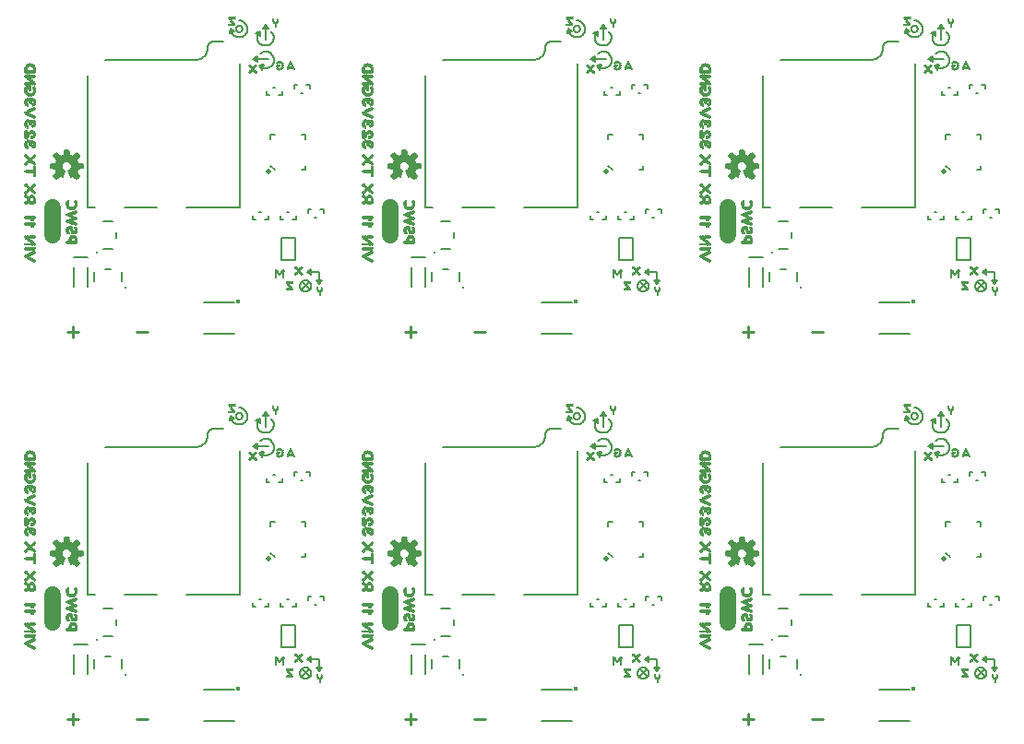
<source format=gbo>
G75*
%MOIN*%
%OFA0B0*%
%FSLAX25Y25*%
%IPPOS*%
%LPD*%
%AMOC8*
5,1,8,0,0,1.08239X$1,22.5*
%
%ADD10C,0.00800*%
%ADD11C,0.01000*%
%ADD12C,0.06000*%
%ADD13C,0.00591*%
%ADD14C,0.01000*%
%ADD15C,0.01575*%
%ADD16R,0.00354X0.00118*%
%ADD17R,0.00591X0.00157*%
%ADD18R,0.00709X0.00157*%
%ADD19R,0.00827X0.00118*%
%ADD20R,0.00945X0.00118*%
%ADD21R,0.01063X0.00118*%
%ADD22R,0.01063X0.00157*%
%ADD23R,0.02008X0.00157*%
%ADD24R,0.01772X0.00118*%
%ADD25R,0.01535X0.00118*%
%ADD26R,0.01299X0.00118*%
%ADD27R,0.01654X0.00118*%
%ADD28R,0.01890X0.00157*%
%ADD29R,0.02126X0.00118*%
%ADD30R,0.00472X0.00118*%
%ADD31R,0.00236X0.00118*%
%ADD32R,0.00709X0.00118*%
%ADD33R,0.00945X0.00157*%
%ADD34R,0.01299X0.00157*%
%ADD35R,0.01181X0.00118*%
%ADD36R,0.00827X0.00157*%
%ADD37R,0.00591X0.00118*%
%ADD38R,0.01890X0.00118*%
%ADD39R,0.02362X0.00157*%
%ADD40R,0.02480X0.00118*%
%ADD41R,0.02244X0.00118*%
%ADD42R,0.02480X0.00157*%
%ADD43R,0.02362X0.00118*%
%ADD44R,0.01417X0.00157*%
%ADD45R,0.00118X0.00118*%
%ADD46R,0.01417X0.00118*%
%ADD47R,0.02008X0.00118*%
%ADD48R,0.01772X0.00157*%
%ADD49R,0.01535X0.00157*%
%ADD50R,0.02717X0.00118*%
%ADD51R,0.02953X0.00157*%
%ADD52R,0.01181X0.00157*%
%ADD53R,0.03425X0.00118*%
%ADD54C,0.02000*%
%ADD55R,0.00157X0.00315*%
%ADD56R,0.00157X0.00157*%
%ADD57R,0.00157X0.00787*%
%ADD58R,0.00157X0.00945*%
%ADD59R,0.00157X0.01102*%
%ADD60R,0.00157X0.01260*%
%ADD61R,0.00157X0.01417*%
%ADD62R,0.00157X0.01575*%
%ADD63R,0.00157X0.01732*%
%ADD64R,0.00157X0.01890*%
%ADD65R,0.00157X0.02047*%
%ADD66R,0.00157X0.02205*%
%ADD67R,0.00157X0.02362*%
%ADD68R,0.00157X0.00630*%
%ADD69R,0.00157X0.02677*%
%ADD70R,0.00157X0.02992*%
%ADD71R,0.00157X0.02520*%
%ADD72R,0.00157X0.00472*%
%ADD73R,0.00157X0.02835*%
%ADD74R,0.00157X0.03150*%
%ADD75R,0.00157X0.03307*%
%ADD76R,0.00157X0.03465*%
%ADD77R,0.00157X0.03937*%
%ADD78R,0.00157X0.04094*%
%ADD79R,0.00157X0.03780*%
%ADD80R,0.00157X0.04409*%
D10*
X0056039Y0068207D02*
X0056039Y0075293D01*
X0056039Y0078719D02*
X0060961Y0078719D01*
X0060961Y0075293D02*
X0060961Y0068207D01*
X0063500Y0070059D02*
X0063500Y0073441D01*
X0067443Y0074541D02*
X0069557Y0074541D01*
X0073500Y0073441D02*
X0073500Y0070059D01*
X0070191Y0081750D02*
X0066809Y0081750D01*
X0071291Y0085693D02*
X0071291Y0087807D01*
X0070191Y0091750D02*
X0066809Y0091750D01*
X0063756Y0096750D02*
X0061000Y0096750D01*
X0061000Y0144388D01*
X0067299Y0150293D02*
X0100370Y0150293D01*
X0100496Y0150298D01*
X0100621Y0150307D01*
X0100746Y0150320D01*
X0100870Y0150337D01*
X0100994Y0150357D01*
X0101117Y0150381D01*
X0101239Y0150409D01*
X0101360Y0150441D01*
X0101480Y0150477D01*
X0101599Y0150516D01*
X0101717Y0150559D01*
X0101833Y0150606D01*
X0101948Y0150656D01*
X0102062Y0150710D01*
X0102173Y0150768D01*
X0102283Y0150828D01*
X0102390Y0150893D01*
X0102496Y0150960D01*
X0102600Y0151031D01*
X0102701Y0151105D01*
X0102800Y0151182D01*
X0102897Y0151262D01*
X0102991Y0151345D01*
X0103082Y0151430D01*
X0103171Y0151519D01*
X0103256Y0151610D01*
X0103339Y0151704D01*
X0103419Y0151801D01*
X0103496Y0151900D01*
X0103570Y0152001D01*
X0103641Y0152105D01*
X0103708Y0152211D01*
X0103773Y0152318D01*
X0103833Y0152428D01*
X0103891Y0152539D01*
X0103945Y0152653D01*
X0103995Y0152768D01*
X0104042Y0152884D01*
X0104085Y0153002D01*
X0104124Y0153121D01*
X0104160Y0153241D01*
X0104192Y0153362D01*
X0104220Y0153484D01*
X0104244Y0153607D01*
X0104264Y0153731D01*
X0104281Y0153855D01*
X0104294Y0153980D01*
X0104303Y0154105D01*
X0104308Y0154231D01*
X0104307Y0154230D02*
X0104301Y0154331D01*
X0104299Y0154431D01*
X0104301Y0154532D01*
X0104307Y0154632D01*
X0104317Y0154732D01*
X0104331Y0154832D01*
X0104349Y0154931D01*
X0104371Y0155029D01*
X0104396Y0155126D01*
X0104425Y0155223D01*
X0104458Y0155318D01*
X0104495Y0155411D01*
X0104536Y0155503D01*
X0104580Y0155594D01*
X0104627Y0155683D01*
X0104678Y0155769D01*
X0104732Y0155854D01*
X0104790Y0155937D01*
X0104850Y0156017D01*
X0104914Y0156094D01*
X0104981Y0156170D01*
X0105051Y0156242D01*
X0105123Y0156312D01*
X0105199Y0156379D01*
X0105276Y0156443D01*
X0105356Y0156503D01*
X0105439Y0156561D01*
X0105524Y0156615D01*
X0105610Y0156666D01*
X0105699Y0156713D01*
X0105790Y0156757D01*
X0105882Y0156798D01*
X0105975Y0156835D01*
X0106070Y0156868D01*
X0106167Y0156897D01*
X0106264Y0156922D01*
X0106362Y0156944D01*
X0106461Y0156962D01*
X0106561Y0156976D01*
X0106661Y0156986D01*
X0106761Y0156992D01*
X0106862Y0156994D01*
X0106962Y0156992D01*
X0107063Y0156986D01*
X0110213Y0156986D01*
X0112300Y0159750D02*
X0112800Y0161450D01*
X0114100Y0160550D01*
X0112300Y0159750D01*
X0112900Y0160150D02*
X0113200Y0160550D01*
X0113300Y0160950D02*
X0112800Y0160950D01*
X0112800Y0161450D02*
X0112802Y0161341D01*
X0112808Y0161233D01*
X0112818Y0161124D01*
X0112831Y0161017D01*
X0112849Y0160909D01*
X0112871Y0160803D01*
X0112896Y0160697D01*
X0112925Y0160592D01*
X0112958Y0160489D01*
X0112995Y0160386D01*
X0113035Y0160285D01*
X0113079Y0160186D01*
X0113127Y0160088D01*
X0113178Y0159992D01*
X0113233Y0159898D01*
X0113291Y0159806D01*
X0113352Y0159716D01*
X0113416Y0159629D01*
X0113484Y0159543D01*
X0113554Y0159461D01*
X0113628Y0159381D01*
X0113704Y0159303D01*
X0113784Y0159229D01*
X0113865Y0159157D01*
X0113950Y0159088D01*
X0114037Y0159023D01*
X0114126Y0158961D01*
X0114217Y0158902D01*
X0114310Y0158846D01*
X0114406Y0158794D01*
X0114503Y0158745D01*
X0114602Y0158700D01*
X0114702Y0158658D01*
X0114804Y0158620D01*
X0114907Y0158586D01*
X0115012Y0158555D01*
X0115117Y0158529D01*
X0115224Y0158506D01*
X0115331Y0158487D01*
X0115438Y0158472D01*
X0115547Y0158461D01*
X0115655Y0158454D01*
X0115764Y0158450D01*
X0115872Y0158451D01*
X0115981Y0158455D01*
X0116090Y0158464D01*
X0116198Y0158476D01*
X0116305Y0158493D01*
X0116412Y0158513D01*
X0116518Y0158537D01*
X0116623Y0158565D01*
X0116727Y0158597D01*
X0116830Y0158632D01*
X0116931Y0158671D01*
X0117031Y0158714D01*
X0117130Y0158761D01*
X0117226Y0158811D01*
X0117321Y0158864D01*
X0117414Y0158921D01*
X0117504Y0158981D01*
X0117593Y0159044D01*
X0117679Y0159111D01*
X0117762Y0159181D01*
X0117843Y0159253D01*
X0117921Y0159329D01*
X0117997Y0159407D01*
X0118069Y0159488D01*
X0118139Y0159571D01*
X0118206Y0159657D01*
X0118269Y0159746D01*
X0118329Y0159836D01*
X0118386Y0159929D01*
X0118439Y0160024D01*
X0118489Y0160120D01*
X0118536Y0160219D01*
X0118579Y0160319D01*
X0118618Y0160420D01*
X0118653Y0160523D01*
X0118685Y0160627D01*
X0118713Y0160732D01*
X0118737Y0160838D01*
X0118757Y0160945D01*
X0118774Y0161052D01*
X0118786Y0161160D01*
X0118795Y0161269D01*
X0118799Y0161378D01*
X0118800Y0161486D01*
X0118796Y0161595D01*
X0118789Y0161703D01*
X0118778Y0161812D01*
X0118763Y0161919D01*
X0118744Y0162026D01*
X0118721Y0162133D01*
X0118695Y0162238D01*
X0118664Y0162343D01*
X0118630Y0162446D01*
X0118592Y0162548D01*
X0118550Y0162648D01*
X0118505Y0162747D01*
X0118456Y0162844D01*
X0118404Y0162940D01*
X0118348Y0163033D01*
X0118289Y0163124D01*
X0118227Y0163213D01*
X0118162Y0163300D01*
X0118093Y0163385D01*
X0118021Y0163466D01*
X0117947Y0163546D01*
X0117869Y0163622D01*
X0117789Y0163696D01*
X0117707Y0163766D01*
X0117621Y0163834D01*
X0117534Y0163898D01*
X0117444Y0163959D01*
X0117352Y0164017D01*
X0117258Y0164072D01*
X0117162Y0164123D01*
X0117064Y0164171D01*
X0116965Y0164215D01*
X0116864Y0164255D01*
X0116761Y0164292D01*
X0116658Y0164325D01*
X0116553Y0164354D01*
X0116447Y0164379D01*
X0116341Y0164401D01*
X0116233Y0164419D01*
X0116126Y0164432D01*
X0116017Y0164442D01*
X0115909Y0164448D01*
X0115800Y0164450D01*
X0114600Y0161450D02*
X0114602Y0161519D01*
X0114608Y0161588D01*
X0114618Y0161656D01*
X0114632Y0161724D01*
X0114649Y0161791D01*
X0114671Y0161857D01*
X0114696Y0161921D01*
X0114725Y0161984D01*
X0114758Y0162045D01*
X0114794Y0162104D01*
X0114833Y0162161D01*
X0114876Y0162215D01*
X0114921Y0162267D01*
X0114970Y0162317D01*
X0115021Y0162363D01*
X0115075Y0162406D01*
X0115132Y0162447D01*
X0115190Y0162483D01*
X0115251Y0162517D01*
X0115313Y0162547D01*
X0115377Y0162573D01*
X0115442Y0162595D01*
X0115509Y0162614D01*
X0115577Y0162629D01*
X0115645Y0162640D01*
X0115714Y0162647D01*
X0115783Y0162650D01*
X0115852Y0162649D01*
X0115921Y0162644D01*
X0115989Y0162635D01*
X0116057Y0162622D01*
X0116124Y0162605D01*
X0116191Y0162585D01*
X0116255Y0162560D01*
X0116318Y0162532D01*
X0116380Y0162501D01*
X0116439Y0162465D01*
X0116497Y0162427D01*
X0116552Y0162385D01*
X0116605Y0162340D01*
X0116655Y0162292D01*
X0116702Y0162242D01*
X0116746Y0162188D01*
X0116787Y0162133D01*
X0116825Y0162075D01*
X0116859Y0162015D01*
X0116890Y0161953D01*
X0116917Y0161889D01*
X0116940Y0161824D01*
X0116960Y0161758D01*
X0116976Y0161690D01*
X0116988Y0161622D01*
X0116996Y0161554D01*
X0117000Y0161485D01*
X0117000Y0161415D01*
X0116996Y0161346D01*
X0116988Y0161278D01*
X0116976Y0161210D01*
X0116960Y0161142D01*
X0116940Y0161076D01*
X0116917Y0161011D01*
X0116890Y0160947D01*
X0116859Y0160885D01*
X0116825Y0160825D01*
X0116787Y0160767D01*
X0116746Y0160712D01*
X0116702Y0160658D01*
X0116655Y0160608D01*
X0116605Y0160560D01*
X0116552Y0160515D01*
X0116497Y0160473D01*
X0116439Y0160435D01*
X0116380Y0160399D01*
X0116318Y0160368D01*
X0116255Y0160340D01*
X0116191Y0160315D01*
X0116124Y0160295D01*
X0116057Y0160278D01*
X0115989Y0160265D01*
X0115921Y0160256D01*
X0115852Y0160251D01*
X0115783Y0160250D01*
X0115714Y0160253D01*
X0115645Y0160260D01*
X0115577Y0160271D01*
X0115509Y0160286D01*
X0115442Y0160305D01*
X0115377Y0160327D01*
X0115313Y0160353D01*
X0115251Y0160383D01*
X0115190Y0160417D01*
X0115132Y0160453D01*
X0115075Y0160494D01*
X0115021Y0160537D01*
X0114970Y0160583D01*
X0114921Y0160633D01*
X0114876Y0160685D01*
X0114833Y0160739D01*
X0114794Y0160796D01*
X0114758Y0160855D01*
X0114725Y0160916D01*
X0114696Y0160979D01*
X0114671Y0161043D01*
X0114649Y0161109D01*
X0114632Y0161176D01*
X0114618Y0161244D01*
X0114608Y0161312D01*
X0114602Y0161381D01*
X0114600Y0161450D01*
X0121667Y0159744D02*
X0123250Y0160540D01*
X0123481Y0158976D01*
X0121667Y0159744D01*
X0124300Y0161450D02*
X0125300Y0162950D01*
X0125300Y0157350D01*
X0127490Y0160400D02*
X0127563Y0160319D01*
X0127633Y0160236D01*
X0127700Y0160150D01*
X0127764Y0160062D01*
X0127824Y0159971D01*
X0127881Y0159879D01*
X0127935Y0159784D01*
X0127985Y0159688D01*
X0128032Y0159590D01*
X0128075Y0159490D01*
X0128115Y0159389D01*
X0128150Y0159286D01*
X0128182Y0159182D01*
X0128211Y0159077D01*
X0128235Y0158971D01*
X0128256Y0158864D01*
X0128272Y0158757D01*
X0128285Y0158649D01*
X0128294Y0158540D01*
X0128299Y0158432D01*
X0128300Y0158323D01*
X0128297Y0158214D01*
X0128290Y0158106D01*
X0128279Y0157998D01*
X0128265Y0157890D01*
X0128246Y0157783D01*
X0128223Y0157676D01*
X0128197Y0157571D01*
X0128167Y0157466D01*
X0128133Y0157363D01*
X0128095Y0157261D01*
X0128054Y0157160D01*
X0128009Y0157061D01*
X0127961Y0156964D01*
X0127909Y0156869D01*
X0127853Y0156775D01*
X0127795Y0156683D01*
X0127732Y0156594D01*
X0127667Y0156507D01*
X0127599Y0156423D01*
X0127528Y0156341D01*
X0127453Y0156261D01*
X0127376Y0156184D01*
X0127296Y0156111D01*
X0127214Y0156040D01*
X0127129Y0155972D01*
X0127041Y0155907D01*
X0126952Y0155846D01*
X0126860Y0155787D01*
X0126766Y0155733D01*
X0126670Y0155681D01*
X0126573Y0155633D01*
X0126473Y0155589D01*
X0126372Y0155548D01*
X0126270Y0155511D01*
X0126167Y0155478D01*
X0126062Y0155448D01*
X0125956Y0155423D01*
X0125850Y0155401D01*
X0125743Y0155383D01*
X0125635Y0155369D01*
X0125527Y0155359D01*
X0125418Y0155352D01*
X0125309Y0155350D01*
X0125201Y0155352D01*
X0125092Y0155357D01*
X0124984Y0155367D01*
X0124876Y0155380D01*
X0124768Y0155397D01*
X0124662Y0155419D01*
X0124556Y0155444D01*
X0124451Y0155473D01*
X0124347Y0155505D01*
X0124245Y0155542D01*
X0124144Y0155582D01*
X0124044Y0155625D01*
X0123946Y0155673D01*
X0123850Y0155724D01*
X0123756Y0155778D01*
X0123664Y0155836D01*
X0123574Y0155896D01*
X0123486Y0155961D01*
X0123400Y0156028D01*
X0123318Y0156098D01*
X0123237Y0156172D01*
X0123160Y0156248D01*
X0123085Y0156327D01*
X0123013Y0156408D01*
X0122944Y0156493D01*
X0122878Y0156579D01*
X0122816Y0156668D01*
X0122756Y0156759D01*
X0122701Y0156852D01*
X0122648Y0156948D01*
X0122599Y0157045D01*
X0122553Y0157143D01*
X0122511Y0157244D01*
X0122473Y0157346D01*
X0122439Y0157449D01*
X0122408Y0157553D01*
X0122381Y0157658D01*
X0122358Y0157765D01*
X0122338Y0157872D01*
X0122323Y0157979D01*
X0122312Y0158087D01*
X0122304Y0158196D01*
X0122300Y0158304D01*
X0122301Y0158413D01*
X0122305Y0158522D01*
X0122313Y0158630D01*
X0122325Y0158738D01*
X0122341Y0158846D01*
X0122361Y0158953D01*
X0122385Y0159059D01*
X0122413Y0159164D01*
X0122444Y0159268D01*
X0122479Y0159371D01*
X0122518Y0159473D01*
X0122561Y0159573D01*
X0122607Y0159671D01*
X0122656Y0159768D01*
X0122709Y0159863D01*
X0122766Y0159956D01*
X0122826Y0160047D01*
X0122889Y0160135D01*
X0122955Y0160221D01*
X0123025Y0160305D01*
X0123097Y0160386D01*
X0123172Y0160465D01*
X0123250Y0160540D01*
X0124300Y0161450D02*
X0126300Y0161450D01*
X0125300Y0162950D01*
X0122300Y0151450D02*
X0120800Y0150450D01*
X0122300Y0149450D01*
X0122300Y0151450D01*
X0120900Y0150450D02*
X0126400Y0150450D01*
X0123350Y0152440D02*
X0123431Y0152513D01*
X0123514Y0152583D01*
X0123600Y0152650D01*
X0123688Y0152714D01*
X0123779Y0152774D01*
X0123871Y0152831D01*
X0123966Y0152885D01*
X0124062Y0152935D01*
X0124160Y0152982D01*
X0124260Y0153025D01*
X0124361Y0153065D01*
X0124464Y0153100D01*
X0124568Y0153132D01*
X0124673Y0153161D01*
X0124779Y0153185D01*
X0124886Y0153206D01*
X0124993Y0153222D01*
X0125101Y0153235D01*
X0125210Y0153244D01*
X0125318Y0153249D01*
X0125427Y0153250D01*
X0125536Y0153247D01*
X0125644Y0153240D01*
X0125752Y0153229D01*
X0125860Y0153215D01*
X0125967Y0153196D01*
X0126074Y0153173D01*
X0126179Y0153147D01*
X0126284Y0153117D01*
X0126387Y0153083D01*
X0126489Y0153045D01*
X0126590Y0153004D01*
X0126689Y0152959D01*
X0126786Y0152911D01*
X0126881Y0152859D01*
X0126975Y0152803D01*
X0127067Y0152745D01*
X0127156Y0152682D01*
X0127243Y0152617D01*
X0127327Y0152549D01*
X0127409Y0152478D01*
X0127489Y0152403D01*
X0127566Y0152326D01*
X0127639Y0152246D01*
X0127710Y0152164D01*
X0127778Y0152079D01*
X0127843Y0151991D01*
X0127904Y0151902D01*
X0127963Y0151810D01*
X0128017Y0151716D01*
X0128069Y0151620D01*
X0128117Y0151523D01*
X0128161Y0151423D01*
X0128202Y0151322D01*
X0128239Y0151220D01*
X0128272Y0151117D01*
X0128302Y0151012D01*
X0128327Y0150906D01*
X0128349Y0150800D01*
X0128367Y0150693D01*
X0128381Y0150585D01*
X0128391Y0150477D01*
X0128398Y0150368D01*
X0128400Y0150259D01*
X0128398Y0150151D01*
X0128393Y0150042D01*
X0128383Y0149934D01*
X0128370Y0149826D01*
X0128353Y0149718D01*
X0128331Y0149612D01*
X0128306Y0149506D01*
X0128277Y0149401D01*
X0128245Y0149297D01*
X0128208Y0149195D01*
X0128168Y0149094D01*
X0128125Y0148994D01*
X0128077Y0148896D01*
X0128026Y0148800D01*
X0127972Y0148706D01*
X0127914Y0148614D01*
X0127854Y0148524D01*
X0127789Y0148436D01*
X0127722Y0148350D01*
X0127652Y0148268D01*
X0127578Y0148187D01*
X0127502Y0148110D01*
X0127423Y0148035D01*
X0127342Y0147963D01*
X0127257Y0147894D01*
X0127171Y0147828D01*
X0127082Y0147766D01*
X0126991Y0147706D01*
X0126898Y0147651D01*
X0126802Y0147598D01*
X0126705Y0147549D01*
X0126607Y0147503D01*
X0126506Y0147461D01*
X0126404Y0147423D01*
X0126301Y0147389D01*
X0126197Y0147358D01*
X0126092Y0147331D01*
X0125985Y0147308D01*
X0125878Y0147288D01*
X0125771Y0147273D01*
X0125663Y0147262D01*
X0125554Y0147254D01*
X0125446Y0147250D01*
X0125337Y0147251D01*
X0125228Y0147255D01*
X0125120Y0147263D01*
X0125012Y0147275D01*
X0124904Y0147291D01*
X0124797Y0147311D01*
X0124691Y0147335D01*
X0124586Y0147363D01*
X0124482Y0147394D01*
X0124379Y0147429D01*
X0124277Y0147468D01*
X0124177Y0147511D01*
X0124079Y0147557D01*
X0123982Y0147606D01*
X0123887Y0147659D01*
X0123794Y0147716D01*
X0123703Y0147776D01*
X0123615Y0147839D01*
X0123529Y0147905D01*
X0123445Y0147975D01*
X0123364Y0148047D01*
X0123285Y0148122D01*
X0123210Y0148200D01*
X0124006Y0146617D01*
X0124774Y0148431D01*
X0123210Y0148200D01*
X0116118Y0148719D02*
X0116118Y0096750D01*
X0096827Y0096750D01*
X0086197Y0096750D02*
X0074386Y0096750D01*
X0102988Y0062360D02*
X0114012Y0062360D01*
X0114012Y0051140D02*
X0102988Y0051140D01*
X0131039Y0077813D02*
X0135961Y0077813D01*
X0135961Y0085687D01*
X0131039Y0085687D01*
X0131039Y0077813D01*
X0140299Y0073584D02*
X0141799Y0072584D01*
X0141799Y0074584D01*
X0140299Y0073584D01*
X0144799Y0073584D01*
X0144799Y0069084D01*
X0145799Y0070584D01*
X0143799Y0070584D01*
X0144799Y0069084D01*
X0141099Y0069784D02*
X0138599Y0067384D01*
X0137800Y0068550D02*
X0137802Y0068639D01*
X0137808Y0068728D01*
X0137818Y0068817D01*
X0137832Y0068905D01*
X0137849Y0068992D01*
X0137871Y0069078D01*
X0137897Y0069164D01*
X0137926Y0069248D01*
X0137959Y0069331D01*
X0137995Y0069412D01*
X0138036Y0069492D01*
X0138079Y0069569D01*
X0138126Y0069645D01*
X0138177Y0069718D01*
X0138230Y0069789D01*
X0138287Y0069858D01*
X0138347Y0069924D01*
X0138410Y0069988D01*
X0138475Y0070048D01*
X0138543Y0070106D01*
X0138614Y0070160D01*
X0138687Y0070211D01*
X0138762Y0070259D01*
X0138839Y0070304D01*
X0138918Y0070345D01*
X0138999Y0070382D01*
X0139081Y0070416D01*
X0139165Y0070447D01*
X0139250Y0070473D01*
X0139336Y0070496D01*
X0139423Y0070514D01*
X0139511Y0070529D01*
X0139600Y0070540D01*
X0139689Y0070547D01*
X0139778Y0070550D01*
X0139867Y0070549D01*
X0139956Y0070544D01*
X0140044Y0070535D01*
X0140133Y0070522D01*
X0140220Y0070505D01*
X0140307Y0070485D01*
X0140393Y0070460D01*
X0140477Y0070432D01*
X0140560Y0070400D01*
X0140642Y0070364D01*
X0140722Y0070325D01*
X0140800Y0070282D01*
X0140876Y0070236D01*
X0140950Y0070186D01*
X0141022Y0070133D01*
X0141091Y0070077D01*
X0141158Y0070018D01*
X0141222Y0069956D01*
X0141283Y0069892D01*
X0141342Y0069824D01*
X0141397Y0069754D01*
X0141449Y0069682D01*
X0141498Y0069607D01*
X0141543Y0069531D01*
X0141585Y0069452D01*
X0141623Y0069372D01*
X0141658Y0069290D01*
X0141689Y0069206D01*
X0141717Y0069121D01*
X0141740Y0069035D01*
X0141760Y0068948D01*
X0141776Y0068861D01*
X0141788Y0068772D01*
X0141796Y0068684D01*
X0141800Y0068595D01*
X0141800Y0068505D01*
X0141796Y0068416D01*
X0141788Y0068328D01*
X0141776Y0068239D01*
X0141760Y0068152D01*
X0141740Y0068065D01*
X0141717Y0067979D01*
X0141689Y0067894D01*
X0141658Y0067810D01*
X0141623Y0067728D01*
X0141585Y0067648D01*
X0141543Y0067569D01*
X0141498Y0067493D01*
X0141449Y0067418D01*
X0141397Y0067346D01*
X0141342Y0067276D01*
X0141283Y0067208D01*
X0141222Y0067144D01*
X0141158Y0067082D01*
X0141091Y0067023D01*
X0141022Y0066967D01*
X0140950Y0066914D01*
X0140876Y0066864D01*
X0140800Y0066818D01*
X0140722Y0066775D01*
X0140642Y0066736D01*
X0140560Y0066700D01*
X0140477Y0066668D01*
X0140393Y0066640D01*
X0140307Y0066615D01*
X0140220Y0066595D01*
X0140133Y0066578D01*
X0140044Y0066565D01*
X0139956Y0066556D01*
X0139867Y0066551D01*
X0139778Y0066550D01*
X0139689Y0066553D01*
X0139600Y0066560D01*
X0139511Y0066571D01*
X0139423Y0066586D01*
X0139336Y0066604D01*
X0139250Y0066627D01*
X0139165Y0066653D01*
X0139081Y0066684D01*
X0138999Y0066718D01*
X0138918Y0066755D01*
X0138839Y0066796D01*
X0138762Y0066841D01*
X0138687Y0066889D01*
X0138614Y0066940D01*
X0138543Y0066994D01*
X0138475Y0067052D01*
X0138410Y0067112D01*
X0138347Y0067176D01*
X0138287Y0067242D01*
X0138230Y0067311D01*
X0138177Y0067382D01*
X0138126Y0067455D01*
X0138079Y0067531D01*
X0138036Y0067608D01*
X0137995Y0067688D01*
X0137959Y0067769D01*
X0137926Y0067852D01*
X0137897Y0067936D01*
X0137871Y0068022D01*
X0137849Y0068108D01*
X0137832Y0068195D01*
X0137818Y0068283D01*
X0137808Y0068372D01*
X0137802Y0068461D01*
X0137800Y0068550D01*
X0138599Y0069784D02*
X0140999Y0067384D01*
X0136354Y0092439D02*
X0135173Y0092439D01*
X0136354Y0092439D02*
X0136354Y0093817D01*
X0133795Y0095195D02*
X0133205Y0095195D01*
X0130646Y0093817D02*
X0130646Y0092439D01*
X0131827Y0092439D01*
X0126354Y0092439D02*
X0126354Y0093817D01*
X0126354Y0092439D02*
X0125173Y0092439D01*
X0123795Y0095195D02*
X0123205Y0095195D01*
X0120646Y0093817D02*
X0120646Y0092439D01*
X0121827Y0092439D01*
X0140646Y0094683D02*
X0140646Y0096061D01*
X0141827Y0096061D01*
X0143205Y0093305D02*
X0143795Y0093305D01*
X0146354Y0094683D02*
X0146354Y0096061D01*
X0145173Y0096061D01*
X0139799Y0110451D02*
X0138421Y0110451D01*
X0139799Y0110451D02*
X0139799Y0111829D01*
X0139799Y0121671D02*
X0139799Y0123049D01*
X0138421Y0123049D01*
X0128579Y0123049D02*
X0127201Y0123049D01*
X0127201Y0121671D01*
X0127201Y0111829D02*
X0128579Y0110451D01*
X0130173Y0137439D02*
X0131354Y0137439D01*
X0131354Y0138817D01*
X0128795Y0140195D02*
X0128205Y0140195D01*
X0125646Y0138817D02*
X0125646Y0137439D01*
X0126827Y0137439D01*
X0135646Y0139683D02*
X0135646Y0141061D01*
X0136827Y0141061D01*
X0138205Y0138305D02*
X0138795Y0138305D01*
X0141354Y0139683D02*
X0141354Y0141061D01*
X0140173Y0141061D01*
X0183000Y0144388D02*
X0183000Y0096750D01*
X0185756Y0096750D01*
X0188809Y0091750D02*
X0192191Y0091750D01*
X0193291Y0087807D02*
X0193291Y0085693D01*
X0192191Y0081750D02*
X0188809Y0081750D01*
X0182961Y0078719D02*
X0178039Y0078719D01*
X0178039Y0075293D02*
X0178039Y0068207D01*
X0182961Y0068207D02*
X0182961Y0075293D01*
X0185500Y0073441D02*
X0185500Y0070059D01*
X0189443Y0074541D02*
X0191557Y0074541D01*
X0195500Y0073441D02*
X0195500Y0070059D01*
X0196386Y0096750D02*
X0208197Y0096750D01*
X0218827Y0096750D02*
X0238118Y0096750D01*
X0238118Y0148719D01*
X0242800Y0150450D02*
X0244300Y0149450D01*
X0244300Y0151450D01*
X0242800Y0150450D01*
X0242900Y0150450D02*
X0248400Y0150450D01*
X0245350Y0152440D02*
X0245431Y0152513D01*
X0245514Y0152583D01*
X0245600Y0152650D01*
X0245688Y0152714D01*
X0245779Y0152774D01*
X0245871Y0152831D01*
X0245966Y0152885D01*
X0246062Y0152935D01*
X0246160Y0152982D01*
X0246260Y0153025D01*
X0246361Y0153065D01*
X0246464Y0153100D01*
X0246568Y0153132D01*
X0246673Y0153161D01*
X0246779Y0153185D01*
X0246886Y0153206D01*
X0246993Y0153222D01*
X0247101Y0153235D01*
X0247210Y0153244D01*
X0247318Y0153249D01*
X0247427Y0153250D01*
X0247536Y0153247D01*
X0247644Y0153240D01*
X0247752Y0153229D01*
X0247860Y0153215D01*
X0247967Y0153196D01*
X0248074Y0153173D01*
X0248179Y0153147D01*
X0248284Y0153117D01*
X0248387Y0153083D01*
X0248489Y0153045D01*
X0248590Y0153004D01*
X0248689Y0152959D01*
X0248786Y0152911D01*
X0248881Y0152859D01*
X0248975Y0152803D01*
X0249067Y0152745D01*
X0249156Y0152682D01*
X0249243Y0152617D01*
X0249327Y0152549D01*
X0249409Y0152478D01*
X0249489Y0152403D01*
X0249566Y0152326D01*
X0249639Y0152246D01*
X0249710Y0152164D01*
X0249778Y0152079D01*
X0249843Y0151991D01*
X0249904Y0151902D01*
X0249963Y0151810D01*
X0250017Y0151716D01*
X0250069Y0151620D01*
X0250117Y0151523D01*
X0250161Y0151423D01*
X0250202Y0151322D01*
X0250239Y0151220D01*
X0250272Y0151117D01*
X0250302Y0151012D01*
X0250327Y0150906D01*
X0250349Y0150800D01*
X0250367Y0150693D01*
X0250381Y0150585D01*
X0250391Y0150477D01*
X0250398Y0150368D01*
X0250400Y0150259D01*
X0250398Y0150151D01*
X0250393Y0150042D01*
X0250383Y0149934D01*
X0250370Y0149826D01*
X0250353Y0149718D01*
X0250331Y0149612D01*
X0250306Y0149506D01*
X0250277Y0149401D01*
X0250245Y0149297D01*
X0250208Y0149195D01*
X0250168Y0149094D01*
X0250125Y0148994D01*
X0250077Y0148896D01*
X0250026Y0148800D01*
X0249972Y0148706D01*
X0249914Y0148614D01*
X0249854Y0148524D01*
X0249789Y0148436D01*
X0249722Y0148350D01*
X0249652Y0148268D01*
X0249578Y0148187D01*
X0249502Y0148110D01*
X0249423Y0148035D01*
X0249342Y0147963D01*
X0249257Y0147894D01*
X0249171Y0147828D01*
X0249082Y0147766D01*
X0248991Y0147706D01*
X0248898Y0147651D01*
X0248802Y0147598D01*
X0248705Y0147549D01*
X0248607Y0147503D01*
X0248506Y0147461D01*
X0248404Y0147423D01*
X0248301Y0147389D01*
X0248197Y0147358D01*
X0248092Y0147331D01*
X0247985Y0147308D01*
X0247878Y0147288D01*
X0247771Y0147273D01*
X0247663Y0147262D01*
X0247554Y0147254D01*
X0247446Y0147250D01*
X0247337Y0147251D01*
X0247228Y0147255D01*
X0247120Y0147263D01*
X0247012Y0147275D01*
X0246904Y0147291D01*
X0246797Y0147311D01*
X0246691Y0147335D01*
X0246586Y0147363D01*
X0246482Y0147394D01*
X0246379Y0147429D01*
X0246277Y0147468D01*
X0246177Y0147511D01*
X0246079Y0147557D01*
X0245982Y0147606D01*
X0245887Y0147659D01*
X0245794Y0147716D01*
X0245703Y0147776D01*
X0245615Y0147839D01*
X0245529Y0147905D01*
X0245445Y0147975D01*
X0245364Y0148047D01*
X0245285Y0148122D01*
X0245210Y0148200D01*
X0246006Y0146617D01*
X0246774Y0148431D01*
X0245210Y0148200D01*
X0250205Y0140195D02*
X0250795Y0140195D01*
X0253354Y0138817D02*
X0253354Y0137439D01*
X0252173Y0137439D01*
X0248827Y0137439D02*
X0247646Y0137439D01*
X0247646Y0138817D01*
X0257646Y0139683D02*
X0257646Y0141061D01*
X0258827Y0141061D01*
X0260205Y0138305D02*
X0260795Y0138305D01*
X0263354Y0139683D02*
X0263354Y0141061D01*
X0262173Y0141061D01*
X0261799Y0123049D02*
X0261799Y0121671D01*
X0261799Y0123049D02*
X0260421Y0123049D01*
X0250579Y0123049D02*
X0249201Y0123049D01*
X0249201Y0121671D01*
X0249201Y0111829D02*
X0250579Y0110451D01*
X0260421Y0110451D02*
X0261799Y0110451D01*
X0261799Y0111829D01*
X0262646Y0096061D02*
X0262646Y0094683D01*
X0262646Y0096061D02*
X0263827Y0096061D01*
X0265205Y0093305D02*
X0265795Y0093305D01*
X0268354Y0094683D02*
X0268354Y0096061D01*
X0267173Y0096061D01*
X0258354Y0093817D02*
X0258354Y0092439D01*
X0257173Y0092439D01*
X0255795Y0095195D02*
X0255205Y0095195D01*
X0252646Y0093817D02*
X0252646Y0092439D01*
X0253827Y0092439D01*
X0248354Y0092439D02*
X0248354Y0093817D01*
X0248354Y0092439D02*
X0247173Y0092439D01*
X0245795Y0095195D02*
X0245205Y0095195D01*
X0242646Y0093817D02*
X0242646Y0092439D01*
X0243827Y0092439D01*
X0253039Y0085687D02*
X0257961Y0085687D01*
X0257961Y0077813D01*
X0253039Y0077813D01*
X0253039Y0085687D01*
X0262299Y0073584D02*
X0263799Y0072584D01*
X0263799Y0074584D01*
X0262299Y0073584D01*
X0266799Y0073584D01*
X0266799Y0069084D01*
X0267799Y0070584D01*
X0265799Y0070584D01*
X0266799Y0069084D01*
X0263099Y0069784D02*
X0260599Y0067384D01*
X0259800Y0068550D02*
X0259802Y0068639D01*
X0259808Y0068728D01*
X0259818Y0068817D01*
X0259832Y0068905D01*
X0259849Y0068992D01*
X0259871Y0069078D01*
X0259897Y0069164D01*
X0259926Y0069248D01*
X0259959Y0069331D01*
X0259995Y0069412D01*
X0260036Y0069492D01*
X0260079Y0069569D01*
X0260126Y0069645D01*
X0260177Y0069718D01*
X0260230Y0069789D01*
X0260287Y0069858D01*
X0260347Y0069924D01*
X0260410Y0069988D01*
X0260475Y0070048D01*
X0260543Y0070106D01*
X0260614Y0070160D01*
X0260687Y0070211D01*
X0260762Y0070259D01*
X0260839Y0070304D01*
X0260918Y0070345D01*
X0260999Y0070382D01*
X0261081Y0070416D01*
X0261165Y0070447D01*
X0261250Y0070473D01*
X0261336Y0070496D01*
X0261423Y0070514D01*
X0261511Y0070529D01*
X0261600Y0070540D01*
X0261689Y0070547D01*
X0261778Y0070550D01*
X0261867Y0070549D01*
X0261956Y0070544D01*
X0262044Y0070535D01*
X0262133Y0070522D01*
X0262220Y0070505D01*
X0262307Y0070485D01*
X0262393Y0070460D01*
X0262477Y0070432D01*
X0262560Y0070400D01*
X0262642Y0070364D01*
X0262722Y0070325D01*
X0262800Y0070282D01*
X0262876Y0070236D01*
X0262950Y0070186D01*
X0263022Y0070133D01*
X0263091Y0070077D01*
X0263158Y0070018D01*
X0263222Y0069956D01*
X0263283Y0069892D01*
X0263342Y0069824D01*
X0263397Y0069754D01*
X0263449Y0069682D01*
X0263498Y0069607D01*
X0263543Y0069531D01*
X0263585Y0069452D01*
X0263623Y0069372D01*
X0263658Y0069290D01*
X0263689Y0069206D01*
X0263717Y0069121D01*
X0263740Y0069035D01*
X0263760Y0068948D01*
X0263776Y0068861D01*
X0263788Y0068772D01*
X0263796Y0068684D01*
X0263800Y0068595D01*
X0263800Y0068505D01*
X0263796Y0068416D01*
X0263788Y0068328D01*
X0263776Y0068239D01*
X0263760Y0068152D01*
X0263740Y0068065D01*
X0263717Y0067979D01*
X0263689Y0067894D01*
X0263658Y0067810D01*
X0263623Y0067728D01*
X0263585Y0067648D01*
X0263543Y0067569D01*
X0263498Y0067493D01*
X0263449Y0067418D01*
X0263397Y0067346D01*
X0263342Y0067276D01*
X0263283Y0067208D01*
X0263222Y0067144D01*
X0263158Y0067082D01*
X0263091Y0067023D01*
X0263022Y0066967D01*
X0262950Y0066914D01*
X0262876Y0066864D01*
X0262800Y0066818D01*
X0262722Y0066775D01*
X0262642Y0066736D01*
X0262560Y0066700D01*
X0262477Y0066668D01*
X0262393Y0066640D01*
X0262307Y0066615D01*
X0262220Y0066595D01*
X0262133Y0066578D01*
X0262044Y0066565D01*
X0261956Y0066556D01*
X0261867Y0066551D01*
X0261778Y0066550D01*
X0261689Y0066553D01*
X0261600Y0066560D01*
X0261511Y0066571D01*
X0261423Y0066586D01*
X0261336Y0066604D01*
X0261250Y0066627D01*
X0261165Y0066653D01*
X0261081Y0066684D01*
X0260999Y0066718D01*
X0260918Y0066755D01*
X0260839Y0066796D01*
X0260762Y0066841D01*
X0260687Y0066889D01*
X0260614Y0066940D01*
X0260543Y0066994D01*
X0260475Y0067052D01*
X0260410Y0067112D01*
X0260347Y0067176D01*
X0260287Y0067242D01*
X0260230Y0067311D01*
X0260177Y0067382D01*
X0260126Y0067455D01*
X0260079Y0067531D01*
X0260036Y0067608D01*
X0259995Y0067688D01*
X0259959Y0067769D01*
X0259926Y0067852D01*
X0259897Y0067936D01*
X0259871Y0068022D01*
X0259849Y0068108D01*
X0259832Y0068195D01*
X0259818Y0068283D01*
X0259808Y0068372D01*
X0259802Y0068461D01*
X0259800Y0068550D01*
X0260599Y0069784D02*
X0262999Y0067384D01*
X0236012Y0062360D02*
X0224988Y0062360D01*
X0224988Y0051140D02*
X0236012Y0051140D01*
X0300039Y0068207D02*
X0300039Y0075293D01*
X0300039Y0078719D02*
X0304961Y0078719D01*
X0304961Y0075293D02*
X0304961Y0068207D01*
X0307500Y0070059D02*
X0307500Y0073441D01*
X0311443Y0074541D02*
X0313557Y0074541D01*
X0317500Y0073441D02*
X0317500Y0070059D01*
X0314191Y0081750D02*
X0310809Y0081750D01*
X0315291Y0085693D02*
X0315291Y0087807D01*
X0314191Y0091750D02*
X0310809Y0091750D01*
X0307756Y0096750D02*
X0305000Y0096750D01*
X0305000Y0144388D01*
X0311299Y0150293D02*
X0344370Y0150293D01*
X0344496Y0150298D01*
X0344621Y0150307D01*
X0344746Y0150320D01*
X0344870Y0150337D01*
X0344994Y0150357D01*
X0345117Y0150381D01*
X0345239Y0150409D01*
X0345360Y0150441D01*
X0345480Y0150477D01*
X0345599Y0150516D01*
X0345717Y0150559D01*
X0345833Y0150606D01*
X0345948Y0150656D01*
X0346062Y0150710D01*
X0346173Y0150768D01*
X0346283Y0150828D01*
X0346390Y0150893D01*
X0346496Y0150960D01*
X0346600Y0151031D01*
X0346701Y0151105D01*
X0346800Y0151182D01*
X0346897Y0151262D01*
X0346991Y0151345D01*
X0347082Y0151430D01*
X0347171Y0151519D01*
X0347256Y0151610D01*
X0347339Y0151704D01*
X0347419Y0151801D01*
X0347496Y0151900D01*
X0347570Y0152001D01*
X0347641Y0152105D01*
X0347708Y0152211D01*
X0347773Y0152318D01*
X0347833Y0152428D01*
X0347891Y0152539D01*
X0347945Y0152653D01*
X0347995Y0152768D01*
X0348042Y0152884D01*
X0348085Y0153002D01*
X0348124Y0153121D01*
X0348160Y0153241D01*
X0348192Y0153362D01*
X0348220Y0153484D01*
X0348244Y0153607D01*
X0348264Y0153731D01*
X0348281Y0153855D01*
X0348294Y0153980D01*
X0348303Y0154105D01*
X0348308Y0154231D01*
X0348307Y0154230D02*
X0348301Y0154331D01*
X0348299Y0154431D01*
X0348301Y0154532D01*
X0348307Y0154632D01*
X0348317Y0154732D01*
X0348331Y0154832D01*
X0348349Y0154931D01*
X0348371Y0155029D01*
X0348396Y0155126D01*
X0348425Y0155223D01*
X0348458Y0155318D01*
X0348495Y0155411D01*
X0348536Y0155503D01*
X0348580Y0155594D01*
X0348627Y0155683D01*
X0348678Y0155769D01*
X0348732Y0155854D01*
X0348790Y0155937D01*
X0348850Y0156017D01*
X0348914Y0156094D01*
X0348981Y0156170D01*
X0349051Y0156242D01*
X0349123Y0156312D01*
X0349199Y0156379D01*
X0349276Y0156443D01*
X0349356Y0156503D01*
X0349439Y0156561D01*
X0349524Y0156615D01*
X0349610Y0156666D01*
X0349699Y0156713D01*
X0349790Y0156757D01*
X0349882Y0156798D01*
X0349975Y0156835D01*
X0350070Y0156868D01*
X0350167Y0156897D01*
X0350264Y0156922D01*
X0350362Y0156944D01*
X0350461Y0156962D01*
X0350561Y0156976D01*
X0350661Y0156986D01*
X0350761Y0156992D01*
X0350862Y0156994D01*
X0350962Y0156992D01*
X0351063Y0156986D01*
X0354213Y0156986D01*
X0356300Y0159750D02*
X0356800Y0161450D01*
X0358100Y0160550D01*
X0356300Y0159750D01*
X0356900Y0160150D02*
X0357200Y0160550D01*
X0357300Y0160950D02*
X0356800Y0160950D01*
X0356800Y0161450D02*
X0356802Y0161341D01*
X0356808Y0161233D01*
X0356818Y0161124D01*
X0356831Y0161017D01*
X0356849Y0160909D01*
X0356871Y0160803D01*
X0356896Y0160697D01*
X0356925Y0160592D01*
X0356958Y0160489D01*
X0356995Y0160386D01*
X0357035Y0160285D01*
X0357079Y0160186D01*
X0357127Y0160088D01*
X0357178Y0159992D01*
X0357233Y0159898D01*
X0357291Y0159806D01*
X0357352Y0159716D01*
X0357416Y0159629D01*
X0357484Y0159543D01*
X0357554Y0159461D01*
X0357628Y0159381D01*
X0357704Y0159303D01*
X0357784Y0159229D01*
X0357865Y0159157D01*
X0357950Y0159088D01*
X0358037Y0159023D01*
X0358126Y0158961D01*
X0358217Y0158902D01*
X0358310Y0158846D01*
X0358406Y0158794D01*
X0358503Y0158745D01*
X0358602Y0158700D01*
X0358702Y0158658D01*
X0358804Y0158620D01*
X0358907Y0158586D01*
X0359012Y0158555D01*
X0359117Y0158529D01*
X0359224Y0158506D01*
X0359331Y0158487D01*
X0359438Y0158472D01*
X0359547Y0158461D01*
X0359655Y0158454D01*
X0359764Y0158450D01*
X0359872Y0158451D01*
X0359981Y0158455D01*
X0360090Y0158464D01*
X0360198Y0158476D01*
X0360305Y0158493D01*
X0360412Y0158513D01*
X0360518Y0158537D01*
X0360623Y0158565D01*
X0360727Y0158597D01*
X0360830Y0158632D01*
X0360931Y0158671D01*
X0361031Y0158714D01*
X0361130Y0158761D01*
X0361226Y0158811D01*
X0361321Y0158864D01*
X0361414Y0158921D01*
X0361504Y0158981D01*
X0361593Y0159044D01*
X0361679Y0159111D01*
X0361762Y0159181D01*
X0361843Y0159253D01*
X0361921Y0159329D01*
X0361997Y0159407D01*
X0362069Y0159488D01*
X0362139Y0159571D01*
X0362206Y0159657D01*
X0362269Y0159746D01*
X0362329Y0159836D01*
X0362386Y0159929D01*
X0362439Y0160024D01*
X0362489Y0160120D01*
X0362536Y0160219D01*
X0362579Y0160319D01*
X0362618Y0160420D01*
X0362653Y0160523D01*
X0362685Y0160627D01*
X0362713Y0160732D01*
X0362737Y0160838D01*
X0362757Y0160945D01*
X0362774Y0161052D01*
X0362786Y0161160D01*
X0362795Y0161269D01*
X0362799Y0161378D01*
X0362800Y0161486D01*
X0362796Y0161595D01*
X0362789Y0161703D01*
X0362778Y0161812D01*
X0362763Y0161919D01*
X0362744Y0162026D01*
X0362721Y0162133D01*
X0362695Y0162238D01*
X0362664Y0162343D01*
X0362630Y0162446D01*
X0362592Y0162548D01*
X0362550Y0162648D01*
X0362505Y0162747D01*
X0362456Y0162844D01*
X0362404Y0162940D01*
X0362348Y0163033D01*
X0362289Y0163124D01*
X0362227Y0163213D01*
X0362162Y0163300D01*
X0362093Y0163385D01*
X0362021Y0163466D01*
X0361947Y0163546D01*
X0361869Y0163622D01*
X0361789Y0163696D01*
X0361707Y0163766D01*
X0361621Y0163834D01*
X0361534Y0163898D01*
X0361444Y0163959D01*
X0361352Y0164017D01*
X0361258Y0164072D01*
X0361162Y0164123D01*
X0361064Y0164171D01*
X0360965Y0164215D01*
X0360864Y0164255D01*
X0360761Y0164292D01*
X0360658Y0164325D01*
X0360553Y0164354D01*
X0360447Y0164379D01*
X0360341Y0164401D01*
X0360233Y0164419D01*
X0360126Y0164432D01*
X0360017Y0164442D01*
X0359909Y0164448D01*
X0359800Y0164450D01*
X0358600Y0161450D02*
X0358602Y0161519D01*
X0358608Y0161588D01*
X0358618Y0161656D01*
X0358632Y0161724D01*
X0358649Y0161791D01*
X0358671Y0161857D01*
X0358696Y0161921D01*
X0358725Y0161984D01*
X0358758Y0162045D01*
X0358794Y0162104D01*
X0358833Y0162161D01*
X0358876Y0162215D01*
X0358921Y0162267D01*
X0358970Y0162317D01*
X0359021Y0162363D01*
X0359075Y0162406D01*
X0359132Y0162447D01*
X0359190Y0162483D01*
X0359251Y0162517D01*
X0359313Y0162547D01*
X0359377Y0162573D01*
X0359442Y0162595D01*
X0359509Y0162614D01*
X0359577Y0162629D01*
X0359645Y0162640D01*
X0359714Y0162647D01*
X0359783Y0162650D01*
X0359852Y0162649D01*
X0359921Y0162644D01*
X0359989Y0162635D01*
X0360057Y0162622D01*
X0360124Y0162605D01*
X0360191Y0162585D01*
X0360255Y0162560D01*
X0360318Y0162532D01*
X0360380Y0162501D01*
X0360439Y0162465D01*
X0360497Y0162427D01*
X0360552Y0162385D01*
X0360605Y0162340D01*
X0360655Y0162292D01*
X0360702Y0162242D01*
X0360746Y0162188D01*
X0360787Y0162133D01*
X0360825Y0162075D01*
X0360859Y0162015D01*
X0360890Y0161953D01*
X0360917Y0161889D01*
X0360940Y0161824D01*
X0360960Y0161758D01*
X0360976Y0161690D01*
X0360988Y0161622D01*
X0360996Y0161554D01*
X0361000Y0161485D01*
X0361000Y0161415D01*
X0360996Y0161346D01*
X0360988Y0161278D01*
X0360976Y0161210D01*
X0360960Y0161142D01*
X0360940Y0161076D01*
X0360917Y0161011D01*
X0360890Y0160947D01*
X0360859Y0160885D01*
X0360825Y0160825D01*
X0360787Y0160767D01*
X0360746Y0160712D01*
X0360702Y0160658D01*
X0360655Y0160608D01*
X0360605Y0160560D01*
X0360552Y0160515D01*
X0360497Y0160473D01*
X0360439Y0160435D01*
X0360380Y0160399D01*
X0360318Y0160368D01*
X0360255Y0160340D01*
X0360191Y0160315D01*
X0360124Y0160295D01*
X0360057Y0160278D01*
X0359989Y0160265D01*
X0359921Y0160256D01*
X0359852Y0160251D01*
X0359783Y0160250D01*
X0359714Y0160253D01*
X0359645Y0160260D01*
X0359577Y0160271D01*
X0359509Y0160286D01*
X0359442Y0160305D01*
X0359377Y0160327D01*
X0359313Y0160353D01*
X0359251Y0160383D01*
X0359190Y0160417D01*
X0359132Y0160453D01*
X0359075Y0160494D01*
X0359021Y0160537D01*
X0358970Y0160583D01*
X0358921Y0160633D01*
X0358876Y0160685D01*
X0358833Y0160739D01*
X0358794Y0160796D01*
X0358758Y0160855D01*
X0358725Y0160916D01*
X0358696Y0160979D01*
X0358671Y0161043D01*
X0358649Y0161109D01*
X0358632Y0161176D01*
X0358618Y0161244D01*
X0358608Y0161312D01*
X0358602Y0161381D01*
X0358600Y0161450D01*
X0365667Y0159744D02*
X0367250Y0160540D01*
X0367481Y0158976D01*
X0365667Y0159744D01*
X0368300Y0161450D02*
X0369300Y0162950D01*
X0369300Y0157350D01*
X0371490Y0160400D02*
X0371563Y0160319D01*
X0371633Y0160236D01*
X0371700Y0160150D01*
X0371764Y0160062D01*
X0371824Y0159971D01*
X0371881Y0159879D01*
X0371935Y0159784D01*
X0371985Y0159688D01*
X0372032Y0159590D01*
X0372075Y0159490D01*
X0372115Y0159389D01*
X0372150Y0159286D01*
X0372182Y0159182D01*
X0372211Y0159077D01*
X0372235Y0158971D01*
X0372256Y0158864D01*
X0372272Y0158757D01*
X0372285Y0158649D01*
X0372294Y0158540D01*
X0372299Y0158432D01*
X0372300Y0158323D01*
X0372297Y0158214D01*
X0372290Y0158106D01*
X0372279Y0157998D01*
X0372265Y0157890D01*
X0372246Y0157783D01*
X0372223Y0157676D01*
X0372197Y0157571D01*
X0372167Y0157466D01*
X0372133Y0157363D01*
X0372095Y0157261D01*
X0372054Y0157160D01*
X0372009Y0157061D01*
X0371961Y0156964D01*
X0371909Y0156869D01*
X0371853Y0156775D01*
X0371795Y0156683D01*
X0371732Y0156594D01*
X0371667Y0156507D01*
X0371599Y0156423D01*
X0371528Y0156341D01*
X0371453Y0156261D01*
X0371376Y0156184D01*
X0371296Y0156111D01*
X0371214Y0156040D01*
X0371129Y0155972D01*
X0371041Y0155907D01*
X0370952Y0155846D01*
X0370860Y0155787D01*
X0370766Y0155733D01*
X0370670Y0155681D01*
X0370573Y0155633D01*
X0370473Y0155589D01*
X0370372Y0155548D01*
X0370270Y0155511D01*
X0370167Y0155478D01*
X0370062Y0155448D01*
X0369956Y0155423D01*
X0369850Y0155401D01*
X0369743Y0155383D01*
X0369635Y0155369D01*
X0369527Y0155359D01*
X0369418Y0155352D01*
X0369309Y0155350D01*
X0369201Y0155352D01*
X0369092Y0155357D01*
X0368984Y0155367D01*
X0368876Y0155380D01*
X0368768Y0155397D01*
X0368662Y0155419D01*
X0368556Y0155444D01*
X0368451Y0155473D01*
X0368347Y0155505D01*
X0368245Y0155542D01*
X0368144Y0155582D01*
X0368044Y0155625D01*
X0367946Y0155673D01*
X0367850Y0155724D01*
X0367756Y0155778D01*
X0367664Y0155836D01*
X0367574Y0155896D01*
X0367486Y0155961D01*
X0367400Y0156028D01*
X0367318Y0156098D01*
X0367237Y0156172D01*
X0367160Y0156248D01*
X0367085Y0156327D01*
X0367013Y0156408D01*
X0366944Y0156493D01*
X0366878Y0156579D01*
X0366816Y0156668D01*
X0366756Y0156759D01*
X0366701Y0156852D01*
X0366648Y0156948D01*
X0366599Y0157045D01*
X0366553Y0157143D01*
X0366511Y0157244D01*
X0366473Y0157346D01*
X0366439Y0157449D01*
X0366408Y0157553D01*
X0366381Y0157658D01*
X0366358Y0157765D01*
X0366338Y0157872D01*
X0366323Y0157979D01*
X0366312Y0158087D01*
X0366304Y0158196D01*
X0366300Y0158304D01*
X0366301Y0158413D01*
X0366305Y0158522D01*
X0366313Y0158630D01*
X0366325Y0158738D01*
X0366341Y0158846D01*
X0366361Y0158953D01*
X0366385Y0159059D01*
X0366413Y0159164D01*
X0366444Y0159268D01*
X0366479Y0159371D01*
X0366518Y0159473D01*
X0366561Y0159573D01*
X0366607Y0159671D01*
X0366656Y0159768D01*
X0366709Y0159863D01*
X0366766Y0159956D01*
X0366826Y0160047D01*
X0366889Y0160135D01*
X0366955Y0160221D01*
X0367025Y0160305D01*
X0367097Y0160386D01*
X0367172Y0160465D01*
X0367250Y0160540D01*
X0368300Y0161450D02*
X0370300Y0161450D01*
X0369300Y0162950D01*
X0366300Y0151450D02*
X0366300Y0149450D01*
X0364800Y0150450D01*
X0366300Y0151450D01*
X0364900Y0150450D02*
X0370400Y0150450D01*
X0367350Y0152440D02*
X0367431Y0152513D01*
X0367514Y0152583D01*
X0367600Y0152650D01*
X0367688Y0152714D01*
X0367779Y0152774D01*
X0367871Y0152831D01*
X0367966Y0152885D01*
X0368062Y0152935D01*
X0368160Y0152982D01*
X0368260Y0153025D01*
X0368361Y0153065D01*
X0368464Y0153100D01*
X0368568Y0153132D01*
X0368673Y0153161D01*
X0368779Y0153185D01*
X0368886Y0153206D01*
X0368993Y0153222D01*
X0369101Y0153235D01*
X0369210Y0153244D01*
X0369318Y0153249D01*
X0369427Y0153250D01*
X0369536Y0153247D01*
X0369644Y0153240D01*
X0369752Y0153229D01*
X0369860Y0153215D01*
X0369967Y0153196D01*
X0370074Y0153173D01*
X0370179Y0153147D01*
X0370284Y0153117D01*
X0370387Y0153083D01*
X0370489Y0153045D01*
X0370590Y0153004D01*
X0370689Y0152959D01*
X0370786Y0152911D01*
X0370881Y0152859D01*
X0370975Y0152803D01*
X0371067Y0152745D01*
X0371156Y0152682D01*
X0371243Y0152617D01*
X0371327Y0152549D01*
X0371409Y0152478D01*
X0371489Y0152403D01*
X0371566Y0152326D01*
X0371639Y0152246D01*
X0371710Y0152164D01*
X0371778Y0152079D01*
X0371843Y0151991D01*
X0371904Y0151902D01*
X0371963Y0151810D01*
X0372017Y0151716D01*
X0372069Y0151620D01*
X0372117Y0151523D01*
X0372161Y0151423D01*
X0372202Y0151322D01*
X0372239Y0151220D01*
X0372272Y0151117D01*
X0372302Y0151012D01*
X0372327Y0150906D01*
X0372349Y0150800D01*
X0372367Y0150693D01*
X0372381Y0150585D01*
X0372391Y0150477D01*
X0372398Y0150368D01*
X0372400Y0150259D01*
X0372398Y0150151D01*
X0372393Y0150042D01*
X0372383Y0149934D01*
X0372370Y0149826D01*
X0372353Y0149718D01*
X0372331Y0149612D01*
X0372306Y0149506D01*
X0372277Y0149401D01*
X0372245Y0149297D01*
X0372208Y0149195D01*
X0372168Y0149094D01*
X0372125Y0148994D01*
X0372077Y0148896D01*
X0372026Y0148800D01*
X0371972Y0148706D01*
X0371914Y0148614D01*
X0371854Y0148524D01*
X0371789Y0148436D01*
X0371722Y0148350D01*
X0371652Y0148268D01*
X0371578Y0148187D01*
X0371502Y0148110D01*
X0371423Y0148035D01*
X0371342Y0147963D01*
X0371257Y0147894D01*
X0371171Y0147828D01*
X0371082Y0147766D01*
X0370991Y0147706D01*
X0370898Y0147651D01*
X0370802Y0147598D01*
X0370705Y0147549D01*
X0370607Y0147503D01*
X0370506Y0147461D01*
X0370404Y0147423D01*
X0370301Y0147389D01*
X0370197Y0147358D01*
X0370092Y0147331D01*
X0369985Y0147308D01*
X0369878Y0147288D01*
X0369771Y0147273D01*
X0369663Y0147262D01*
X0369554Y0147254D01*
X0369446Y0147250D01*
X0369337Y0147251D01*
X0369228Y0147255D01*
X0369120Y0147263D01*
X0369012Y0147275D01*
X0368904Y0147291D01*
X0368797Y0147311D01*
X0368691Y0147335D01*
X0368586Y0147363D01*
X0368482Y0147394D01*
X0368379Y0147429D01*
X0368277Y0147468D01*
X0368177Y0147511D01*
X0368079Y0147557D01*
X0367982Y0147606D01*
X0367887Y0147659D01*
X0367794Y0147716D01*
X0367703Y0147776D01*
X0367615Y0147839D01*
X0367529Y0147905D01*
X0367445Y0147975D01*
X0367364Y0148047D01*
X0367285Y0148122D01*
X0367210Y0148200D01*
X0368006Y0146617D01*
X0368774Y0148431D01*
X0367210Y0148200D01*
X0360118Y0148719D02*
X0360118Y0096750D01*
X0340827Y0096750D01*
X0330197Y0096750D02*
X0318386Y0096750D01*
X0346988Y0062360D02*
X0358012Y0062360D01*
X0358012Y0051140D02*
X0346988Y0051140D01*
X0375039Y0077813D02*
X0379961Y0077813D01*
X0379961Y0085687D01*
X0375039Y0085687D01*
X0375039Y0077813D01*
X0382599Y0069784D02*
X0384999Y0067384D01*
X0381800Y0068550D02*
X0381802Y0068639D01*
X0381808Y0068728D01*
X0381818Y0068817D01*
X0381832Y0068905D01*
X0381849Y0068992D01*
X0381871Y0069078D01*
X0381897Y0069164D01*
X0381926Y0069248D01*
X0381959Y0069331D01*
X0381995Y0069412D01*
X0382036Y0069492D01*
X0382079Y0069569D01*
X0382126Y0069645D01*
X0382177Y0069718D01*
X0382230Y0069789D01*
X0382287Y0069858D01*
X0382347Y0069924D01*
X0382410Y0069988D01*
X0382475Y0070048D01*
X0382543Y0070106D01*
X0382614Y0070160D01*
X0382687Y0070211D01*
X0382762Y0070259D01*
X0382839Y0070304D01*
X0382918Y0070345D01*
X0382999Y0070382D01*
X0383081Y0070416D01*
X0383165Y0070447D01*
X0383250Y0070473D01*
X0383336Y0070496D01*
X0383423Y0070514D01*
X0383511Y0070529D01*
X0383600Y0070540D01*
X0383689Y0070547D01*
X0383778Y0070550D01*
X0383867Y0070549D01*
X0383956Y0070544D01*
X0384044Y0070535D01*
X0384133Y0070522D01*
X0384220Y0070505D01*
X0384307Y0070485D01*
X0384393Y0070460D01*
X0384477Y0070432D01*
X0384560Y0070400D01*
X0384642Y0070364D01*
X0384722Y0070325D01*
X0384800Y0070282D01*
X0384876Y0070236D01*
X0384950Y0070186D01*
X0385022Y0070133D01*
X0385091Y0070077D01*
X0385158Y0070018D01*
X0385222Y0069956D01*
X0385283Y0069892D01*
X0385342Y0069824D01*
X0385397Y0069754D01*
X0385449Y0069682D01*
X0385498Y0069607D01*
X0385543Y0069531D01*
X0385585Y0069452D01*
X0385623Y0069372D01*
X0385658Y0069290D01*
X0385689Y0069206D01*
X0385717Y0069121D01*
X0385740Y0069035D01*
X0385760Y0068948D01*
X0385776Y0068861D01*
X0385788Y0068772D01*
X0385796Y0068684D01*
X0385800Y0068595D01*
X0385800Y0068505D01*
X0385796Y0068416D01*
X0385788Y0068328D01*
X0385776Y0068239D01*
X0385760Y0068152D01*
X0385740Y0068065D01*
X0385717Y0067979D01*
X0385689Y0067894D01*
X0385658Y0067810D01*
X0385623Y0067728D01*
X0385585Y0067648D01*
X0385543Y0067569D01*
X0385498Y0067493D01*
X0385449Y0067418D01*
X0385397Y0067346D01*
X0385342Y0067276D01*
X0385283Y0067208D01*
X0385222Y0067144D01*
X0385158Y0067082D01*
X0385091Y0067023D01*
X0385022Y0066967D01*
X0384950Y0066914D01*
X0384876Y0066864D01*
X0384800Y0066818D01*
X0384722Y0066775D01*
X0384642Y0066736D01*
X0384560Y0066700D01*
X0384477Y0066668D01*
X0384393Y0066640D01*
X0384307Y0066615D01*
X0384220Y0066595D01*
X0384133Y0066578D01*
X0384044Y0066565D01*
X0383956Y0066556D01*
X0383867Y0066551D01*
X0383778Y0066550D01*
X0383689Y0066553D01*
X0383600Y0066560D01*
X0383511Y0066571D01*
X0383423Y0066586D01*
X0383336Y0066604D01*
X0383250Y0066627D01*
X0383165Y0066653D01*
X0383081Y0066684D01*
X0382999Y0066718D01*
X0382918Y0066755D01*
X0382839Y0066796D01*
X0382762Y0066841D01*
X0382687Y0066889D01*
X0382614Y0066940D01*
X0382543Y0066994D01*
X0382475Y0067052D01*
X0382410Y0067112D01*
X0382347Y0067176D01*
X0382287Y0067242D01*
X0382230Y0067311D01*
X0382177Y0067382D01*
X0382126Y0067455D01*
X0382079Y0067531D01*
X0382036Y0067608D01*
X0381995Y0067688D01*
X0381959Y0067769D01*
X0381926Y0067852D01*
X0381897Y0067936D01*
X0381871Y0068022D01*
X0381849Y0068108D01*
X0381832Y0068195D01*
X0381818Y0068283D01*
X0381808Y0068372D01*
X0381802Y0068461D01*
X0381800Y0068550D01*
X0382599Y0067384D02*
X0385099Y0069784D01*
X0387799Y0070584D02*
X0389799Y0070584D01*
X0388799Y0069084D01*
X0387799Y0070584D01*
X0388799Y0069084D02*
X0388799Y0073584D01*
X0384299Y0073584D01*
X0385799Y0072584D01*
X0385799Y0074584D01*
X0384299Y0073584D01*
X0380354Y0092439D02*
X0379173Y0092439D01*
X0380354Y0092439D02*
X0380354Y0093817D01*
X0377795Y0095195D02*
X0377205Y0095195D01*
X0374646Y0093817D02*
X0374646Y0092439D01*
X0375827Y0092439D01*
X0370354Y0092439D02*
X0370354Y0093817D01*
X0370354Y0092439D02*
X0369173Y0092439D01*
X0367795Y0095195D02*
X0367205Y0095195D01*
X0364646Y0093817D02*
X0364646Y0092439D01*
X0365827Y0092439D01*
X0384646Y0094683D02*
X0384646Y0096061D01*
X0385827Y0096061D01*
X0387205Y0093305D02*
X0387795Y0093305D01*
X0390354Y0094683D02*
X0390354Y0096061D01*
X0389173Y0096061D01*
X0383799Y0110451D02*
X0383799Y0111829D01*
X0383799Y0110451D02*
X0382421Y0110451D01*
X0372579Y0110451D02*
X0371201Y0111829D01*
X0371201Y0121671D02*
X0371201Y0123049D01*
X0372579Y0123049D01*
X0382421Y0123049D02*
X0383799Y0123049D01*
X0383799Y0121671D01*
X0375354Y0137439D02*
X0374173Y0137439D01*
X0375354Y0137439D02*
X0375354Y0138817D01*
X0372795Y0140195D02*
X0372205Y0140195D01*
X0369646Y0138817D02*
X0369646Y0137439D01*
X0370827Y0137439D01*
X0379646Y0139683D02*
X0379646Y0141061D01*
X0380827Y0141061D01*
X0382205Y0138305D02*
X0382795Y0138305D01*
X0385354Y0139683D02*
X0385354Y0141061D01*
X0384173Y0141061D01*
X0358012Y0191140D02*
X0346988Y0191140D01*
X0346988Y0202360D02*
X0358012Y0202360D01*
X0375039Y0217813D02*
X0379961Y0217813D01*
X0379961Y0225687D01*
X0375039Y0225687D01*
X0375039Y0217813D01*
X0382599Y0209784D02*
X0384999Y0207384D01*
X0381800Y0208550D02*
X0381802Y0208639D01*
X0381808Y0208728D01*
X0381818Y0208817D01*
X0381832Y0208905D01*
X0381849Y0208992D01*
X0381871Y0209078D01*
X0381897Y0209164D01*
X0381926Y0209248D01*
X0381959Y0209331D01*
X0381995Y0209412D01*
X0382036Y0209492D01*
X0382079Y0209569D01*
X0382126Y0209645D01*
X0382177Y0209718D01*
X0382230Y0209789D01*
X0382287Y0209858D01*
X0382347Y0209924D01*
X0382410Y0209988D01*
X0382475Y0210048D01*
X0382543Y0210106D01*
X0382614Y0210160D01*
X0382687Y0210211D01*
X0382762Y0210259D01*
X0382839Y0210304D01*
X0382918Y0210345D01*
X0382999Y0210382D01*
X0383081Y0210416D01*
X0383165Y0210447D01*
X0383250Y0210473D01*
X0383336Y0210496D01*
X0383423Y0210514D01*
X0383511Y0210529D01*
X0383600Y0210540D01*
X0383689Y0210547D01*
X0383778Y0210550D01*
X0383867Y0210549D01*
X0383956Y0210544D01*
X0384044Y0210535D01*
X0384133Y0210522D01*
X0384220Y0210505D01*
X0384307Y0210485D01*
X0384393Y0210460D01*
X0384477Y0210432D01*
X0384560Y0210400D01*
X0384642Y0210364D01*
X0384722Y0210325D01*
X0384800Y0210282D01*
X0384876Y0210236D01*
X0384950Y0210186D01*
X0385022Y0210133D01*
X0385091Y0210077D01*
X0385158Y0210018D01*
X0385222Y0209956D01*
X0385283Y0209892D01*
X0385342Y0209824D01*
X0385397Y0209754D01*
X0385449Y0209682D01*
X0385498Y0209607D01*
X0385543Y0209531D01*
X0385585Y0209452D01*
X0385623Y0209372D01*
X0385658Y0209290D01*
X0385689Y0209206D01*
X0385717Y0209121D01*
X0385740Y0209035D01*
X0385760Y0208948D01*
X0385776Y0208861D01*
X0385788Y0208772D01*
X0385796Y0208684D01*
X0385800Y0208595D01*
X0385800Y0208505D01*
X0385796Y0208416D01*
X0385788Y0208328D01*
X0385776Y0208239D01*
X0385760Y0208152D01*
X0385740Y0208065D01*
X0385717Y0207979D01*
X0385689Y0207894D01*
X0385658Y0207810D01*
X0385623Y0207728D01*
X0385585Y0207648D01*
X0385543Y0207569D01*
X0385498Y0207493D01*
X0385449Y0207418D01*
X0385397Y0207346D01*
X0385342Y0207276D01*
X0385283Y0207208D01*
X0385222Y0207144D01*
X0385158Y0207082D01*
X0385091Y0207023D01*
X0385022Y0206967D01*
X0384950Y0206914D01*
X0384876Y0206864D01*
X0384800Y0206818D01*
X0384722Y0206775D01*
X0384642Y0206736D01*
X0384560Y0206700D01*
X0384477Y0206668D01*
X0384393Y0206640D01*
X0384307Y0206615D01*
X0384220Y0206595D01*
X0384133Y0206578D01*
X0384044Y0206565D01*
X0383956Y0206556D01*
X0383867Y0206551D01*
X0383778Y0206550D01*
X0383689Y0206553D01*
X0383600Y0206560D01*
X0383511Y0206571D01*
X0383423Y0206586D01*
X0383336Y0206604D01*
X0383250Y0206627D01*
X0383165Y0206653D01*
X0383081Y0206684D01*
X0382999Y0206718D01*
X0382918Y0206755D01*
X0382839Y0206796D01*
X0382762Y0206841D01*
X0382687Y0206889D01*
X0382614Y0206940D01*
X0382543Y0206994D01*
X0382475Y0207052D01*
X0382410Y0207112D01*
X0382347Y0207176D01*
X0382287Y0207242D01*
X0382230Y0207311D01*
X0382177Y0207382D01*
X0382126Y0207455D01*
X0382079Y0207531D01*
X0382036Y0207608D01*
X0381995Y0207688D01*
X0381959Y0207769D01*
X0381926Y0207852D01*
X0381897Y0207936D01*
X0381871Y0208022D01*
X0381849Y0208108D01*
X0381832Y0208195D01*
X0381818Y0208283D01*
X0381808Y0208372D01*
X0381802Y0208461D01*
X0381800Y0208550D01*
X0382599Y0207384D02*
X0385099Y0209784D01*
X0387799Y0210584D02*
X0389799Y0210584D01*
X0388799Y0209084D01*
X0387799Y0210584D01*
X0388799Y0209084D02*
X0388799Y0213584D01*
X0384299Y0213584D01*
X0385799Y0212584D01*
X0385799Y0214584D01*
X0384299Y0213584D01*
X0380354Y0232439D02*
X0379173Y0232439D01*
X0380354Y0232439D02*
X0380354Y0233817D01*
X0377795Y0235195D02*
X0377205Y0235195D01*
X0374646Y0233817D02*
X0374646Y0232439D01*
X0375827Y0232439D01*
X0370354Y0232439D02*
X0370354Y0233817D01*
X0370354Y0232439D02*
X0369173Y0232439D01*
X0367795Y0235195D02*
X0367205Y0235195D01*
X0364646Y0233817D02*
X0364646Y0232439D01*
X0365827Y0232439D01*
X0360118Y0236750D02*
X0340827Y0236750D01*
X0330197Y0236750D02*
X0318386Y0236750D01*
X0314191Y0231750D02*
X0310809Y0231750D01*
X0315291Y0227807D02*
X0315291Y0225693D01*
X0314191Y0221750D02*
X0310809Y0221750D01*
X0304961Y0218719D02*
X0300039Y0218719D01*
X0300039Y0215293D02*
X0300039Y0208207D01*
X0304961Y0208207D02*
X0304961Y0215293D01*
X0307500Y0213441D02*
X0307500Y0210059D01*
X0311443Y0214541D02*
X0313557Y0214541D01*
X0317500Y0213441D02*
X0317500Y0210059D01*
X0307756Y0236750D02*
X0305000Y0236750D01*
X0305000Y0284388D01*
X0311299Y0290293D02*
X0344370Y0290293D01*
X0344496Y0290298D01*
X0344621Y0290307D01*
X0344746Y0290320D01*
X0344870Y0290337D01*
X0344994Y0290357D01*
X0345117Y0290381D01*
X0345239Y0290409D01*
X0345360Y0290441D01*
X0345480Y0290477D01*
X0345599Y0290516D01*
X0345717Y0290559D01*
X0345833Y0290606D01*
X0345948Y0290656D01*
X0346062Y0290710D01*
X0346173Y0290768D01*
X0346283Y0290828D01*
X0346390Y0290893D01*
X0346496Y0290960D01*
X0346600Y0291031D01*
X0346701Y0291105D01*
X0346800Y0291182D01*
X0346897Y0291262D01*
X0346991Y0291345D01*
X0347082Y0291430D01*
X0347171Y0291519D01*
X0347256Y0291610D01*
X0347339Y0291704D01*
X0347419Y0291801D01*
X0347496Y0291900D01*
X0347570Y0292001D01*
X0347641Y0292105D01*
X0347708Y0292211D01*
X0347773Y0292318D01*
X0347833Y0292428D01*
X0347891Y0292539D01*
X0347945Y0292653D01*
X0347995Y0292768D01*
X0348042Y0292884D01*
X0348085Y0293002D01*
X0348124Y0293121D01*
X0348160Y0293241D01*
X0348192Y0293362D01*
X0348220Y0293484D01*
X0348244Y0293607D01*
X0348264Y0293731D01*
X0348281Y0293855D01*
X0348294Y0293980D01*
X0348303Y0294105D01*
X0348308Y0294231D01*
X0348307Y0294230D02*
X0348301Y0294331D01*
X0348299Y0294431D01*
X0348301Y0294532D01*
X0348307Y0294632D01*
X0348317Y0294732D01*
X0348331Y0294832D01*
X0348349Y0294931D01*
X0348371Y0295029D01*
X0348396Y0295126D01*
X0348425Y0295223D01*
X0348458Y0295318D01*
X0348495Y0295411D01*
X0348536Y0295503D01*
X0348580Y0295594D01*
X0348627Y0295683D01*
X0348678Y0295769D01*
X0348732Y0295854D01*
X0348790Y0295937D01*
X0348850Y0296017D01*
X0348914Y0296094D01*
X0348981Y0296170D01*
X0349051Y0296242D01*
X0349123Y0296312D01*
X0349199Y0296379D01*
X0349276Y0296443D01*
X0349356Y0296503D01*
X0349439Y0296561D01*
X0349524Y0296615D01*
X0349610Y0296666D01*
X0349699Y0296713D01*
X0349790Y0296757D01*
X0349882Y0296798D01*
X0349975Y0296835D01*
X0350070Y0296868D01*
X0350167Y0296897D01*
X0350264Y0296922D01*
X0350362Y0296944D01*
X0350461Y0296962D01*
X0350561Y0296976D01*
X0350661Y0296986D01*
X0350761Y0296992D01*
X0350862Y0296994D01*
X0350962Y0296992D01*
X0351063Y0296986D01*
X0354213Y0296986D01*
X0356300Y0299750D02*
X0356800Y0301450D01*
X0358100Y0300550D01*
X0356300Y0299750D01*
X0356900Y0300150D02*
X0357200Y0300550D01*
X0357300Y0300950D02*
X0356800Y0300950D01*
X0356800Y0301450D02*
X0356802Y0301341D01*
X0356808Y0301233D01*
X0356818Y0301124D01*
X0356831Y0301017D01*
X0356849Y0300909D01*
X0356871Y0300803D01*
X0356896Y0300697D01*
X0356925Y0300592D01*
X0356958Y0300489D01*
X0356995Y0300386D01*
X0357035Y0300285D01*
X0357079Y0300186D01*
X0357127Y0300088D01*
X0357178Y0299992D01*
X0357233Y0299898D01*
X0357291Y0299806D01*
X0357352Y0299716D01*
X0357416Y0299629D01*
X0357484Y0299543D01*
X0357554Y0299461D01*
X0357628Y0299381D01*
X0357704Y0299303D01*
X0357784Y0299229D01*
X0357865Y0299157D01*
X0357950Y0299088D01*
X0358037Y0299023D01*
X0358126Y0298961D01*
X0358217Y0298902D01*
X0358310Y0298846D01*
X0358406Y0298794D01*
X0358503Y0298745D01*
X0358602Y0298700D01*
X0358702Y0298658D01*
X0358804Y0298620D01*
X0358907Y0298586D01*
X0359012Y0298555D01*
X0359117Y0298529D01*
X0359224Y0298506D01*
X0359331Y0298487D01*
X0359438Y0298472D01*
X0359547Y0298461D01*
X0359655Y0298454D01*
X0359764Y0298450D01*
X0359872Y0298451D01*
X0359981Y0298455D01*
X0360090Y0298464D01*
X0360198Y0298476D01*
X0360305Y0298493D01*
X0360412Y0298513D01*
X0360518Y0298537D01*
X0360623Y0298565D01*
X0360727Y0298597D01*
X0360830Y0298632D01*
X0360931Y0298671D01*
X0361031Y0298714D01*
X0361130Y0298761D01*
X0361226Y0298811D01*
X0361321Y0298864D01*
X0361414Y0298921D01*
X0361504Y0298981D01*
X0361593Y0299044D01*
X0361679Y0299111D01*
X0361762Y0299181D01*
X0361843Y0299253D01*
X0361921Y0299329D01*
X0361997Y0299407D01*
X0362069Y0299488D01*
X0362139Y0299571D01*
X0362206Y0299657D01*
X0362269Y0299746D01*
X0362329Y0299836D01*
X0362386Y0299929D01*
X0362439Y0300024D01*
X0362489Y0300120D01*
X0362536Y0300219D01*
X0362579Y0300319D01*
X0362618Y0300420D01*
X0362653Y0300523D01*
X0362685Y0300627D01*
X0362713Y0300732D01*
X0362737Y0300838D01*
X0362757Y0300945D01*
X0362774Y0301052D01*
X0362786Y0301160D01*
X0362795Y0301269D01*
X0362799Y0301378D01*
X0362800Y0301486D01*
X0362796Y0301595D01*
X0362789Y0301703D01*
X0362778Y0301812D01*
X0362763Y0301919D01*
X0362744Y0302026D01*
X0362721Y0302133D01*
X0362695Y0302238D01*
X0362664Y0302343D01*
X0362630Y0302446D01*
X0362592Y0302548D01*
X0362550Y0302648D01*
X0362505Y0302747D01*
X0362456Y0302844D01*
X0362404Y0302940D01*
X0362348Y0303033D01*
X0362289Y0303124D01*
X0362227Y0303213D01*
X0362162Y0303300D01*
X0362093Y0303385D01*
X0362021Y0303466D01*
X0361947Y0303546D01*
X0361869Y0303622D01*
X0361789Y0303696D01*
X0361707Y0303766D01*
X0361621Y0303834D01*
X0361534Y0303898D01*
X0361444Y0303959D01*
X0361352Y0304017D01*
X0361258Y0304072D01*
X0361162Y0304123D01*
X0361064Y0304171D01*
X0360965Y0304215D01*
X0360864Y0304255D01*
X0360761Y0304292D01*
X0360658Y0304325D01*
X0360553Y0304354D01*
X0360447Y0304379D01*
X0360341Y0304401D01*
X0360233Y0304419D01*
X0360126Y0304432D01*
X0360017Y0304442D01*
X0359909Y0304448D01*
X0359800Y0304450D01*
X0358600Y0301450D02*
X0358602Y0301519D01*
X0358608Y0301588D01*
X0358618Y0301656D01*
X0358632Y0301724D01*
X0358649Y0301791D01*
X0358671Y0301857D01*
X0358696Y0301921D01*
X0358725Y0301984D01*
X0358758Y0302045D01*
X0358794Y0302104D01*
X0358833Y0302161D01*
X0358876Y0302215D01*
X0358921Y0302267D01*
X0358970Y0302317D01*
X0359021Y0302363D01*
X0359075Y0302406D01*
X0359132Y0302447D01*
X0359190Y0302483D01*
X0359251Y0302517D01*
X0359313Y0302547D01*
X0359377Y0302573D01*
X0359442Y0302595D01*
X0359509Y0302614D01*
X0359577Y0302629D01*
X0359645Y0302640D01*
X0359714Y0302647D01*
X0359783Y0302650D01*
X0359852Y0302649D01*
X0359921Y0302644D01*
X0359989Y0302635D01*
X0360057Y0302622D01*
X0360124Y0302605D01*
X0360191Y0302585D01*
X0360255Y0302560D01*
X0360318Y0302532D01*
X0360380Y0302501D01*
X0360439Y0302465D01*
X0360497Y0302427D01*
X0360552Y0302385D01*
X0360605Y0302340D01*
X0360655Y0302292D01*
X0360702Y0302242D01*
X0360746Y0302188D01*
X0360787Y0302133D01*
X0360825Y0302075D01*
X0360859Y0302015D01*
X0360890Y0301953D01*
X0360917Y0301889D01*
X0360940Y0301824D01*
X0360960Y0301758D01*
X0360976Y0301690D01*
X0360988Y0301622D01*
X0360996Y0301554D01*
X0361000Y0301485D01*
X0361000Y0301415D01*
X0360996Y0301346D01*
X0360988Y0301278D01*
X0360976Y0301210D01*
X0360960Y0301142D01*
X0360940Y0301076D01*
X0360917Y0301011D01*
X0360890Y0300947D01*
X0360859Y0300885D01*
X0360825Y0300825D01*
X0360787Y0300767D01*
X0360746Y0300712D01*
X0360702Y0300658D01*
X0360655Y0300608D01*
X0360605Y0300560D01*
X0360552Y0300515D01*
X0360497Y0300473D01*
X0360439Y0300435D01*
X0360380Y0300399D01*
X0360318Y0300368D01*
X0360255Y0300340D01*
X0360191Y0300315D01*
X0360124Y0300295D01*
X0360057Y0300278D01*
X0359989Y0300265D01*
X0359921Y0300256D01*
X0359852Y0300251D01*
X0359783Y0300250D01*
X0359714Y0300253D01*
X0359645Y0300260D01*
X0359577Y0300271D01*
X0359509Y0300286D01*
X0359442Y0300305D01*
X0359377Y0300327D01*
X0359313Y0300353D01*
X0359251Y0300383D01*
X0359190Y0300417D01*
X0359132Y0300453D01*
X0359075Y0300494D01*
X0359021Y0300537D01*
X0358970Y0300583D01*
X0358921Y0300633D01*
X0358876Y0300685D01*
X0358833Y0300739D01*
X0358794Y0300796D01*
X0358758Y0300855D01*
X0358725Y0300916D01*
X0358696Y0300979D01*
X0358671Y0301043D01*
X0358649Y0301109D01*
X0358632Y0301176D01*
X0358618Y0301244D01*
X0358608Y0301312D01*
X0358602Y0301381D01*
X0358600Y0301450D01*
X0365667Y0299744D02*
X0367250Y0300540D01*
X0367481Y0298976D01*
X0365667Y0299744D01*
X0368300Y0301450D02*
X0369300Y0302950D01*
X0369300Y0297350D01*
X0371490Y0300400D02*
X0371563Y0300319D01*
X0371633Y0300236D01*
X0371700Y0300150D01*
X0371764Y0300062D01*
X0371824Y0299971D01*
X0371881Y0299879D01*
X0371935Y0299784D01*
X0371985Y0299688D01*
X0372032Y0299590D01*
X0372075Y0299490D01*
X0372115Y0299389D01*
X0372150Y0299286D01*
X0372182Y0299182D01*
X0372211Y0299077D01*
X0372235Y0298971D01*
X0372256Y0298864D01*
X0372272Y0298757D01*
X0372285Y0298649D01*
X0372294Y0298540D01*
X0372299Y0298432D01*
X0372300Y0298323D01*
X0372297Y0298214D01*
X0372290Y0298106D01*
X0372279Y0297998D01*
X0372265Y0297890D01*
X0372246Y0297783D01*
X0372223Y0297676D01*
X0372197Y0297571D01*
X0372167Y0297466D01*
X0372133Y0297363D01*
X0372095Y0297261D01*
X0372054Y0297160D01*
X0372009Y0297061D01*
X0371961Y0296964D01*
X0371909Y0296869D01*
X0371853Y0296775D01*
X0371795Y0296683D01*
X0371732Y0296594D01*
X0371667Y0296507D01*
X0371599Y0296423D01*
X0371528Y0296341D01*
X0371453Y0296261D01*
X0371376Y0296184D01*
X0371296Y0296111D01*
X0371214Y0296040D01*
X0371129Y0295972D01*
X0371041Y0295907D01*
X0370952Y0295846D01*
X0370860Y0295787D01*
X0370766Y0295733D01*
X0370670Y0295681D01*
X0370573Y0295633D01*
X0370473Y0295589D01*
X0370372Y0295548D01*
X0370270Y0295511D01*
X0370167Y0295478D01*
X0370062Y0295448D01*
X0369956Y0295423D01*
X0369850Y0295401D01*
X0369743Y0295383D01*
X0369635Y0295369D01*
X0369527Y0295359D01*
X0369418Y0295352D01*
X0369309Y0295350D01*
X0369201Y0295352D01*
X0369092Y0295357D01*
X0368984Y0295367D01*
X0368876Y0295380D01*
X0368768Y0295397D01*
X0368662Y0295419D01*
X0368556Y0295444D01*
X0368451Y0295473D01*
X0368347Y0295505D01*
X0368245Y0295542D01*
X0368144Y0295582D01*
X0368044Y0295625D01*
X0367946Y0295673D01*
X0367850Y0295724D01*
X0367756Y0295778D01*
X0367664Y0295836D01*
X0367574Y0295896D01*
X0367486Y0295961D01*
X0367400Y0296028D01*
X0367318Y0296098D01*
X0367237Y0296172D01*
X0367160Y0296248D01*
X0367085Y0296327D01*
X0367013Y0296408D01*
X0366944Y0296493D01*
X0366878Y0296579D01*
X0366816Y0296668D01*
X0366756Y0296759D01*
X0366701Y0296852D01*
X0366648Y0296948D01*
X0366599Y0297045D01*
X0366553Y0297143D01*
X0366511Y0297244D01*
X0366473Y0297346D01*
X0366439Y0297449D01*
X0366408Y0297553D01*
X0366381Y0297658D01*
X0366358Y0297765D01*
X0366338Y0297872D01*
X0366323Y0297979D01*
X0366312Y0298087D01*
X0366304Y0298196D01*
X0366300Y0298304D01*
X0366301Y0298413D01*
X0366305Y0298522D01*
X0366313Y0298630D01*
X0366325Y0298738D01*
X0366341Y0298846D01*
X0366361Y0298953D01*
X0366385Y0299059D01*
X0366413Y0299164D01*
X0366444Y0299268D01*
X0366479Y0299371D01*
X0366518Y0299473D01*
X0366561Y0299573D01*
X0366607Y0299671D01*
X0366656Y0299768D01*
X0366709Y0299863D01*
X0366766Y0299956D01*
X0366826Y0300047D01*
X0366889Y0300135D01*
X0366955Y0300221D01*
X0367025Y0300305D01*
X0367097Y0300386D01*
X0367172Y0300465D01*
X0367250Y0300540D01*
X0368300Y0301450D02*
X0370300Y0301450D01*
X0369300Y0302950D01*
X0366300Y0291450D02*
X0366300Y0289450D01*
X0364800Y0290450D01*
X0366300Y0291450D01*
X0364900Y0290450D02*
X0370400Y0290450D01*
X0367350Y0292440D02*
X0367431Y0292513D01*
X0367514Y0292583D01*
X0367600Y0292650D01*
X0367688Y0292714D01*
X0367779Y0292774D01*
X0367871Y0292831D01*
X0367966Y0292885D01*
X0368062Y0292935D01*
X0368160Y0292982D01*
X0368260Y0293025D01*
X0368361Y0293065D01*
X0368464Y0293100D01*
X0368568Y0293132D01*
X0368673Y0293161D01*
X0368779Y0293185D01*
X0368886Y0293206D01*
X0368993Y0293222D01*
X0369101Y0293235D01*
X0369210Y0293244D01*
X0369318Y0293249D01*
X0369427Y0293250D01*
X0369536Y0293247D01*
X0369644Y0293240D01*
X0369752Y0293229D01*
X0369860Y0293215D01*
X0369967Y0293196D01*
X0370074Y0293173D01*
X0370179Y0293147D01*
X0370284Y0293117D01*
X0370387Y0293083D01*
X0370489Y0293045D01*
X0370590Y0293004D01*
X0370689Y0292959D01*
X0370786Y0292911D01*
X0370881Y0292859D01*
X0370975Y0292803D01*
X0371067Y0292745D01*
X0371156Y0292682D01*
X0371243Y0292617D01*
X0371327Y0292549D01*
X0371409Y0292478D01*
X0371489Y0292403D01*
X0371566Y0292326D01*
X0371639Y0292246D01*
X0371710Y0292164D01*
X0371778Y0292079D01*
X0371843Y0291991D01*
X0371904Y0291902D01*
X0371963Y0291810D01*
X0372017Y0291716D01*
X0372069Y0291620D01*
X0372117Y0291523D01*
X0372161Y0291423D01*
X0372202Y0291322D01*
X0372239Y0291220D01*
X0372272Y0291117D01*
X0372302Y0291012D01*
X0372327Y0290906D01*
X0372349Y0290800D01*
X0372367Y0290693D01*
X0372381Y0290585D01*
X0372391Y0290477D01*
X0372398Y0290368D01*
X0372400Y0290259D01*
X0372398Y0290151D01*
X0372393Y0290042D01*
X0372383Y0289934D01*
X0372370Y0289826D01*
X0372353Y0289718D01*
X0372331Y0289612D01*
X0372306Y0289506D01*
X0372277Y0289401D01*
X0372245Y0289297D01*
X0372208Y0289195D01*
X0372168Y0289094D01*
X0372125Y0288994D01*
X0372077Y0288896D01*
X0372026Y0288800D01*
X0371972Y0288706D01*
X0371914Y0288614D01*
X0371854Y0288524D01*
X0371789Y0288436D01*
X0371722Y0288350D01*
X0371652Y0288268D01*
X0371578Y0288187D01*
X0371502Y0288110D01*
X0371423Y0288035D01*
X0371342Y0287963D01*
X0371257Y0287894D01*
X0371171Y0287828D01*
X0371082Y0287766D01*
X0370991Y0287706D01*
X0370898Y0287651D01*
X0370802Y0287598D01*
X0370705Y0287549D01*
X0370607Y0287503D01*
X0370506Y0287461D01*
X0370404Y0287423D01*
X0370301Y0287389D01*
X0370197Y0287358D01*
X0370092Y0287331D01*
X0369985Y0287308D01*
X0369878Y0287288D01*
X0369771Y0287273D01*
X0369663Y0287262D01*
X0369554Y0287254D01*
X0369446Y0287250D01*
X0369337Y0287251D01*
X0369228Y0287255D01*
X0369120Y0287263D01*
X0369012Y0287275D01*
X0368904Y0287291D01*
X0368797Y0287311D01*
X0368691Y0287335D01*
X0368586Y0287363D01*
X0368482Y0287394D01*
X0368379Y0287429D01*
X0368277Y0287468D01*
X0368177Y0287511D01*
X0368079Y0287557D01*
X0367982Y0287606D01*
X0367887Y0287659D01*
X0367794Y0287716D01*
X0367703Y0287776D01*
X0367615Y0287839D01*
X0367529Y0287905D01*
X0367445Y0287975D01*
X0367364Y0288047D01*
X0367285Y0288122D01*
X0367210Y0288200D01*
X0368006Y0286617D01*
X0368774Y0288431D01*
X0367210Y0288200D01*
X0360118Y0288719D02*
X0360118Y0236750D01*
X0372579Y0250451D02*
X0371201Y0251829D01*
X0371201Y0261671D02*
X0371201Y0263049D01*
X0372579Y0263049D01*
X0382421Y0263049D02*
X0383799Y0263049D01*
X0383799Y0261671D01*
X0383799Y0251829D02*
X0383799Y0250451D01*
X0382421Y0250451D01*
X0384646Y0236061D02*
X0384646Y0234683D01*
X0384646Y0236061D02*
X0385827Y0236061D01*
X0387205Y0233305D02*
X0387795Y0233305D01*
X0390354Y0234683D02*
X0390354Y0236061D01*
X0389173Y0236061D01*
X0382795Y0278305D02*
X0382205Y0278305D01*
X0379646Y0279683D02*
X0379646Y0281061D01*
X0380827Y0281061D01*
X0384173Y0281061D02*
X0385354Y0281061D01*
X0385354Y0279683D01*
X0375354Y0278817D02*
X0375354Y0277439D01*
X0374173Y0277439D01*
X0372795Y0280195D02*
X0372205Y0280195D01*
X0369646Y0278817D02*
X0369646Y0277439D01*
X0370827Y0277439D01*
X0268354Y0236061D02*
X0268354Y0234683D01*
X0268354Y0236061D02*
X0267173Y0236061D01*
X0265795Y0233305D02*
X0265205Y0233305D01*
X0262646Y0234683D02*
X0262646Y0236061D01*
X0263827Y0236061D01*
X0258354Y0233817D02*
X0258354Y0232439D01*
X0257173Y0232439D01*
X0255795Y0235195D02*
X0255205Y0235195D01*
X0252646Y0233817D02*
X0252646Y0232439D01*
X0253827Y0232439D01*
X0248354Y0232439D02*
X0248354Y0233817D01*
X0248354Y0232439D02*
X0247173Y0232439D01*
X0245795Y0235195D02*
X0245205Y0235195D01*
X0242646Y0233817D02*
X0242646Y0232439D01*
X0243827Y0232439D01*
X0238118Y0236750D02*
X0218827Y0236750D01*
X0208197Y0236750D02*
X0196386Y0236750D01*
X0192191Y0231750D02*
X0188809Y0231750D01*
X0193291Y0227807D02*
X0193291Y0225693D01*
X0192191Y0221750D02*
X0188809Y0221750D01*
X0182961Y0218719D02*
X0178039Y0218719D01*
X0178039Y0215293D02*
X0178039Y0208207D01*
X0182961Y0208207D02*
X0182961Y0215293D01*
X0185500Y0213441D02*
X0185500Y0210059D01*
X0189443Y0214541D02*
X0191557Y0214541D01*
X0195500Y0213441D02*
X0195500Y0210059D01*
X0185756Y0236750D02*
X0183000Y0236750D01*
X0183000Y0284388D01*
X0189299Y0290293D02*
X0222370Y0290293D01*
X0222496Y0290298D01*
X0222621Y0290307D01*
X0222746Y0290320D01*
X0222870Y0290337D01*
X0222994Y0290357D01*
X0223117Y0290381D01*
X0223239Y0290409D01*
X0223360Y0290441D01*
X0223480Y0290477D01*
X0223599Y0290516D01*
X0223717Y0290559D01*
X0223833Y0290606D01*
X0223948Y0290656D01*
X0224062Y0290710D01*
X0224173Y0290768D01*
X0224283Y0290828D01*
X0224390Y0290893D01*
X0224496Y0290960D01*
X0224600Y0291031D01*
X0224701Y0291105D01*
X0224800Y0291182D01*
X0224897Y0291262D01*
X0224991Y0291345D01*
X0225082Y0291430D01*
X0225171Y0291519D01*
X0225256Y0291610D01*
X0225339Y0291704D01*
X0225419Y0291801D01*
X0225496Y0291900D01*
X0225570Y0292001D01*
X0225641Y0292105D01*
X0225708Y0292211D01*
X0225773Y0292318D01*
X0225833Y0292428D01*
X0225891Y0292539D01*
X0225945Y0292653D01*
X0225995Y0292768D01*
X0226042Y0292884D01*
X0226085Y0293002D01*
X0226124Y0293121D01*
X0226160Y0293241D01*
X0226192Y0293362D01*
X0226220Y0293484D01*
X0226244Y0293607D01*
X0226264Y0293731D01*
X0226281Y0293855D01*
X0226294Y0293980D01*
X0226303Y0294105D01*
X0226308Y0294231D01*
X0226307Y0294230D02*
X0226301Y0294331D01*
X0226299Y0294431D01*
X0226301Y0294532D01*
X0226307Y0294632D01*
X0226317Y0294732D01*
X0226331Y0294832D01*
X0226349Y0294931D01*
X0226371Y0295029D01*
X0226396Y0295126D01*
X0226425Y0295223D01*
X0226458Y0295318D01*
X0226495Y0295411D01*
X0226536Y0295503D01*
X0226580Y0295594D01*
X0226627Y0295683D01*
X0226678Y0295769D01*
X0226732Y0295854D01*
X0226790Y0295937D01*
X0226850Y0296017D01*
X0226914Y0296094D01*
X0226981Y0296170D01*
X0227051Y0296242D01*
X0227123Y0296312D01*
X0227199Y0296379D01*
X0227276Y0296443D01*
X0227356Y0296503D01*
X0227439Y0296561D01*
X0227524Y0296615D01*
X0227610Y0296666D01*
X0227699Y0296713D01*
X0227790Y0296757D01*
X0227882Y0296798D01*
X0227975Y0296835D01*
X0228070Y0296868D01*
X0228167Y0296897D01*
X0228264Y0296922D01*
X0228362Y0296944D01*
X0228461Y0296962D01*
X0228561Y0296976D01*
X0228661Y0296986D01*
X0228761Y0296992D01*
X0228862Y0296994D01*
X0228962Y0296992D01*
X0229063Y0296986D01*
X0232213Y0296986D01*
X0234300Y0299750D02*
X0234800Y0301450D01*
X0236100Y0300550D01*
X0234300Y0299750D01*
X0234900Y0300150D02*
X0235200Y0300550D01*
X0235300Y0300950D02*
X0234800Y0300950D01*
X0234800Y0301450D02*
X0234802Y0301341D01*
X0234808Y0301233D01*
X0234818Y0301124D01*
X0234831Y0301017D01*
X0234849Y0300909D01*
X0234871Y0300803D01*
X0234896Y0300697D01*
X0234925Y0300592D01*
X0234958Y0300489D01*
X0234995Y0300386D01*
X0235035Y0300285D01*
X0235079Y0300186D01*
X0235127Y0300088D01*
X0235178Y0299992D01*
X0235233Y0299898D01*
X0235291Y0299806D01*
X0235352Y0299716D01*
X0235416Y0299629D01*
X0235484Y0299543D01*
X0235554Y0299461D01*
X0235628Y0299381D01*
X0235704Y0299303D01*
X0235784Y0299229D01*
X0235865Y0299157D01*
X0235950Y0299088D01*
X0236037Y0299023D01*
X0236126Y0298961D01*
X0236217Y0298902D01*
X0236310Y0298846D01*
X0236406Y0298794D01*
X0236503Y0298745D01*
X0236602Y0298700D01*
X0236702Y0298658D01*
X0236804Y0298620D01*
X0236907Y0298586D01*
X0237012Y0298555D01*
X0237117Y0298529D01*
X0237224Y0298506D01*
X0237331Y0298487D01*
X0237438Y0298472D01*
X0237547Y0298461D01*
X0237655Y0298454D01*
X0237764Y0298450D01*
X0237872Y0298451D01*
X0237981Y0298455D01*
X0238090Y0298464D01*
X0238198Y0298476D01*
X0238305Y0298493D01*
X0238412Y0298513D01*
X0238518Y0298537D01*
X0238623Y0298565D01*
X0238727Y0298597D01*
X0238830Y0298632D01*
X0238931Y0298671D01*
X0239031Y0298714D01*
X0239130Y0298761D01*
X0239226Y0298811D01*
X0239321Y0298864D01*
X0239414Y0298921D01*
X0239504Y0298981D01*
X0239593Y0299044D01*
X0239679Y0299111D01*
X0239762Y0299181D01*
X0239843Y0299253D01*
X0239921Y0299329D01*
X0239997Y0299407D01*
X0240069Y0299488D01*
X0240139Y0299571D01*
X0240206Y0299657D01*
X0240269Y0299746D01*
X0240329Y0299836D01*
X0240386Y0299929D01*
X0240439Y0300024D01*
X0240489Y0300120D01*
X0240536Y0300219D01*
X0240579Y0300319D01*
X0240618Y0300420D01*
X0240653Y0300523D01*
X0240685Y0300627D01*
X0240713Y0300732D01*
X0240737Y0300838D01*
X0240757Y0300945D01*
X0240774Y0301052D01*
X0240786Y0301160D01*
X0240795Y0301269D01*
X0240799Y0301378D01*
X0240800Y0301486D01*
X0240796Y0301595D01*
X0240789Y0301703D01*
X0240778Y0301812D01*
X0240763Y0301919D01*
X0240744Y0302026D01*
X0240721Y0302133D01*
X0240695Y0302238D01*
X0240664Y0302343D01*
X0240630Y0302446D01*
X0240592Y0302548D01*
X0240550Y0302648D01*
X0240505Y0302747D01*
X0240456Y0302844D01*
X0240404Y0302940D01*
X0240348Y0303033D01*
X0240289Y0303124D01*
X0240227Y0303213D01*
X0240162Y0303300D01*
X0240093Y0303385D01*
X0240021Y0303466D01*
X0239947Y0303546D01*
X0239869Y0303622D01*
X0239789Y0303696D01*
X0239707Y0303766D01*
X0239621Y0303834D01*
X0239534Y0303898D01*
X0239444Y0303959D01*
X0239352Y0304017D01*
X0239258Y0304072D01*
X0239162Y0304123D01*
X0239064Y0304171D01*
X0238965Y0304215D01*
X0238864Y0304255D01*
X0238761Y0304292D01*
X0238658Y0304325D01*
X0238553Y0304354D01*
X0238447Y0304379D01*
X0238341Y0304401D01*
X0238233Y0304419D01*
X0238126Y0304432D01*
X0238017Y0304442D01*
X0237909Y0304448D01*
X0237800Y0304450D01*
X0236600Y0301450D02*
X0236602Y0301519D01*
X0236608Y0301588D01*
X0236618Y0301656D01*
X0236632Y0301724D01*
X0236649Y0301791D01*
X0236671Y0301857D01*
X0236696Y0301921D01*
X0236725Y0301984D01*
X0236758Y0302045D01*
X0236794Y0302104D01*
X0236833Y0302161D01*
X0236876Y0302215D01*
X0236921Y0302267D01*
X0236970Y0302317D01*
X0237021Y0302363D01*
X0237075Y0302406D01*
X0237132Y0302447D01*
X0237190Y0302483D01*
X0237251Y0302517D01*
X0237313Y0302547D01*
X0237377Y0302573D01*
X0237442Y0302595D01*
X0237509Y0302614D01*
X0237577Y0302629D01*
X0237645Y0302640D01*
X0237714Y0302647D01*
X0237783Y0302650D01*
X0237852Y0302649D01*
X0237921Y0302644D01*
X0237989Y0302635D01*
X0238057Y0302622D01*
X0238124Y0302605D01*
X0238191Y0302585D01*
X0238255Y0302560D01*
X0238318Y0302532D01*
X0238380Y0302501D01*
X0238439Y0302465D01*
X0238497Y0302427D01*
X0238552Y0302385D01*
X0238605Y0302340D01*
X0238655Y0302292D01*
X0238702Y0302242D01*
X0238746Y0302188D01*
X0238787Y0302133D01*
X0238825Y0302075D01*
X0238859Y0302015D01*
X0238890Y0301953D01*
X0238917Y0301889D01*
X0238940Y0301824D01*
X0238960Y0301758D01*
X0238976Y0301690D01*
X0238988Y0301622D01*
X0238996Y0301554D01*
X0239000Y0301485D01*
X0239000Y0301415D01*
X0238996Y0301346D01*
X0238988Y0301278D01*
X0238976Y0301210D01*
X0238960Y0301142D01*
X0238940Y0301076D01*
X0238917Y0301011D01*
X0238890Y0300947D01*
X0238859Y0300885D01*
X0238825Y0300825D01*
X0238787Y0300767D01*
X0238746Y0300712D01*
X0238702Y0300658D01*
X0238655Y0300608D01*
X0238605Y0300560D01*
X0238552Y0300515D01*
X0238497Y0300473D01*
X0238439Y0300435D01*
X0238380Y0300399D01*
X0238318Y0300368D01*
X0238255Y0300340D01*
X0238191Y0300315D01*
X0238124Y0300295D01*
X0238057Y0300278D01*
X0237989Y0300265D01*
X0237921Y0300256D01*
X0237852Y0300251D01*
X0237783Y0300250D01*
X0237714Y0300253D01*
X0237645Y0300260D01*
X0237577Y0300271D01*
X0237509Y0300286D01*
X0237442Y0300305D01*
X0237377Y0300327D01*
X0237313Y0300353D01*
X0237251Y0300383D01*
X0237190Y0300417D01*
X0237132Y0300453D01*
X0237075Y0300494D01*
X0237021Y0300537D01*
X0236970Y0300583D01*
X0236921Y0300633D01*
X0236876Y0300685D01*
X0236833Y0300739D01*
X0236794Y0300796D01*
X0236758Y0300855D01*
X0236725Y0300916D01*
X0236696Y0300979D01*
X0236671Y0301043D01*
X0236649Y0301109D01*
X0236632Y0301176D01*
X0236618Y0301244D01*
X0236608Y0301312D01*
X0236602Y0301381D01*
X0236600Y0301450D01*
X0243667Y0299744D02*
X0245250Y0300540D01*
X0245481Y0298976D01*
X0243667Y0299744D01*
X0246300Y0301450D02*
X0247300Y0302950D01*
X0247300Y0297350D01*
X0249490Y0300400D02*
X0249563Y0300319D01*
X0249633Y0300236D01*
X0249700Y0300150D01*
X0249764Y0300062D01*
X0249824Y0299971D01*
X0249881Y0299879D01*
X0249935Y0299784D01*
X0249985Y0299688D01*
X0250032Y0299590D01*
X0250075Y0299490D01*
X0250115Y0299389D01*
X0250150Y0299286D01*
X0250182Y0299182D01*
X0250211Y0299077D01*
X0250235Y0298971D01*
X0250256Y0298864D01*
X0250272Y0298757D01*
X0250285Y0298649D01*
X0250294Y0298540D01*
X0250299Y0298432D01*
X0250300Y0298323D01*
X0250297Y0298214D01*
X0250290Y0298106D01*
X0250279Y0297998D01*
X0250265Y0297890D01*
X0250246Y0297783D01*
X0250223Y0297676D01*
X0250197Y0297571D01*
X0250167Y0297466D01*
X0250133Y0297363D01*
X0250095Y0297261D01*
X0250054Y0297160D01*
X0250009Y0297061D01*
X0249961Y0296964D01*
X0249909Y0296869D01*
X0249853Y0296775D01*
X0249795Y0296683D01*
X0249732Y0296594D01*
X0249667Y0296507D01*
X0249599Y0296423D01*
X0249528Y0296341D01*
X0249453Y0296261D01*
X0249376Y0296184D01*
X0249296Y0296111D01*
X0249214Y0296040D01*
X0249129Y0295972D01*
X0249041Y0295907D01*
X0248952Y0295846D01*
X0248860Y0295787D01*
X0248766Y0295733D01*
X0248670Y0295681D01*
X0248573Y0295633D01*
X0248473Y0295589D01*
X0248372Y0295548D01*
X0248270Y0295511D01*
X0248167Y0295478D01*
X0248062Y0295448D01*
X0247956Y0295423D01*
X0247850Y0295401D01*
X0247743Y0295383D01*
X0247635Y0295369D01*
X0247527Y0295359D01*
X0247418Y0295352D01*
X0247309Y0295350D01*
X0247201Y0295352D01*
X0247092Y0295357D01*
X0246984Y0295367D01*
X0246876Y0295380D01*
X0246768Y0295397D01*
X0246662Y0295419D01*
X0246556Y0295444D01*
X0246451Y0295473D01*
X0246347Y0295505D01*
X0246245Y0295542D01*
X0246144Y0295582D01*
X0246044Y0295625D01*
X0245946Y0295673D01*
X0245850Y0295724D01*
X0245756Y0295778D01*
X0245664Y0295836D01*
X0245574Y0295896D01*
X0245486Y0295961D01*
X0245400Y0296028D01*
X0245318Y0296098D01*
X0245237Y0296172D01*
X0245160Y0296248D01*
X0245085Y0296327D01*
X0245013Y0296408D01*
X0244944Y0296493D01*
X0244878Y0296579D01*
X0244816Y0296668D01*
X0244756Y0296759D01*
X0244701Y0296852D01*
X0244648Y0296948D01*
X0244599Y0297045D01*
X0244553Y0297143D01*
X0244511Y0297244D01*
X0244473Y0297346D01*
X0244439Y0297449D01*
X0244408Y0297553D01*
X0244381Y0297658D01*
X0244358Y0297765D01*
X0244338Y0297872D01*
X0244323Y0297979D01*
X0244312Y0298087D01*
X0244304Y0298196D01*
X0244300Y0298304D01*
X0244301Y0298413D01*
X0244305Y0298522D01*
X0244313Y0298630D01*
X0244325Y0298738D01*
X0244341Y0298846D01*
X0244361Y0298953D01*
X0244385Y0299059D01*
X0244413Y0299164D01*
X0244444Y0299268D01*
X0244479Y0299371D01*
X0244518Y0299473D01*
X0244561Y0299573D01*
X0244607Y0299671D01*
X0244656Y0299768D01*
X0244709Y0299863D01*
X0244766Y0299956D01*
X0244826Y0300047D01*
X0244889Y0300135D01*
X0244955Y0300221D01*
X0245025Y0300305D01*
X0245097Y0300386D01*
X0245172Y0300465D01*
X0245250Y0300540D01*
X0246300Y0301450D02*
X0248300Y0301450D01*
X0247300Y0302950D01*
X0244300Y0291450D02*
X0244300Y0289450D01*
X0242800Y0290450D01*
X0244300Y0291450D01*
X0242900Y0290450D02*
X0248400Y0290450D01*
X0245350Y0292440D02*
X0245431Y0292513D01*
X0245514Y0292583D01*
X0245600Y0292650D01*
X0245688Y0292714D01*
X0245779Y0292774D01*
X0245871Y0292831D01*
X0245966Y0292885D01*
X0246062Y0292935D01*
X0246160Y0292982D01*
X0246260Y0293025D01*
X0246361Y0293065D01*
X0246464Y0293100D01*
X0246568Y0293132D01*
X0246673Y0293161D01*
X0246779Y0293185D01*
X0246886Y0293206D01*
X0246993Y0293222D01*
X0247101Y0293235D01*
X0247210Y0293244D01*
X0247318Y0293249D01*
X0247427Y0293250D01*
X0247536Y0293247D01*
X0247644Y0293240D01*
X0247752Y0293229D01*
X0247860Y0293215D01*
X0247967Y0293196D01*
X0248074Y0293173D01*
X0248179Y0293147D01*
X0248284Y0293117D01*
X0248387Y0293083D01*
X0248489Y0293045D01*
X0248590Y0293004D01*
X0248689Y0292959D01*
X0248786Y0292911D01*
X0248881Y0292859D01*
X0248975Y0292803D01*
X0249067Y0292745D01*
X0249156Y0292682D01*
X0249243Y0292617D01*
X0249327Y0292549D01*
X0249409Y0292478D01*
X0249489Y0292403D01*
X0249566Y0292326D01*
X0249639Y0292246D01*
X0249710Y0292164D01*
X0249778Y0292079D01*
X0249843Y0291991D01*
X0249904Y0291902D01*
X0249963Y0291810D01*
X0250017Y0291716D01*
X0250069Y0291620D01*
X0250117Y0291523D01*
X0250161Y0291423D01*
X0250202Y0291322D01*
X0250239Y0291220D01*
X0250272Y0291117D01*
X0250302Y0291012D01*
X0250327Y0290906D01*
X0250349Y0290800D01*
X0250367Y0290693D01*
X0250381Y0290585D01*
X0250391Y0290477D01*
X0250398Y0290368D01*
X0250400Y0290259D01*
X0250398Y0290151D01*
X0250393Y0290042D01*
X0250383Y0289934D01*
X0250370Y0289826D01*
X0250353Y0289718D01*
X0250331Y0289612D01*
X0250306Y0289506D01*
X0250277Y0289401D01*
X0250245Y0289297D01*
X0250208Y0289195D01*
X0250168Y0289094D01*
X0250125Y0288994D01*
X0250077Y0288896D01*
X0250026Y0288800D01*
X0249972Y0288706D01*
X0249914Y0288614D01*
X0249854Y0288524D01*
X0249789Y0288436D01*
X0249722Y0288350D01*
X0249652Y0288268D01*
X0249578Y0288187D01*
X0249502Y0288110D01*
X0249423Y0288035D01*
X0249342Y0287963D01*
X0249257Y0287894D01*
X0249171Y0287828D01*
X0249082Y0287766D01*
X0248991Y0287706D01*
X0248898Y0287651D01*
X0248802Y0287598D01*
X0248705Y0287549D01*
X0248607Y0287503D01*
X0248506Y0287461D01*
X0248404Y0287423D01*
X0248301Y0287389D01*
X0248197Y0287358D01*
X0248092Y0287331D01*
X0247985Y0287308D01*
X0247878Y0287288D01*
X0247771Y0287273D01*
X0247663Y0287262D01*
X0247554Y0287254D01*
X0247446Y0287250D01*
X0247337Y0287251D01*
X0247228Y0287255D01*
X0247120Y0287263D01*
X0247012Y0287275D01*
X0246904Y0287291D01*
X0246797Y0287311D01*
X0246691Y0287335D01*
X0246586Y0287363D01*
X0246482Y0287394D01*
X0246379Y0287429D01*
X0246277Y0287468D01*
X0246177Y0287511D01*
X0246079Y0287557D01*
X0245982Y0287606D01*
X0245887Y0287659D01*
X0245794Y0287716D01*
X0245703Y0287776D01*
X0245615Y0287839D01*
X0245529Y0287905D01*
X0245445Y0287975D01*
X0245364Y0288047D01*
X0245285Y0288122D01*
X0245210Y0288200D01*
X0246006Y0286617D01*
X0246774Y0288431D01*
X0245210Y0288200D01*
X0238118Y0288719D02*
X0238118Y0236750D01*
X0250579Y0250451D02*
X0249201Y0251829D01*
X0249201Y0261671D02*
X0249201Y0263049D01*
X0250579Y0263049D01*
X0260421Y0263049D02*
X0261799Y0263049D01*
X0261799Y0261671D01*
X0261799Y0251829D02*
X0261799Y0250451D01*
X0260421Y0250451D01*
X0257961Y0225687D02*
X0253039Y0225687D01*
X0253039Y0217813D01*
X0257961Y0217813D01*
X0257961Y0225687D01*
X0263799Y0214584D02*
X0263799Y0212584D01*
X0262299Y0213584D01*
X0263799Y0214584D01*
X0262299Y0213584D02*
X0266799Y0213584D01*
X0266799Y0209084D01*
X0267799Y0210584D01*
X0265799Y0210584D01*
X0266799Y0209084D01*
X0263099Y0209784D02*
X0260599Y0207384D01*
X0259800Y0208550D02*
X0259802Y0208639D01*
X0259808Y0208728D01*
X0259818Y0208817D01*
X0259832Y0208905D01*
X0259849Y0208992D01*
X0259871Y0209078D01*
X0259897Y0209164D01*
X0259926Y0209248D01*
X0259959Y0209331D01*
X0259995Y0209412D01*
X0260036Y0209492D01*
X0260079Y0209569D01*
X0260126Y0209645D01*
X0260177Y0209718D01*
X0260230Y0209789D01*
X0260287Y0209858D01*
X0260347Y0209924D01*
X0260410Y0209988D01*
X0260475Y0210048D01*
X0260543Y0210106D01*
X0260614Y0210160D01*
X0260687Y0210211D01*
X0260762Y0210259D01*
X0260839Y0210304D01*
X0260918Y0210345D01*
X0260999Y0210382D01*
X0261081Y0210416D01*
X0261165Y0210447D01*
X0261250Y0210473D01*
X0261336Y0210496D01*
X0261423Y0210514D01*
X0261511Y0210529D01*
X0261600Y0210540D01*
X0261689Y0210547D01*
X0261778Y0210550D01*
X0261867Y0210549D01*
X0261956Y0210544D01*
X0262044Y0210535D01*
X0262133Y0210522D01*
X0262220Y0210505D01*
X0262307Y0210485D01*
X0262393Y0210460D01*
X0262477Y0210432D01*
X0262560Y0210400D01*
X0262642Y0210364D01*
X0262722Y0210325D01*
X0262800Y0210282D01*
X0262876Y0210236D01*
X0262950Y0210186D01*
X0263022Y0210133D01*
X0263091Y0210077D01*
X0263158Y0210018D01*
X0263222Y0209956D01*
X0263283Y0209892D01*
X0263342Y0209824D01*
X0263397Y0209754D01*
X0263449Y0209682D01*
X0263498Y0209607D01*
X0263543Y0209531D01*
X0263585Y0209452D01*
X0263623Y0209372D01*
X0263658Y0209290D01*
X0263689Y0209206D01*
X0263717Y0209121D01*
X0263740Y0209035D01*
X0263760Y0208948D01*
X0263776Y0208861D01*
X0263788Y0208772D01*
X0263796Y0208684D01*
X0263800Y0208595D01*
X0263800Y0208505D01*
X0263796Y0208416D01*
X0263788Y0208328D01*
X0263776Y0208239D01*
X0263760Y0208152D01*
X0263740Y0208065D01*
X0263717Y0207979D01*
X0263689Y0207894D01*
X0263658Y0207810D01*
X0263623Y0207728D01*
X0263585Y0207648D01*
X0263543Y0207569D01*
X0263498Y0207493D01*
X0263449Y0207418D01*
X0263397Y0207346D01*
X0263342Y0207276D01*
X0263283Y0207208D01*
X0263222Y0207144D01*
X0263158Y0207082D01*
X0263091Y0207023D01*
X0263022Y0206967D01*
X0262950Y0206914D01*
X0262876Y0206864D01*
X0262800Y0206818D01*
X0262722Y0206775D01*
X0262642Y0206736D01*
X0262560Y0206700D01*
X0262477Y0206668D01*
X0262393Y0206640D01*
X0262307Y0206615D01*
X0262220Y0206595D01*
X0262133Y0206578D01*
X0262044Y0206565D01*
X0261956Y0206556D01*
X0261867Y0206551D01*
X0261778Y0206550D01*
X0261689Y0206553D01*
X0261600Y0206560D01*
X0261511Y0206571D01*
X0261423Y0206586D01*
X0261336Y0206604D01*
X0261250Y0206627D01*
X0261165Y0206653D01*
X0261081Y0206684D01*
X0260999Y0206718D01*
X0260918Y0206755D01*
X0260839Y0206796D01*
X0260762Y0206841D01*
X0260687Y0206889D01*
X0260614Y0206940D01*
X0260543Y0206994D01*
X0260475Y0207052D01*
X0260410Y0207112D01*
X0260347Y0207176D01*
X0260287Y0207242D01*
X0260230Y0207311D01*
X0260177Y0207382D01*
X0260126Y0207455D01*
X0260079Y0207531D01*
X0260036Y0207608D01*
X0259995Y0207688D01*
X0259959Y0207769D01*
X0259926Y0207852D01*
X0259897Y0207936D01*
X0259871Y0208022D01*
X0259849Y0208108D01*
X0259832Y0208195D01*
X0259818Y0208283D01*
X0259808Y0208372D01*
X0259802Y0208461D01*
X0259800Y0208550D01*
X0260599Y0209784D02*
X0262999Y0207384D01*
X0236012Y0202360D02*
X0224988Y0202360D01*
X0224988Y0191140D02*
X0236012Y0191140D01*
X0234800Y0161450D02*
X0234300Y0159750D01*
X0236100Y0160550D01*
X0234800Y0161450D01*
X0234800Y0160950D02*
X0235300Y0160950D01*
X0235200Y0160550D02*
X0234900Y0160150D01*
X0234800Y0161450D02*
X0234802Y0161341D01*
X0234808Y0161233D01*
X0234818Y0161124D01*
X0234831Y0161017D01*
X0234849Y0160909D01*
X0234871Y0160803D01*
X0234896Y0160697D01*
X0234925Y0160592D01*
X0234958Y0160489D01*
X0234995Y0160386D01*
X0235035Y0160285D01*
X0235079Y0160186D01*
X0235127Y0160088D01*
X0235178Y0159992D01*
X0235233Y0159898D01*
X0235291Y0159806D01*
X0235352Y0159716D01*
X0235416Y0159629D01*
X0235484Y0159543D01*
X0235554Y0159461D01*
X0235628Y0159381D01*
X0235704Y0159303D01*
X0235784Y0159229D01*
X0235865Y0159157D01*
X0235950Y0159088D01*
X0236037Y0159023D01*
X0236126Y0158961D01*
X0236217Y0158902D01*
X0236310Y0158846D01*
X0236406Y0158794D01*
X0236503Y0158745D01*
X0236602Y0158700D01*
X0236702Y0158658D01*
X0236804Y0158620D01*
X0236907Y0158586D01*
X0237012Y0158555D01*
X0237117Y0158529D01*
X0237224Y0158506D01*
X0237331Y0158487D01*
X0237438Y0158472D01*
X0237547Y0158461D01*
X0237655Y0158454D01*
X0237764Y0158450D01*
X0237872Y0158451D01*
X0237981Y0158455D01*
X0238090Y0158464D01*
X0238198Y0158476D01*
X0238305Y0158493D01*
X0238412Y0158513D01*
X0238518Y0158537D01*
X0238623Y0158565D01*
X0238727Y0158597D01*
X0238830Y0158632D01*
X0238931Y0158671D01*
X0239031Y0158714D01*
X0239130Y0158761D01*
X0239226Y0158811D01*
X0239321Y0158864D01*
X0239414Y0158921D01*
X0239504Y0158981D01*
X0239593Y0159044D01*
X0239679Y0159111D01*
X0239762Y0159181D01*
X0239843Y0159253D01*
X0239921Y0159329D01*
X0239997Y0159407D01*
X0240069Y0159488D01*
X0240139Y0159571D01*
X0240206Y0159657D01*
X0240269Y0159746D01*
X0240329Y0159836D01*
X0240386Y0159929D01*
X0240439Y0160024D01*
X0240489Y0160120D01*
X0240536Y0160219D01*
X0240579Y0160319D01*
X0240618Y0160420D01*
X0240653Y0160523D01*
X0240685Y0160627D01*
X0240713Y0160732D01*
X0240737Y0160838D01*
X0240757Y0160945D01*
X0240774Y0161052D01*
X0240786Y0161160D01*
X0240795Y0161269D01*
X0240799Y0161378D01*
X0240800Y0161486D01*
X0240796Y0161595D01*
X0240789Y0161703D01*
X0240778Y0161812D01*
X0240763Y0161919D01*
X0240744Y0162026D01*
X0240721Y0162133D01*
X0240695Y0162238D01*
X0240664Y0162343D01*
X0240630Y0162446D01*
X0240592Y0162548D01*
X0240550Y0162648D01*
X0240505Y0162747D01*
X0240456Y0162844D01*
X0240404Y0162940D01*
X0240348Y0163033D01*
X0240289Y0163124D01*
X0240227Y0163213D01*
X0240162Y0163300D01*
X0240093Y0163385D01*
X0240021Y0163466D01*
X0239947Y0163546D01*
X0239869Y0163622D01*
X0239789Y0163696D01*
X0239707Y0163766D01*
X0239621Y0163834D01*
X0239534Y0163898D01*
X0239444Y0163959D01*
X0239352Y0164017D01*
X0239258Y0164072D01*
X0239162Y0164123D01*
X0239064Y0164171D01*
X0238965Y0164215D01*
X0238864Y0164255D01*
X0238761Y0164292D01*
X0238658Y0164325D01*
X0238553Y0164354D01*
X0238447Y0164379D01*
X0238341Y0164401D01*
X0238233Y0164419D01*
X0238126Y0164432D01*
X0238017Y0164442D01*
X0237909Y0164448D01*
X0237800Y0164450D01*
X0236600Y0161450D02*
X0236602Y0161519D01*
X0236608Y0161588D01*
X0236618Y0161656D01*
X0236632Y0161724D01*
X0236649Y0161791D01*
X0236671Y0161857D01*
X0236696Y0161921D01*
X0236725Y0161984D01*
X0236758Y0162045D01*
X0236794Y0162104D01*
X0236833Y0162161D01*
X0236876Y0162215D01*
X0236921Y0162267D01*
X0236970Y0162317D01*
X0237021Y0162363D01*
X0237075Y0162406D01*
X0237132Y0162447D01*
X0237190Y0162483D01*
X0237251Y0162517D01*
X0237313Y0162547D01*
X0237377Y0162573D01*
X0237442Y0162595D01*
X0237509Y0162614D01*
X0237577Y0162629D01*
X0237645Y0162640D01*
X0237714Y0162647D01*
X0237783Y0162650D01*
X0237852Y0162649D01*
X0237921Y0162644D01*
X0237989Y0162635D01*
X0238057Y0162622D01*
X0238124Y0162605D01*
X0238191Y0162585D01*
X0238255Y0162560D01*
X0238318Y0162532D01*
X0238380Y0162501D01*
X0238439Y0162465D01*
X0238497Y0162427D01*
X0238552Y0162385D01*
X0238605Y0162340D01*
X0238655Y0162292D01*
X0238702Y0162242D01*
X0238746Y0162188D01*
X0238787Y0162133D01*
X0238825Y0162075D01*
X0238859Y0162015D01*
X0238890Y0161953D01*
X0238917Y0161889D01*
X0238940Y0161824D01*
X0238960Y0161758D01*
X0238976Y0161690D01*
X0238988Y0161622D01*
X0238996Y0161554D01*
X0239000Y0161485D01*
X0239000Y0161415D01*
X0238996Y0161346D01*
X0238988Y0161278D01*
X0238976Y0161210D01*
X0238960Y0161142D01*
X0238940Y0161076D01*
X0238917Y0161011D01*
X0238890Y0160947D01*
X0238859Y0160885D01*
X0238825Y0160825D01*
X0238787Y0160767D01*
X0238746Y0160712D01*
X0238702Y0160658D01*
X0238655Y0160608D01*
X0238605Y0160560D01*
X0238552Y0160515D01*
X0238497Y0160473D01*
X0238439Y0160435D01*
X0238380Y0160399D01*
X0238318Y0160368D01*
X0238255Y0160340D01*
X0238191Y0160315D01*
X0238124Y0160295D01*
X0238057Y0160278D01*
X0237989Y0160265D01*
X0237921Y0160256D01*
X0237852Y0160251D01*
X0237783Y0160250D01*
X0237714Y0160253D01*
X0237645Y0160260D01*
X0237577Y0160271D01*
X0237509Y0160286D01*
X0237442Y0160305D01*
X0237377Y0160327D01*
X0237313Y0160353D01*
X0237251Y0160383D01*
X0237190Y0160417D01*
X0237132Y0160453D01*
X0237075Y0160494D01*
X0237021Y0160537D01*
X0236970Y0160583D01*
X0236921Y0160633D01*
X0236876Y0160685D01*
X0236833Y0160739D01*
X0236794Y0160796D01*
X0236758Y0160855D01*
X0236725Y0160916D01*
X0236696Y0160979D01*
X0236671Y0161043D01*
X0236649Y0161109D01*
X0236632Y0161176D01*
X0236618Y0161244D01*
X0236608Y0161312D01*
X0236602Y0161381D01*
X0236600Y0161450D01*
X0243667Y0159744D02*
X0245250Y0160540D01*
X0245481Y0158976D01*
X0243667Y0159744D01*
X0246300Y0161450D02*
X0247300Y0162950D01*
X0247300Y0157350D01*
X0249490Y0160400D02*
X0249563Y0160319D01*
X0249633Y0160236D01*
X0249700Y0160150D01*
X0249764Y0160062D01*
X0249824Y0159971D01*
X0249881Y0159879D01*
X0249935Y0159784D01*
X0249985Y0159688D01*
X0250032Y0159590D01*
X0250075Y0159490D01*
X0250115Y0159389D01*
X0250150Y0159286D01*
X0250182Y0159182D01*
X0250211Y0159077D01*
X0250235Y0158971D01*
X0250256Y0158864D01*
X0250272Y0158757D01*
X0250285Y0158649D01*
X0250294Y0158540D01*
X0250299Y0158432D01*
X0250300Y0158323D01*
X0250297Y0158214D01*
X0250290Y0158106D01*
X0250279Y0157998D01*
X0250265Y0157890D01*
X0250246Y0157783D01*
X0250223Y0157676D01*
X0250197Y0157571D01*
X0250167Y0157466D01*
X0250133Y0157363D01*
X0250095Y0157261D01*
X0250054Y0157160D01*
X0250009Y0157061D01*
X0249961Y0156964D01*
X0249909Y0156869D01*
X0249853Y0156775D01*
X0249795Y0156683D01*
X0249732Y0156594D01*
X0249667Y0156507D01*
X0249599Y0156423D01*
X0249528Y0156341D01*
X0249453Y0156261D01*
X0249376Y0156184D01*
X0249296Y0156111D01*
X0249214Y0156040D01*
X0249129Y0155972D01*
X0249041Y0155907D01*
X0248952Y0155846D01*
X0248860Y0155787D01*
X0248766Y0155733D01*
X0248670Y0155681D01*
X0248573Y0155633D01*
X0248473Y0155589D01*
X0248372Y0155548D01*
X0248270Y0155511D01*
X0248167Y0155478D01*
X0248062Y0155448D01*
X0247956Y0155423D01*
X0247850Y0155401D01*
X0247743Y0155383D01*
X0247635Y0155369D01*
X0247527Y0155359D01*
X0247418Y0155352D01*
X0247309Y0155350D01*
X0247201Y0155352D01*
X0247092Y0155357D01*
X0246984Y0155367D01*
X0246876Y0155380D01*
X0246768Y0155397D01*
X0246662Y0155419D01*
X0246556Y0155444D01*
X0246451Y0155473D01*
X0246347Y0155505D01*
X0246245Y0155542D01*
X0246144Y0155582D01*
X0246044Y0155625D01*
X0245946Y0155673D01*
X0245850Y0155724D01*
X0245756Y0155778D01*
X0245664Y0155836D01*
X0245574Y0155896D01*
X0245486Y0155961D01*
X0245400Y0156028D01*
X0245318Y0156098D01*
X0245237Y0156172D01*
X0245160Y0156248D01*
X0245085Y0156327D01*
X0245013Y0156408D01*
X0244944Y0156493D01*
X0244878Y0156579D01*
X0244816Y0156668D01*
X0244756Y0156759D01*
X0244701Y0156852D01*
X0244648Y0156948D01*
X0244599Y0157045D01*
X0244553Y0157143D01*
X0244511Y0157244D01*
X0244473Y0157346D01*
X0244439Y0157449D01*
X0244408Y0157553D01*
X0244381Y0157658D01*
X0244358Y0157765D01*
X0244338Y0157872D01*
X0244323Y0157979D01*
X0244312Y0158087D01*
X0244304Y0158196D01*
X0244300Y0158304D01*
X0244301Y0158413D01*
X0244305Y0158522D01*
X0244313Y0158630D01*
X0244325Y0158738D01*
X0244341Y0158846D01*
X0244361Y0158953D01*
X0244385Y0159059D01*
X0244413Y0159164D01*
X0244444Y0159268D01*
X0244479Y0159371D01*
X0244518Y0159473D01*
X0244561Y0159573D01*
X0244607Y0159671D01*
X0244656Y0159768D01*
X0244709Y0159863D01*
X0244766Y0159956D01*
X0244826Y0160047D01*
X0244889Y0160135D01*
X0244955Y0160221D01*
X0245025Y0160305D01*
X0245097Y0160386D01*
X0245172Y0160465D01*
X0245250Y0160540D01*
X0246300Y0161450D02*
X0248300Y0161450D01*
X0247300Y0162950D01*
X0232213Y0156986D02*
X0229063Y0156986D01*
X0228962Y0156992D01*
X0228862Y0156994D01*
X0228761Y0156992D01*
X0228661Y0156986D01*
X0228561Y0156976D01*
X0228461Y0156962D01*
X0228362Y0156944D01*
X0228264Y0156922D01*
X0228167Y0156897D01*
X0228070Y0156868D01*
X0227975Y0156835D01*
X0227882Y0156798D01*
X0227790Y0156757D01*
X0227699Y0156713D01*
X0227610Y0156666D01*
X0227524Y0156615D01*
X0227439Y0156561D01*
X0227356Y0156503D01*
X0227276Y0156443D01*
X0227199Y0156379D01*
X0227123Y0156312D01*
X0227051Y0156242D01*
X0226981Y0156170D01*
X0226914Y0156094D01*
X0226850Y0156017D01*
X0226790Y0155937D01*
X0226732Y0155854D01*
X0226678Y0155769D01*
X0226627Y0155683D01*
X0226580Y0155594D01*
X0226536Y0155503D01*
X0226495Y0155411D01*
X0226458Y0155318D01*
X0226425Y0155223D01*
X0226396Y0155126D01*
X0226371Y0155029D01*
X0226349Y0154931D01*
X0226331Y0154832D01*
X0226317Y0154732D01*
X0226307Y0154632D01*
X0226301Y0154532D01*
X0226299Y0154431D01*
X0226301Y0154331D01*
X0226307Y0154230D01*
X0226308Y0154231D02*
X0226303Y0154105D01*
X0226294Y0153980D01*
X0226281Y0153855D01*
X0226264Y0153731D01*
X0226244Y0153607D01*
X0226220Y0153484D01*
X0226192Y0153362D01*
X0226160Y0153241D01*
X0226124Y0153121D01*
X0226085Y0153002D01*
X0226042Y0152884D01*
X0225995Y0152768D01*
X0225945Y0152653D01*
X0225891Y0152539D01*
X0225833Y0152428D01*
X0225773Y0152318D01*
X0225708Y0152211D01*
X0225641Y0152105D01*
X0225570Y0152001D01*
X0225496Y0151900D01*
X0225419Y0151801D01*
X0225339Y0151704D01*
X0225256Y0151610D01*
X0225171Y0151519D01*
X0225082Y0151430D01*
X0224991Y0151345D01*
X0224897Y0151262D01*
X0224800Y0151182D01*
X0224701Y0151105D01*
X0224600Y0151031D01*
X0224496Y0150960D01*
X0224390Y0150893D01*
X0224283Y0150828D01*
X0224173Y0150768D01*
X0224062Y0150710D01*
X0223948Y0150656D01*
X0223833Y0150606D01*
X0223717Y0150559D01*
X0223599Y0150516D01*
X0223480Y0150477D01*
X0223360Y0150441D01*
X0223239Y0150409D01*
X0223117Y0150381D01*
X0222994Y0150357D01*
X0222870Y0150337D01*
X0222746Y0150320D01*
X0222621Y0150307D01*
X0222496Y0150298D01*
X0222370Y0150293D01*
X0189299Y0150293D01*
X0140999Y0207384D02*
X0138599Y0209784D01*
X0137800Y0208550D02*
X0137802Y0208639D01*
X0137808Y0208728D01*
X0137818Y0208817D01*
X0137832Y0208905D01*
X0137849Y0208992D01*
X0137871Y0209078D01*
X0137897Y0209164D01*
X0137926Y0209248D01*
X0137959Y0209331D01*
X0137995Y0209412D01*
X0138036Y0209492D01*
X0138079Y0209569D01*
X0138126Y0209645D01*
X0138177Y0209718D01*
X0138230Y0209789D01*
X0138287Y0209858D01*
X0138347Y0209924D01*
X0138410Y0209988D01*
X0138475Y0210048D01*
X0138543Y0210106D01*
X0138614Y0210160D01*
X0138687Y0210211D01*
X0138762Y0210259D01*
X0138839Y0210304D01*
X0138918Y0210345D01*
X0138999Y0210382D01*
X0139081Y0210416D01*
X0139165Y0210447D01*
X0139250Y0210473D01*
X0139336Y0210496D01*
X0139423Y0210514D01*
X0139511Y0210529D01*
X0139600Y0210540D01*
X0139689Y0210547D01*
X0139778Y0210550D01*
X0139867Y0210549D01*
X0139956Y0210544D01*
X0140044Y0210535D01*
X0140133Y0210522D01*
X0140220Y0210505D01*
X0140307Y0210485D01*
X0140393Y0210460D01*
X0140477Y0210432D01*
X0140560Y0210400D01*
X0140642Y0210364D01*
X0140722Y0210325D01*
X0140800Y0210282D01*
X0140876Y0210236D01*
X0140950Y0210186D01*
X0141022Y0210133D01*
X0141091Y0210077D01*
X0141158Y0210018D01*
X0141222Y0209956D01*
X0141283Y0209892D01*
X0141342Y0209824D01*
X0141397Y0209754D01*
X0141449Y0209682D01*
X0141498Y0209607D01*
X0141543Y0209531D01*
X0141585Y0209452D01*
X0141623Y0209372D01*
X0141658Y0209290D01*
X0141689Y0209206D01*
X0141717Y0209121D01*
X0141740Y0209035D01*
X0141760Y0208948D01*
X0141776Y0208861D01*
X0141788Y0208772D01*
X0141796Y0208684D01*
X0141800Y0208595D01*
X0141800Y0208505D01*
X0141796Y0208416D01*
X0141788Y0208328D01*
X0141776Y0208239D01*
X0141760Y0208152D01*
X0141740Y0208065D01*
X0141717Y0207979D01*
X0141689Y0207894D01*
X0141658Y0207810D01*
X0141623Y0207728D01*
X0141585Y0207648D01*
X0141543Y0207569D01*
X0141498Y0207493D01*
X0141449Y0207418D01*
X0141397Y0207346D01*
X0141342Y0207276D01*
X0141283Y0207208D01*
X0141222Y0207144D01*
X0141158Y0207082D01*
X0141091Y0207023D01*
X0141022Y0206967D01*
X0140950Y0206914D01*
X0140876Y0206864D01*
X0140800Y0206818D01*
X0140722Y0206775D01*
X0140642Y0206736D01*
X0140560Y0206700D01*
X0140477Y0206668D01*
X0140393Y0206640D01*
X0140307Y0206615D01*
X0140220Y0206595D01*
X0140133Y0206578D01*
X0140044Y0206565D01*
X0139956Y0206556D01*
X0139867Y0206551D01*
X0139778Y0206550D01*
X0139689Y0206553D01*
X0139600Y0206560D01*
X0139511Y0206571D01*
X0139423Y0206586D01*
X0139336Y0206604D01*
X0139250Y0206627D01*
X0139165Y0206653D01*
X0139081Y0206684D01*
X0138999Y0206718D01*
X0138918Y0206755D01*
X0138839Y0206796D01*
X0138762Y0206841D01*
X0138687Y0206889D01*
X0138614Y0206940D01*
X0138543Y0206994D01*
X0138475Y0207052D01*
X0138410Y0207112D01*
X0138347Y0207176D01*
X0138287Y0207242D01*
X0138230Y0207311D01*
X0138177Y0207382D01*
X0138126Y0207455D01*
X0138079Y0207531D01*
X0138036Y0207608D01*
X0137995Y0207688D01*
X0137959Y0207769D01*
X0137926Y0207852D01*
X0137897Y0207936D01*
X0137871Y0208022D01*
X0137849Y0208108D01*
X0137832Y0208195D01*
X0137818Y0208283D01*
X0137808Y0208372D01*
X0137802Y0208461D01*
X0137800Y0208550D01*
X0138599Y0207384D02*
X0141099Y0209784D01*
X0143799Y0210584D02*
X0145799Y0210584D01*
X0144799Y0209084D01*
X0143799Y0210584D01*
X0144799Y0209084D02*
X0144799Y0213584D01*
X0140299Y0213584D01*
X0141799Y0212584D01*
X0141799Y0214584D01*
X0140299Y0213584D01*
X0135961Y0217813D02*
X0135961Y0225687D01*
X0131039Y0225687D01*
X0131039Y0217813D01*
X0135961Y0217813D01*
X0136354Y0232439D02*
X0135173Y0232439D01*
X0136354Y0232439D02*
X0136354Y0233817D01*
X0133795Y0235195D02*
X0133205Y0235195D01*
X0130646Y0233817D02*
X0130646Y0232439D01*
X0131827Y0232439D01*
X0126354Y0232439D02*
X0126354Y0233817D01*
X0126354Y0232439D02*
X0125173Y0232439D01*
X0123795Y0235195D02*
X0123205Y0235195D01*
X0120646Y0233817D02*
X0120646Y0232439D01*
X0121827Y0232439D01*
X0116118Y0236750D02*
X0096827Y0236750D01*
X0086197Y0236750D02*
X0074386Y0236750D01*
X0070191Y0231750D02*
X0066809Y0231750D01*
X0071291Y0227807D02*
X0071291Y0225693D01*
X0070191Y0221750D02*
X0066809Y0221750D01*
X0060961Y0218719D02*
X0056039Y0218719D01*
X0056039Y0215293D02*
X0056039Y0208207D01*
X0060961Y0208207D02*
X0060961Y0215293D01*
X0063500Y0213441D02*
X0063500Y0210059D01*
X0067443Y0214541D02*
X0069557Y0214541D01*
X0073500Y0213441D02*
X0073500Y0210059D01*
X0063756Y0236750D02*
X0061000Y0236750D01*
X0061000Y0284388D01*
X0067299Y0290293D02*
X0100370Y0290293D01*
X0100496Y0290298D01*
X0100621Y0290307D01*
X0100746Y0290320D01*
X0100870Y0290337D01*
X0100994Y0290357D01*
X0101117Y0290381D01*
X0101239Y0290409D01*
X0101360Y0290441D01*
X0101480Y0290477D01*
X0101599Y0290516D01*
X0101717Y0290559D01*
X0101833Y0290606D01*
X0101948Y0290656D01*
X0102062Y0290710D01*
X0102173Y0290768D01*
X0102283Y0290828D01*
X0102390Y0290893D01*
X0102496Y0290960D01*
X0102600Y0291031D01*
X0102701Y0291105D01*
X0102800Y0291182D01*
X0102897Y0291262D01*
X0102991Y0291345D01*
X0103082Y0291430D01*
X0103171Y0291519D01*
X0103256Y0291610D01*
X0103339Y0291704D01*
X0103419Y0291801D01*
X0103496Y0291900D01*
X0103570Y0292001D01*
X0103641Y0292105D01*
X0103708Y0292211D01*
X0103773Y0292318D01*
X0103833Y0292428D01*
X0103891Y0292539D01*
X0103945Y0292653D01*
X0103995Y0292768D01*
X0104042Y0292884D01*
X0104085Y0293002D01*
X0104124Y0293121D01*
X0104160Y0293241D01*
X0104192Y0293362D01*
X0104220Y0293484D01*
X0104244Y0293607D01*
X0104264Y0293731D01*
X0104281Y0293855D01*
X0104294Y0293980D01*
X0104303Y0294105D01*
X0104308Y0294231D01*
X0104307Y0294230D02*
X0104301Y0294331D01*
X0104299Y0294431D01*
X0104301Y0294532D01*
X0104307Y0294632D01*
X0104317Y0294732D01*
X0104331Y0294832D01*
X0104349Y0294931D01*
X0104371Y0295029D01*
X0104396Y0295126D01*
X0104425Y0295223D01*
X0104458Y0295318D01*
X0104495Y0295411D01*
X0104536Y0295503D01*
X0104580Y0295594D01*
X0104627Y0295683D01*
X0104678Y0295769D01*
X0104732Y0295854D01*
X0104790Y0295937D01*
X0104850Y0296017D01*
X0104914Y0296094D01*
X0104981Y0296170D01*
X0105051Y0296242D01*
X0105123Y0296312D01*
X0105199Y0296379D01*
X0105276Y0296443D01*
X0105356Y0296503D01*
X0105439Y0296561D01*
X0105524Y0296615D01*
X0105610Y0296666D01*
X0105699Y0296713D01*
X0105790Y0296757D01*
X0105882Y0296798D01*
X0105975Y0296835D01*
X0106070Y0296868D01*
X0106167Y0296897D01*
X0106264Y0296922D01*
X0106362Y0296944D01*
X0106461Y0296962D01*
X0106561Y0296976D01*
X0106661Y0296986D01*
X0106761Y0296992D01*
X0106862Y0296994D01*
X0106962Y0296992D01*
X0107063Y0296986D01*
X0110213Y0296986D01*
X0112300Y0299750D02*
X0112800Y0301450D01*
X0114100Y0300550D01*
X0112300Y0299750D01*
X0112900Y0300150D02*
X0113200Y0300550D01*
X0113300Y0300950D02*
X0112800Y0300950D01*
X0112800Y0301450D02*
X0112802Y0301341D01*
X0112808Y0301233D01*
X0112818Y0301124D01*
X0112831Y0301017D01*
X0112849Y0300909D01*
X0112871Y0300803D01*
X0112896Y0300697D01*
X0112925Y0300592D01*
X0112958Y0300489D01*
X0112995Y0300386D01*
X0113035Y0300285D01*
X0113079Y0300186D01*
X0113127Y0300088D01*
X0113178Y0299992D01*
X0113233Y0299898D01*
X0113291Y0299806D01*
X0113352Y0299716D01*
X0113416Y0299629D01*
X0113484Y0299543D01*
X0113554Y0299461D01*
X0113628Y0299381D01*
X0113704Y0299303D01*
X0113784Y0299229D01*
X0113865Y0299157D01*
X0113950Y0299088D01*
X0114037Y0299023D01*
X0114126Y0298961D01*
X0114217Y0298902D01*
X0114310Y0298846D01*
X0114406Y0298794D01*
X0114503Y0298745D01*
X0114602Y0298700D01*
X0114702Y0298658D01*
X0114804Y0298620D01*
X0114907Y0298586D01*
X0115012Y0298555D01*
X0115117Y0298529D01*
X0115224Y0298506D01*
X0115331Y0298487D01*
X0115438Y0298472D01*
X0115547Y0298461D01*
X0115655Y0298454D01*
X0115764Y0298450D01*
X0115872Y0298451D01*
X0115981Y0298455D01*
X0116090Y0298464D01*
X0116198Y0298476D01*
X0116305Y0298493D01*
X0116412Y0298513D01*
X0116518Y0298537D01*
X0116623Y0298565D01*
X0116727Y0298597D01*
X0116830Y0298632D01*
X0116931Y0298671D01*
X0117031Y0298714D01*
X0117130Y0298761D01*
X0117226Y0298811D01*
X0117321Y0298864D01*
X0117414Y0298921D01*
X0117504Y0298981D01*
X0117593Y0299044D01*
X0117679Y0299111D01*
X0117762Y0299181D01*
X0117843Y0299253D01*
X0117921Y0299329D01*
X0117997Y0299407D01*
X0118069Y0299488D01*
X0118139Y0299571D01*
X0118206Y0299657D01*
X0118269Y0299746D01*
X0118329Y0299836D01*
X0118386Y0299929D01*
X0118439Y0300024D01*
X0118489Y0300120D01*
X0118536Y0300219D01*
X0118579Y0300319D01*
X0118618Y0300420D01*
X0118653Y0300523D01*
X0118685Y0300627D01*
X0118713Y0300732D01*
X0118737Y0300838D01*
X0118757Y0300945D01*
X0118774Y0301052D01*
X0118786Y0301160D01*
X0118795Y0301269D01*
X0118799Y0301378D01*
X0118800Y0301486D01*
X0118796Y0301595D01*
X0118789Y0301703D01*
X0118778Y0301812D01*
X0118763Y0301919D01*
X0118744Y0302026D01*
X0118721Y0302133D01*
X0118695Y0302238D01*
X0118664Y0302343D01*
X0118630Y0302446D01*
X0118592Y0302548D01*
X0118550Y0302648D01*
X0118505Y0302747D01*
X0118456Y0302844D01*
X0118404Y0302940D01*
X0118348Y0303033D01*
X0118289Y0303124D01*
X0118227Y0303213D01*
X0118162Y0303300D01*
X0118093Y0303385D01*
X0118021Y0303466D01*
X0117947Y0303546D01*
X0117869Y0303622D01*
X0117789Y0303696D01*
X0117707Y0303766D01*
X0117621Y0303834D01*
X0117534Y0303898D01*
X0117444Y0303959D01*
X0117352Y0304017D01*
X0117258Y0304072D01*
X0117162Y0304123D01*
X0117064Y0304171D01*
X0116965Y0304215D01*
X0116864Y0304255D01*
X0116761Y0304292D01*
X0116658Y0304325D01*
X0116553Y0304354D01*
X0116447Y0304379D01*
X0116341Y0304401D01*
X0116233Y0304419D01*
X0116126Y0304432D01*
X0116017Y0304442D01*
X0115909Y0304448D01*
X0115800Y0304450D01*
X0114600Y0301450D02*
X0114602Y0301519D01*
X0114608Y0301588D01*
X0114618Y0301656D01*
X0114632Y0301724D01*
X0114649Y0301791D01*
X0114671Y0301857D01*
X0114696Y0301921D01*
X0114725Y0301984D01*
X0114758Y0302045D01*
X0114794Y0302104D01*
X0114833Y0302161D01*
X0114876Y0302215D01*
X0114921Y0302267D01*
X0114970Y0302317D01*
X0115021Y0302363D01*
X0115075Y0302406D01*
X0115132Y0302447D01*
X0115190Y0302483D01*
X0115251Y0302517D01*
X0115313Y0302547D01*
X0115377Y0302573D01*
X0115442Y0302595D01*
X0115509Y0302614D01*
X0115577Y0302629D01*
X0115645Y0302640D01*
X0115714Y0302647D01*
X0115783Y0302650D01*
X0115852Y0302649D01*
X0115921Y0302644D01*
X0115989Y0302635D01*
X0116057Y0302622D01*
X0116124Y0302605D01*
X0116191Y0302585D01*
X0116255Y0302560D01*
X0116318Y0302532D01*
X0116380Y0302501D01*
X0116439Y0302465D01*
X0116497Y0302427D01*
X0116552Y0302385D01*
X0116605Y0302340D01*
X0116655Y0302292D01*
X0116702Y0302242D01*
X0116746Y0302188D01*
X0116787Y0302133D01*
X0116825Y0302075D01*
X0116859Y0302015D01*
X0116890Y0301953D01*
X0116917Y0301889D01*
X0116940Y0301824D01*
X0116960Y0301758D01*
X0116976Y0301690D01*
X0116988Y0301622D01*
X0116996Y0301554D01*
X0117000Y0301485D01*
X0117000Y0301415D01*
X0116996Y0301346D01*
X0116988Y0301278D01*
X0116976Y0301210D01*
X0116960Y0301142D01*
X0116940Y0301076D01*
X0116917Y0301011D01*
X0116890Y0300947D01*
X0116859Y0300885D01*
X0116825Y0300825D01*
X0116787Y0300767D01*
X0116746Y0300712D01*
X0116702Y0300658D01*
X0116655Y0300608D01*
X0116605Y0300560D01*
X0116552Y0300515D01*
X0116497Y0300473D01*
X0116439Y0300435D01*
X0116380Y0300399D01*
X0116318Y0300368D01*
X0116255Y0300340D01*
X0116191Y0300315D01*
X0116124Y0300295D01*
X0116057Y0300278D01*
X0115989Y0300265D01*
X0115921Y0300256D01*
X0115852Y0300251D01*
X0115783Y0300250D01*
X0115714Y0300253D01*
X0115645Y0300260D01*
X0115577Y0300271D01*
X0115509Y0300286D01*
X0115442Y0300305D01*
X0115377Y0300327D01*
X0115313Y0300353D01*
X0115251Y0300383D01*
X0115190Y0300417D01*
X0115132Y0300453D01*
X0115075Y0300494D01*
X0115021Y0300537D01*
X0114970Y0300583D01*
X0114921Y0300633D01*
X0114876Y0300685D01*
X0114833Y0300739D01*
X0114794Y0300796D01*
X0114758Y0300855D01*
X0114725Y0300916D01*
X0114696Y0300979D01*
X0114671Y0301043D01*
X0114649Y0301109D01*
X0114632Y0301176D01*
X0114618Y0301244D01*
X0114608Y0301312D01*
X0114602Y0301381D01*
X0114600Y0301450D01*
X0121667Y0299744D02*
X0123250Y0300540D01*
X0123481Y0298976D01*
X0121667Y0299744D01*
X0124300Y0301450D02*
X0125300Y0302950D01*
X0125300Y0297350D01*
X0127490Y0300400D02*
X0127563Y0300319D01*
X0127633Y0300236D01*
X0127700Y0300150D01*
X0127764Y0300062D01*
X0127824Y0299971D01*
X0127881Y0299879D01*
X0127935Y0299784D01*
X0127985Y0299688D01*
X0128032Y0299590D01*
X0128075Y0299490D01*
X0128115Y0299389D01*
X0128150Y0299286D01*
X0128182Y0299182D01*
X0128211Y0299077D01*
X0128235Y0298971D01*
X0128256Y0298864D01*
X0128272Y0298757D01*
X0128285Y0298649D01*
X0128294Y0298540D01*
X0128299Y0298432D01*
X0128300Y0298323D01*
X0128297Y0298214D01*
X0128290Y0298106D01*
X0128279Y0297998D01*
X0128265Y0297890D01*
X0128246Y0297783D01*
X0128223Y0297676D01*
X0128197Y0297571D01*
X0128167Y0297466D01*
X0128133Y0297363D01*
X0128095Y0297261D01*
X0128054Y0297160D01*
X0128009Y0297061D01*
X0127961Y0296964D01*
X0127909Y0296869D01*
X0127853Y0296775D01*
X0127795Y0296683D01*
X0127732Y0296594D01*
X0127667Y0296507D01*
X0127599Y0296423D01*
X0127528Y0296341D01*
X0127453Y0296261D01*
X0127376Y0296184D01*
X0127296Y0296111D01*
X0127214Y0296040D01*
X0127129Y0295972D01*
X0127041Y0295907D01*
X0126952Y0295846D01*
X0126860Y0295787D01*
X0126766Y0295733D01*
X0126670Y0295681D01*
X0126573Y0295633D01*
X0126473Y0295589D01*
X0126372Y0295548D01*
X0126270Y0295511D01*
X0126167Y0295478D01*
X0126062Y0295448D01*
X0125956Y0295423D01*
X0125850Y0295401D01*
X0125743Y0295383D01*
X0125635Y0295369D01*
X0125527Y0295359D01*
X0125418Y0295352D01*
X0125309Y0295350D01*
X0125201Y0295352D01*
X0125092Y0295357D01*
X0124984Y0295367D01*
X0124876Y0295380D01*
X0124768Y0295397D01*
X0124662Y0295419D01*
X0124556Y0295444D01*
X0124451Y0295473D01*
X0124347Y0295505D01*
X0124245Y0295542D01*
X0124144Y0295582D01*
X0124044Y0295625D01*
X0123946Y0295673D01*
X0123850Y0295724D01*
X0123756Y0295778D01*
X0123664Y0295836D01*
X0123574Y0295896D01*
X0123486Y0295961D01*
X0123400Y0296028D01*
X0123318Y0296098D01*
X0123237Y0296172D01*
X0123160Y0296248D01*
X0123085Y0296327D01*
X0123013Y0296408D01*
X0122944Y0296493D01*
X0122878Y0296579D01*
X0122816Y0296668D01*
X0122756Y0296759D01*
X0122701Y0296852D01*
X0122648Y0296948D01*
X0122599Y0297045D01*
X0122553Y0297143D01*
X0122511Y0297244D01*
X0122473Y0297346D01*
X0122439Y0297449D01*
X0122408Y0297553D01*
X0122381Y0297658D01*
X0122358Y0297765D01*
X0122338Y0297872D01*
X0122323Y0297979D01*
X0122312Y0298087D01*
X0122304Y0298196D01*
X0122300Y0298304D01*
X0122301Y0298413D01*
X0122305Y0298522D01*
X0122313Y0298630D01*
X0122325Y0298738D01*
X0122341Y0298846D01*
X0122361Y0298953D01*
X0122385Y0299059D01*
X0122413Y0299164D01*
X0122444Y0299268D01*
X0122479Y0299371D01*
X0122518Y0299473D01*
X0122561Y0299573D01*
X0122607Y0299671D01*
X0122656Y0299768D01*
X0122709Y0299863D01*
X0122766Y0299956D01*
X0122826Y0300047D01*
X0122889Y0300135D01*
X0122955Y0300221D01*
X0123025Y0300305D01*
X0123097Y0300386D01*
X0123172Y0300465D01*
X0123250Y0300540D01*
X0124300Y0301450D02*
X0126300Y0301450D01*
X0125300Y0302950D01*
X0122300Y0291450D02*
X0122300Y0289450D01*
X0120800Y0290450D01*
X0122300Y0291450D01*
X0120900Y0290450D02*
X0126400Y0290450D01*
X0123350Y0292440D02*
X0123431Y0292513D01*
X0123514Y0292583D01*
X0123600Y0292650D01*
X0123688Y0292714D01*
X0123779Y0292774D01*
X0123871Y0292831D01*
X0123966Y0292885D01*
X0124062Y0292935D01*
X0124160Y0292982D01*
X0124260Y0293025D01*
X0124361Y0293065D01*
X0124464Y0293100D01*
X0124568Y0293132D01*
X0124673Y0293161D01*
X0124779Y0293185D01*
X0124886Y0293206D01*
X0124993Y0293222D01*
X0125101Y0293235D01*
X0125210Y0293244D01*
X0125318Y0293249D01*
X0125427Y0293250D01*
X0125536Y0293247D01*
X0125644Y0293240D01*
X0125752Y0293229D01*
X0125860Y0293215D01*
X0125967Y0293196D01*
X0126074Y0293173D01*
X0126179Y0293147D01*
X0126284Y0293117D01*
X0126387Y0293083D01*
X0126489Y0293045D01*
X0126590Y0293004D01*
X0126689Y0292959D01*
X0126786Y0292911D01*
X0126881Y0292859D01*
X0126975Y0292803D01*
X0127067Y0292745D01*
X0127156Y0292682D01*
X0127243Y0292617D01*
X0127327Y0292549D01*
X0127409Y0292478D01*
X0127489Y0292403D01*
X0127566Y0292326D01*
X0127639Y0292246D01*
X0127710Y0292164D01*
X0127778Y0292079D01*
X0127843Y0291991D01*
X0127904Y0291902D01*
X0127963Y0291810D01*
X0128017Y0291716D01*
X0128069Y0291620D01*
X0128117Y0291523D01*
X0128161Y0291423D01*
X0128202Y0291322D01*
X0128239Y0291220D01*
X0128272Y0291117D01*
X0128302Y0291012D01*
X0128327Y0290906D01*
X0128349Y0290800D01*
X0128367Y0290693D01*
X0128381Y0290585D01*
X0128391Y0290477D01*
X0128398Y0290368D01*
X0128400Y0290259D01*
X0128398Y0290151D01*
X0128393Y0290042D01*
X0128383Y0289934D01*
X0128370Y0289826D01*
X0128353Y0289718D01*
X0128331Y0289612D01*
X0128306Y0289506D01*
X0128277Y0289401D01*
X0128245Y0289297D01*
X0128208Y0289195D01*
X0128168Y0289094D01*
X0128125Y0288994D01*
X0128077Y0288896D01*
X0128026Y0288800D01*
X0127972Y0288706D01*
X0127914Y0288614D01*
X0127854Y0288524D01*
X0127789Y0288436D01*
X0127722Y0288350D01*
X0127652Y0288268D01*
X0127578Y0288187D01*
X0127502Y0288110D01*
X0127423Y0288035D01*
X0127342Y0287963D01*
X0127257Y0287894D01*
X0127171Y0287828D01*
X0127082Y0287766D01*
X0126991Y0287706D01*
X0126898Y0287651D01*
X0126802Y0287598D01*
X0126705Y0287549D01*
X0126607Y0287503D01*
X0126506Y0287461D01*
X0126404Y0287423D01*
X0126301Y0287389D01*
X0126197Y0287358D01*
X0126092Y0287331D01*
X0125985Y0287308D01*
X0125878Y0287288D01*
X0125771Y0287273D01*
X0125663Y0287262D01*
X0125554Y0287254D01*
X0125446Y0287250D01*
X0125337Y0287251D01*
X0125228Y0287255D01*
X0125120Y0287263D01*
X0125012Y0287275D01*
X0124904Y0287291D01*
X0124797Y0287311D01*
X0124691Y0287335D01*
X0124586Y0287363D01*
X0124482Y0287394D01*
X0124379Y0287429D01*
X0124277Y0287468D01*
X0124177Y0287511D01*
X0124079Y0287557D01*
X0123982Y0287606D01*
X0123887Y0287659D01*
X0123794Y0287716D01*
X0123703Y0287776D01*
X0123615Y0287839D01*
X0123529Y0287905D01*
X0123445Y0287975D01*
X0123364Y0288047D01*
X0123285Y0288122D01*
X0123210Y0288200D01*
X0124006Y0286617D01*
X0124774Y0288431D01*
X0123210Y0288200D01*
X0116118Y0288719D02*
X0116118Y0236750D01*
X0128579Y0250451D02*
X0127201Y0251829D01*
X0127201Y0261671D02*
X0127201Y0263049D01*
X0128579Y0263049D01*
X0138421Y0263049D02*
X0139799Y0263049D01*
X0139799Y0261671D01*
X0139799Y0251829D02*
X0139799Y0250451D01*
X0138421Y0250451D01*
X0140646Y0236061D02*
X0140646Y0234683D01*
X0140646Y0236061D02*
X0141827Y0236061D01*
X0143205Y0233305D02*
X0143795Y0233305D01*
X0146354Y0234683D02*
X0146354Y0236061D01*
X0145173Y0236061D01*
X0114012Y0202360D02*
X0102988Y0202360D01*
X0102988Y0191140D02*
X0114012Y0191140D01*
X0125646Y0277439D02*
X0126827Y0277439D01*
X0125646Y0277439D02*
X0125646Y0278817D01*
X0128205Y0280195D02*
X0128795Y0280195D01*
X0131354Y0278817D02*
X0131354Y0277439D01*
X0130173Y0277439D01*
X0135646Y0279683D02*
X0135646Y0281061D01*
X0136827Y0281061D01*
X0138205Y0278305D02*
X0138795Y0278305D01*
X0141354Y0279683D02*
X0141354Y0281061D01*
X0140173Y0281061D01*
X0247646Y0278817D02*
X0247646Y0277439D01*
X0248827Y0277439D01*
X0250205Y0280195D02*
X0250795Y0280195D01*
X0253354Y0278817D02*
X0253354Y0277439D01*
X0252173Y0277439D01*
X0257646Y0279683D02*
X0257646Y0281061D01*
X0258827Y0281061D01*
X0260205Y0278305D02*
X0260795Y0278305D01*
X0263354Y0279683D02*
X0263354Y0281061D01*
X0262173Y0281061D01*
D11*
X0055800Y0053750D02*
X0055800Y0049750D01*
X0057800Y0051750D02*
X0053800Y0051750D01*
X0078700Y0051750D02*
X0082700Y0051750D01*
X0175800Y0051750D02*
X0179800Y0051750D01*
X0177800Y0053750D02*
X0177800Y0049750D01*
X0200700Y0051750D02*
X0204700Y0051750D01*
X0297800Y0051750D02*
X0301800Y0051750D01*
X0299800Y0053750D02*
X0299800Y0049750D01*
X0322700Y0051750D02*
X0326700Y0051750D01*
X0326700Y0191750D02*
X0322700Y0191750D01*
X0301800Y0191750D02*
X0297800Y0191750D01*
X0299800Y0193750D02*
X0299800Y0189750D01*
X0204700Y0191750D02*
X0200700Y0191750D01*
X0179800Y0191750D02*
X0175800Y0191750D01*
X0177800Y0193750D02*
X0177800Y0189750D01*
X0082700Y0191750D02*
X0078700Y0191750D01*
X0057800Y0191750D02*
X0053800Y0191750D01*
X0055800Y0193750D02*
X0055800Y0189750D01*
D12*
X0048500Y0226750D02*
X0048500Y0236750D01*
X0170500Y0236750D02*
X0170500Y0226750D01*
X0292500Y0226750D02*
X0292500Y0236750D01*
X0292500Y0096750D02*
X0292500Y0086750D01*
X0170500Y0086750D02*
X0170500Y0096750D01*
X0048500Y0096750D02*
X0048500Y0086750D01*
D13*
X0049864Y0107096D02*
X0048846Y0108114D01*
X0050057Y0109598D01*
X0049749Y0110196D01*
X0049544Y0110837D01*
X0047639Y0111030D01*
X0047639Y0112470D01*
X0049544Y0112663D01*
X0049749Y0113304D01*
X0050057Y0113902D01*
X0048846Y0115386D01*
X0049864Y0116404D01*
X0051348Y0115193D01*
X0051946Y0115501D01*
X0052587Y0115706D01*
X0052780Y0117611D01*
X0054220Y0117611D01*
X0054413Y0115706D01*
X0055054Y0115501D01*
X0055652Y0115193D01*
X0057136Y0116404D01*
X0058154Y0115386D01*
X0056943Y0113902D01*
X0057251Y0113304D01*
X0057456Y0112663D01*
X0059361Y0112470D01*
X0059361Y0111030D01*
X0057456Y0110837D01*
X0057251Y0110196D01*
X0056943Y0109598D01*
X0058154Y0108114D01*
X0057136Y0107096D01*
X0055652Y0108307D01*
X0055054Y0107999D01*
X0054206Y0110045D01*
X0054585Y0110257D01*
X0054903Y0110551D01*
X0055145Y0110912D01*
X0055295Y0111319D01*
X0055346Y0111750D01*
X0055293Y0112189D01*
X0055137Y0112602D01*
X0054888Y0112967D01*
X0054559Y0113261D01*
X0054169Y0113470D01*
X0053741Y0113579D01*
X0053299Y0113584D01*
X0052869Y0113484D01*
X0052475Y0113284D01*
X0052140Y0112996D01*
X0051882Y0112637D01*
X0051718Y0112227D01*
X0051655Y0111790D01*
X0051699Y0111350D01*
X0051845Y0110934D01*
X0052086Y0110564D01*
X0052409Y0110262D01*
X0052794Y0110045D01*
X0051946Y0107999D01*
X0051348Y0108307D01*
X0049864Y0107096D01*
X0049537Y0107423D02*
X0050265Y0107423D01*
X0050988Y0108012D02*
X0048948Y0108012D01*
X0049244Y0108602D02*
X0052196Y0108602D01*
X0052440Y0109191D02*
X0049724Y0109191D01*
X0049963Y0109780D02*
X0052684Y0109780D01*
X0052295Y0110369D02*
X0049694Y0110369D01*
X0048352Y0110958D02*
X0051837Y0110958D01*
X0051679Y0111547D02*
X0047639Y0111547D01*
X0047639Y0112136D02*
X0051705Y0112136D01*
X0051945Y0112725D02*
X0049563Y0112725D01*
X0049754Y0113314D02*
X0052534Y0113314D01*
X0054460Y0113314D02*
X0057246Y0113314D01*
X0057437Y0112725D02*
X0055053Y0112725D01*
X0055299Y0112136D02*
X0059361Y0112136D01*
X0059361Y0111547D02*
X0055322Y0111547D01*
X0055161Y0110958D02*
X0058648Y0110958D01*
X0057306Y0110369D02*
X0054706Y0110369D01*
X0054316Y0109780D02*
X0057037Y0109780D01*
X0057276Y0109191D02*
X0054560Y0109191D01*
X0054804Y0108602D02*
X0057756Y0108602D01*
X0058052Y0108012D02*
X0056012Y0108012D01*
X0055080Y0108012D02*
X0055048Y0108012D01*
X0056735Y0107423D02*
X0057463Y0107423D01*
X0056945Y0113903D02*
X0050055Y0113903D01*
X0049575Y0114492D02*
X0057425Y0114492D01*
X0057905Y0115081D02*
X0049095Y0115081D01*
X0049131Y0115670D02*
X0050763Y0115670D01*
X0050041Y0116259D02*
X0049720Y0116259D01*
X0052474Y0115670D02*
X0054526Y0115670D01*
X0054357Y0116259D02*
X0052643Y0116259D01*
X0052703Y0116848D02*
X0054297Y0116848D01*
X0054237Y0117437D02*
X0052763Y0117437D01*
X0056237Y0115670D02*
X0057869Y0115670D01*
X0057280Y0116259D02*
X0056959Y0116259D01*
X0051952Y0108012D02*
X0051920Y0108012D01*
X0169639Y0111030D02*
X0169639Y0112470D01*
X0171544Y0112663D01*
X0171749Y0113304D01*
X0172057Y0113902D01*
X0170846Y0115386D01*
X0171864Y0116404D01*
X0173348Y0115193D01*
X0173946Y0115501D01*
X0174587Y0115706D01*
X0174780Y0117611D01*
X0176220Y0117611D01*
X0176413Y0115706D01*
X0177054Y0115501D01*
X0177652Y0115193D01*
X0179136Y0116404D01*
X0180154Y0115386D01*
X0178943Y0113902D01*
X0179251Y0113304D01*
X0179456Y0112663D01*
X0181361Y0112470D01*
X0181361Y0111030D01*
X0179456Y0110837D01*
X0179251Y0110196D01*
X0178943Y0109598D01*
X0180154Y0108114D01*
X0179136Y0107096D01*
X0177652Y0108307D01*
X0177054Y0107999D01*
X0176206Y0110045D01*
X0176585Y0110257D01*
X0176903Y0110551D01*
X0177145Y0110912D01*
X0177295Y0111319D01*
X0177346Y0111750D01*
X0177293Y0112189D01*
X0177137Y0112602D01*
X0176888Y0112967D01*
X0176559Y0113261D01*
X0176169Y0113470D01*
X0175741Y0113579D01*
X0175299Y0113584D01*
X0174869Y0113484D01*
X0174475Y0113284D01*
X0174140Y0112996D01*
X0173882Y0112637D01*
X0173718Y0112227D01*
X0173655Y0111790D01*
X0173699Y0111350D01*
X0173845Y0110934D01*
X0174086Y0110564D01*
X0174409Y0110262D01*
X0174794Y0110045D01*
X0173946Y0107999D01*
X0173348Y0108307D01*
X0171864Y0107096D01*
X0170846Y0108114D01*
X0172057Y0109598D01*
X0171749Y0110196D01*
X0171544Y0110837D01*
X0169639Y0111030D01*
X0169639Y0111547D02*
X0173679Y0111547D01*
X0173705Y0112136D02*
X0169639Y0112136D01*
X0170352Y0110958D02*
X0173837Y0110958D01*
X0174295Y0110369D02*
X0171694Y0110369D01*
X0171963Y0109780D02*
X0174684Y0109780D01*
X0174440Y0109191D02*
X0171724Y0109191D01*
X0171244Y0108602D02*
X0174196Y0108602D01*
X0173952Y0108012D02*
X0173920Y0108012D01*
X0172988Y0108012D02*
X0170948Y0108012D01*
X0171537Y0107423D02*
X0172265Y0107423D01*
X0176560Y0109191D02*
X0179276Y0109191D01*
X0179037Y0109780D02*
X0176316Y0109780D01*
X0176706Y0110369D02*
X0179306Y0110369D01*
X0180648Y0110958D02*
X0177161Y0110958D01*
X0177322Y0111547D02*
X0181361Y0111547D01*
X0181361Y0112136D02*
X0177299Y0112136D01*
X0177053Y0112725D02*
X0179437Y0112725D01*
X0179246Y0113314D02*
X0176460Y0113314D01*
X0174534Y0113314D02*
X0171754Y0113314D01*
X0171563Y0112725D02*
X0173945Y0112725D01*
X0172055Y0113903D02*
X0178945Y0113903D01*
X0179425Y0114492D02*
X0171575Y0114492D01*
X0171095Y0115081D02*
X0179905Y0115081D01*
X0179869Y0115670D02*
X0178237Y0115670D01*
X0178959Y0116259D02*
X0179280Y0116259D01*
X0176526Y0115670D02*
X0174474Y0115670D01*
X0174643Y0116259D02*
X0176357Y0116259D01*
X0176297Y0116848D02*
X0174703Y0116848D01*
X0174763Y0117437D02*
X0176237Y0117437D01*
X0172763Y0115670D02*
X0171131Y0115670D01*
X0171720Y0116259D02*
X0172041Y0116259D01*
X0176804Y0108602D02*
X0179756Y0108602D01*
X0180052Y0108012D02*
X0178012Y0108012D01*
X0177080Y0108012D02*
X0177048Y0108012D01*
X0178735Y0107423D02*
X0179463Y0107423D01*
X0291639Y0111030D02*
X0291639Y0112470D01*
X0293544Y0112663D01*
X0293749Y0113304D01*
X0294057Y0113902D01*
X0292846Y0115386D01*
X0293864Y0116404D01*
X0295348Y0115193D01*
X0295946Y0115501D01*
X0296587Y0115706D01*
X0296780Y0117611D01*
X0298220Y0117611D01*
X0298413Y0115706D01*
X0299054Y0115501D01*
X0299652Y0115193D01*
X0301136Y0116404D01*
X0302154Y0115386D01*
X0300943Y0113902D01*
X0301251Y0113304D01*
X0301456Y0112663D01*
X0303361Y0112470D01*
X0303361Y0111030D01*
X0301456Y0110837D01*
X0301251Y0110196D01*
X0300943Y0109598D01*
X0302154Y0108114D01*
X0301136Y0107096D01*
X0299652Y0108307D01*
X0299054Y0107999D01*
X0298206Y0110045D01*
X0298585Y0110257D01*
X0298903Y0110551D01*
X0299145Y0110912D01*
X0299295Y0111319D01*
X0299346Y0111750D01*
X0299293Y0112189D01*
X0299137Y0112602D01*
X0298888Y0112967D01*
X0298559Y0113261D01*
X0298169Y0113470D01*
X0297741Y0113579D01*
X0297299Y0113584D01*
X0296869Y0113484D01*
X0296475Y0113284D01*
X0296140Y0112996D01*
X0295882Y0112637D01*
X0295718Y0112227D01*
X0295655Y0111790D01*
X0295699Y0111350D01*
X0295845Y0110934D01*
X0296086Y0110564D01*
X0296409Y0110262D01*
X0296794Y0110045D01*
X0295946Y0107999D01*
X0295348Y0108307D01*
X0293864Y0107096D01*
X0292846Y0108114D01*
X0294057Y0109598D01*
X0293749Y0110196D01*
X0293544Y0110837D01*
X0291639Y0111030D01*
X0291639Y0111547D02*
X0295679Y0111547D01*
X0295705Y0112136D02*
X0291639Y0112136D01*
X0292352Y0110958D02*
X0295837Y0110958D01*
X0296295Y0110369D02*
X0293694Y0110369D01*
X0293963Y0109780D02*
X0296684Y0109780D01*
X0296440Y0109191D02*
X0293724Y0109191D01*
X0293244Y0108602D02*
X0296196Y0108602D01*
X0295952Y0108012D02*
X0295920Y0108012D01*
X0294988Y0108012D02*
X0292948Y0108012D01*
X0293537Y0107423D02*
X0294265Y0107423D01*
X0298560Y0109191D02*
X0301276Y0109191D01*
X0301037Y0109780D02*
X0298316Y0109780D01*
X0298706Y0110369D02*
X0301306Y0110369D01*
X0302648Y0110958D02*
X0299161Y0110958D01*
X0299322Y0111547D02*
X0303361Y0111547D01*
X0303361Y0112136D02*
X0299299Y0112136D01*
X0299053Y0112725D02*
X0301437Y0112725D01*
X0301246Y0113314D02*
X0298460Y0113314D01*
X0296534Y0113314D02*
X0293754Y0113314D01*
X0293563Y0112725D02*
X0295945Y0112725D01*
X0294055Y0113903D02*
X0300945Y0113903D01*
X0301425Y0114492D02*
X0293575Y0114492D01*
X0293095Y0115081D02*
X0301905Y0115081D01*
X0301869Y0115670D02*
X0300237Y0115670D01*
X0300959Y0116259D02*
X0301280Y0116259D01*
X0298526Y0115670D02*
X0296474Y0115670D01*
X0296643Y0116259D02*
X0298357Y0116259D01*
X0298297Y0116848D02*
X0296703Y0116848D01*
X0296763Y0117437D02*
X0298237Y0117437D01*
X0294763Y0115670D02*
X0293131Y0115670D01*
X0293720Y0116259D02*
X0294041Y0116259D01*
X0298804Y0108602D02*
X0301756Y0108602D01*
X0302052Y0108012D02*
X0300012Y0108012D01*
X0299080Y0108012D02*
X0299048Y0108012D01*
X0300735Y0107423D02*
X0301463Y0107423D01*
X0301136Y0247096D02*
X0299652Y0248307D01*
X0299054Y0247999D01*
X0298206Y0250045D01*
X0298585Y0250257D01*
X0298903Y0250551D01*
X0299145Y0250912D01*
X0299295Y0251319D01*
X0299346Y0251750D01*
X0299293Y0252189D01*
X0299137Y0252602D01*
X0298888Y0252967D01*
X0298559Y0253261D01*
X0298169Y0253470D01*
X0297741Y0253579D01*
X0297299Y0253584D01*
X0296869Y0253484D01*
X0296475Y0253284D01*
X0296140Y0252996D01*
X0295882Y0252637D01*
X0295718Y0252227D01*
X0295655Y0251790D01*
X0295699Y0251350D01*
X0295845Y0250934D01*
X0296086Y0250564D01*
X0296409Y0250262D01*
X0296794Y0250045D01*
X0295946Y0247999D01*
X0295348Y0248307D01*
X0293864Y0247096D01*
X0292846Y0248114D01*
X0294057Y0249598D01*
X0293749Y0250196D01*
X0293544Y0250837D01*
X0291639Y0251030D01*
X0291639Y0252470D01*
X0293544Y0252663D01*
X0293749Y0253304D01*
X0294057Y0253902D01*
X0292846Y0255386D01*
X0293864Y0256404D01*
X0295348Y0255193D01*
X0295946Y0255501D01*
X0296587Y0255706D01*
X0296780Y0257611D01*
X0298220Y0257611D01*
X0298413Y0255706D01*
X0299054Y0255501D01*
X0299652Y0255193D01*
X0301136Y0256404D01*
X0302154Y0255386D01*
X0300943Y0253902D01*
X0301251Y0253304D01*
X0301456Y0252663D01*
X0303361Y0252470D01*
X0303361Y0251030D01*
X0301456Y0250837D01*
X0301251Y0250196D01*
X0300943Y0249598D01*
X0302154Y0248114D01*
X0301136Y0247096D01*
X0301660Y0247620D02*
X0300493Y0247620D01*
X0299771Y0248209D02*
X0302076Y0248209D01*
X0301596Y0248798D02*
X0298723Y0248798D01*
X0298967Y0248209D02*
X0299463Y0248209D01*
X0298479Y0249387D02*
X0301115Y0249387D01*
X0301138Y0249977D02*
X0298235Y0249977D01*
X0298913Y0250566D02*
X0301370Y0250566D01*
X0303361Y0251155D02*
X0299234Y0251155D01*
X0299345Y0251744D02*
X0303361Y0251744D01*
X0303361Y0252333D02*
X0299238Y0252333D01*
X0298918Y0252922D02*
X0301374Y0252922D01*
X0301145Y0253511D02*
X0298007Y0253511D01*
X0296986Y0253511D02*
X0293855Y0253511D01*
X0293895Y0254100D02*
X0301105Y0254100D01*
X0301585Y0254689D02*
X0293415Y0254689D01*
X0292934Y0255278D02*
X0295244Y0255278D01*
X0295513Y0255278D02*
X0299487Y0255278D01*
X0299756Y0255278D02*
X0302066Y0255278D01*
X0301672Y0255867D02*
X0300478Y0255867D01*
X0298397Y0255867D02*
X0296603Y0255867D01*
X0296663Y0256456D02*
X0298337Y0256456D01*
X0298277Y0257045D02*
X0296723Y0257045D01*
X0294522Y0255867D02*
X0293328Y0255867D01*
X0293626Y0252922D02*
X0296086Y0252922D01*
X0295760Y0252333D02*
X0291639Y0252333D01*
X0291639Y0251744D02*
X0295660Y0251744D01*
X0295767Y0251155D02*
X0291639Y0251155D01*
X0293630Y0250566D02*
X0296085Y0250566D01*
X0296765Y0249977D02*
X0293862Y0249977D01*
X0293885Y0249387D02*
X0296521Y0249387D01*
X0296277Y0248798D02*
X0293404Y0248798D01*
X0292924Y0248209D02*
X0295229Y0248209D01*
X0295537Y0248209D02*
X0296033Y0248209D01*
X0294507Y0247620D02*
X0293340Y0247620D01*
X0181361Y0251030D02*
X0179456Y0250837D01*
X0179251Y0250196D01*
X0178943Y0249598D01*
X0180154Y0248114D01*
X0179136Y0247096D01*
X0177652Y0248307D01*
X0177054Y0247999D01*
X0176206Y0250045D01*
X0176585Y0250257D01*
X0176903Y0250551D01*
X0177145Y0250912D01*
X0177295Y0251319D01*
X0177346Y0251750D01*
X0177293Y0252189D01*
X0177137Y0252602D01*
X0176888Y0252967D01*
X0176559Y0253261D01*
X0176169Y0253470D01*
X0175741Y0253579D01*
X0175299Y0253584D01*
X0174869Y0253484D01*
X0174475Y0253284D01*
X0174140Y0252996D01*
X0173882Y0252637D01*
X0173718Y0252227D01*
X0173655Y0251790D01*
X0173699Y0251350D01*
X0173845Y0250934D01*
X0174086Y0250564D01*
X0174409Y0250262D01*
X0174794Y0250045D01*
X0173946Y0247999D01*
X0173348Y0248307D01*
X0171864Y0247096D01*
X0170846Y0248114D01*
X0172057Y0249598D01*
X0171749Y0250196D01*
X0171544Y0250837D01*
X0169639Y0251030D01*
X0169639Y0252470D01*
X0171544Y0252663D01*
X0171749Y0253304D01*
X0172057Y0253902D01*
X0170846Y0255386D01*
X0171864Y0256404D01*
X0173348Y0255193D01*
X0173946Y0255501D01*
X0174587Y0255706D01*
X0174780Y0257611D01*
X0176220Y0257611D01*
X0176413Y0255706D01*
X0177054Y0255501D01*
X0177652Y0255193D01*
X0179136Y0256404D01*
X0180154Y0255386D01*
X0178943Y0253902D01*
X0179251Y0253304D01*
X0179456Y0252663D01*
X0181361Y0252470D01*
X0181361Y0251030D01*
X0181361Y0251155D02*
X0177234Y0251155D01*
X0177345Y0251744D02*
X0181361Y0251744D01*
X0181361Y0252333D02*
X0177238Y0252333D01*
X0176918Y0252922D02*
X0179374Y0252922D01*
X0179145Y0253511D02*
X0176007Y0253511D01*
X0174986Y0253511D02*
X0171855Y0253511D01*
X0171895Y0254100D02*
X0179105Y0254100D01*
X0179585Y0254689D02*
X0171415Y0254689D01*
X0170934Y0255278D02*
X0173244Y0255278D01*
X0173513Y0255278D02*
X0177487Y0255278D01*
X0177756Y0255278D02*
X0180066Y0255278D01*
X0179672Y0255867D02*
X0178478Y0255867D01*
X0176397Y0255867D02*
X0174603Y0255867D01*
X0174663Y0256456D02*
X0176337Y0256456D01*
X0176277Y0257045D02*
X0174723Y0257045D01*
X0172522Y0255867D02*
X0171328Y0255867D01*
X0171626Y0252922D02*
X0174086Y0252922D01*
X0173760Y0252333D02*
X0169639Y0252333D01*
X0169639Y0251744D02*
X0173660Y0251744D01*
X0173767Y0251155D02*
X0169639Y0251155D01*
X0171630Y0250566D02*
X0174085Y0250566D01*
X0174765Y0249977D02*
X0171862Y0249977D01*
X0171885Y0249387D02*
X0174521Y0249387D01*
X0174277Y0248798D02*
X0171404Y0248798D01*
X0170924Y0248209D02*
X0173229Y0248209D01*
X0173537Y0248209D02*
X0174033Y0248209D01*
X0172507Y0247620D02*
X0171340Y0247620D01*
X0176235Y0249977D02*
X0179138Y0249977D01*
X0179115Y0249387D02*
X0176479Y0249387D01*
X0176723Y0248798D02*
X0179596Y0248798D01*
X0180076Y0248209D02*
X0177771Y0248209D01*
X0177463Y0248209D02*
X0176967Y0248209D01*
X0178493Y0247620D02*
X0179660Y0247620D01*
X0179370Y0250566D02*
X0176913Y0250566D01*
X0059361Y0251030D02*
X0057456Y0250837D01*
X0057251Y0250196D01*
X0056943Y0249598D01*
X0058154Y0248114D01*
X0057136Y0247096D01*
X0055652Y0248307D01*
X0055054Y0247999D01*
X0054206Y0250045D01*
X0054585Y0250257D01*
X0054903Y0250551D01*
X0055145Y0250912D01*
X0055295Y0251319D01*
X0055346Y0251750D01*
X0055293Y0252189D01*
X0055137Y0252602D01*
X0054888Y0252967D01*
X0054559Y0253261D01*
X0054169Y0253470D01*
X0053741Y0253579D01*
X0053299Y0253584D01*
X0052869Y0253484D01*
X0052475Y0253284D01*
X0052140Y0252996D01*
X0051882Y0252637D01*
X0051718Y0252227D01*
X0051655Y0251790D01*
X0051699Y0251350D01*
X0051845Y0250934D01*
X0052086Y0250564D01*
X0052409Y0250262D01*
X0052794Y0250045D01*
X0051946Y0247999D01*
X0051348Y0248307D01*
X0049864Y0247096D01*
X0048846Y0248114D01*
X0050057Y0249598D01*
X0049749Y0250196D01*
X0049544Y0250837D01*
X0047639Y0251030D01*
X0047639Y0252470D01*
X0049544Y0252663D01*
X0049749Y0253304D01*
X0050057Y0253902D01*
X0048846Y0255386D01*
X0049864Y0256404D01*
X0051348Y0255193D01*
X0051946Y0255501D01*
X0052587Y0255706D01*
X0052780Y0257611D01*
X0054220Y0257611D01*
X0054413Y0255706D01*
X0055054Y0255501D01*
X0055652Y0255193D01*
X0057136Y0256404D01*
X0058154Y0255386D01*
X0056943Y0253902D01*
X0057251Y0253304D01*
X0057456Y0252663D01*
X0059361Y0252470D01*
X0059361Y0251030D01*
X0059361Y0251155D02*
X0055234Y0251155D01*
X0055345Y0251744D02*
X0059361Y0251744D01*
X0059361Y0252333D02*
X0055238Y0252333D01*
X0054918Y0252922D02*
X0057374Y0252922D01*
X0057145Y0253511D02*
X0054007Y0253511D01*
X0052986Y0253511D02*
X0049855Y0253511D01*
X0049895Y0254100D02*
X0057105Y0254100D01*
X0057585Y0254689D02*
X0049415Y0254689D01*
X0048934Y0255278D02*
X0051244Y0255278D01*
X0051513Y0255278D02*
X0055487Y0255278D01*
X0055756Y0255278D02*
X0058066Y0255278D01*
X0057672Y0255867D02*
X0056478Y0255867D01*
X0054397Y0255867D02*
X0052603Y0255867D01*
X0052663Y0256456D02*
X0054337Y0256456D01*
X0054277Y0257045D02*
X0052723Y0257045D01*
X0050522Y0255867D02*
X0049328Y0255867D01*
X0049626Y0252922D02*
X0052086Y0252922D01*
X0051760Y0252333D02*
X0047639Y0252333D01*
X0047639Y0251744D02*
X0051660Y0251744D01*
X0051767Y0251155D02*
X0047639Y0251155D01*
X0049630Y0250566D02*
X0052085Y0250566D01*
X0052765Y0249977D02*
X0049862Y0249977D01*
X0049885Y0249387D02*
X0052521Y0249387D01*
X0052277Y0248798D02*
X0049404Y0248798D01*
X0048924Y0248209D02*
X0051229Y0248209D01*
X0051537Y0248209D02*
X0052033Y0248209D01*
X0050507Y0247620D02*
X0049340Y0247620D01*
X0054235Y0249977D02*
X0057138Y0249977D01*
X0057115Y0249387D02*
X0054479Y0249387D01*
X0054723Y0248798D02*
X0057596Y0248798D01*
X0058076Y0248209D02*
X0055771Y0248209D01*
X0055463Y0248209D02*
X0054967Y0248209D01*
X0056493Y0247620D02*
X0057660Y0247620D01*
X0057370Y0250566D02*
X0054913Y0250566D01*
D14*
X0064500Y0220450D03*
X0074800Y0207750D03*
X0186500Y0220450D03*
X0196800Y0207750D03*
X0308500Y0220450D03*
X0318800Y0207750D03*
X0308500Y0080450D03*
X0318800Y0067750D03*
X0196800Y0067750D03*
X0186500Y0080450D03*
X0074800Y0067750D03*
X0064500Y0080450D03*
D15*
X0115390Y0062852D03*
X0237390Y0062852D03*
X0359390Y0062852D03*
X0359390Y0202852D03*
X0237390Y0202852D03*
X0115390Y0202852D03*
D16*
X0136244Y0215305D03*
X0138370Y0215305D03*
X0138370Y0212195D03*
X0143980Y0207805D03*
X0127980Y0164805D03*
X0121870Y0148305D03*
X0119744Y0148305D03*
X0121870Y0145195D03*
X0136244Y0075305D03*
X0138370Y0075305D03*
X0138370Y0072195D03*
X0143980Y0067805D03*
X0243870Y0145195D03*
X0243870Y0148305D03*
X0241744Y0148305D03*
X0249980Y0164805D03*
X0265980Y0207805D03*
X0260370Y0212195D03*
X0260370Y0215305D03*
X0258244Y0215305D03*
X0243870Y0285195D03*
X0243870Y0288305D03*
X0241744Y0288305D03*
X0249980Y0304805D03*
X0363744Y0288305D03*
X0365870Y0288305D03*
X0365870Y0285195D03*
X0371980Y0304805D03*
X0380244Y0215305D03*
X0382370Y0215305D03*
X0382370Y0212195D03*
X0387980Y0207805D03*
X0371980Y0164805D03*
X0365870Y0148305D03*
X0363744Y0148305D03*
X0365870Y0145195D03*
X0380244Y0075305D03*
X0382370Y0075305D03*
X0382370Y0072195D03*
X0387980Y0067805D03*
X0265980Y0067805D03*
X0260370Y0072195D03*
X0260370Y0075305D03*
X0258244Y0075305D03*
X0121870Y0285195D03*
X0121870Y0288305D03*
X0119744Y0288305D03*
X0127980Y0304805D03*
D17*
X0127980Y0304667D03*
X0129870Y0304667D03*
X0134489Y0289367D03*
X0121870Y0288167D03*
X0131752Y0214167D03*
X0138370Y0215167D03*
X0143980Y0207667D03*
X0145870Y0207667D03*
X0129870Y0164667D03*
X0127980Y0164667D03*
X0134489Y0149367D03*
X0121870Y0148167D03*
X0138370Y0075167D03*
X0131752Y0074167D03*
X0143980Y0067667D03*
X0145870Y0067667D03*
X0243870Y0148167D03*
X0256489Y0149367D03*
X0251870Y0164667D03*
X0249980Y0164667D03*
X0265980Y0207667D03*
X0267870Y0207667D03*
X0260370Y0215167D03*
X0253752Y0214167D03*
X0243870Y0288167D03*
X0256489Y0289367D03*
X0251870Y0304667D03*
X0249980Y0304667D03*
X0365870Y0288167D03*
X0378489Y0289367D03*
X0373870Y0304667D03*
X0371980Y0304667D03*
X0382370Y0215167D03*
X0375752Y0214167D03*
X0387980Y0207667D03*
X0389870Y0207667D03*
X0373870Y0164667D03*
X0371980Y0164667D03*
X0378489Y0149367D03*
X0365870Y0148167D03*
X0382370Y0075167D03*
X0375752Y0074167D03*
X0387980Y0067667D03*
X0389870Y0067667D03*
X0267870Y0067667D03*
X0265980Y0067667D03*
X0260370Y0075167D03*
X0253752Y0074167D03*
D18*
X0251213Y0074167D03*
X0258185Y0075167D03*
X0258185Y0072333D03*
X0260429Y0072333D03*
X0243929Y0145333D03*
X0241685Y0145333D03*
X0241685Y0148167D03*
X0257611Y0146533D03*
X0258185Y0212333D03*
X0260429Y0212333D03*
X0258185Y0215167D03*
X0251213Y0214167D03*
X0243929Y0285333D03*
X0241685Y0285333D03*
X0241685Y0288167D03*
X0257611Y0286533D03*
X0363685Y0285333D03*
X0365929Y0285333D03*
X0363685Y0288167D03*
X0379611Y0286533D03*
X0380185Y0215167D03*
X0380185Y0212333D03*
X0382429Y0212333D03*
X0373213Y0214167D03*
X0363685Y0148167D03*
X0363685Y0145333D03*
X0365929Y0145333D03*
X0379611Y0146533D03*
X0380185Y0075167D03*
X0380185Y0072333D03*
X0382429Y0072333D03*
X0373213Y0074167D03*
X0138429Y0072333D03*
X0136185Y0072333D03*
X0136185Y0075167D03*
X0129213Y0074167D03*
X0121929Y0145333D03*
X0119685Y0145333D03*
X0119685Y0148167D03*
X0135611Y0146533D03*
X0136185Y0212333D03*
X0138429Y0212333D03*
X0136185Y0215167D03*
X0129213Y0214167D03*
X0121929Y0285333D03*
X0119685Y0285333D03*
X0119685Y0288167D03*
X0135611Y0286533D03*
D19*
X0135670Y0286670D03*
X0135552Y0286867D03*
X0135080Y0287812D03*
X0134961Y0288088D03*
X0133898Y0287812D03*
X0133780Y0287733D03*
X0133426Y0286867D03*
X0133308Y0286670D03*
X0131552Y0287615D03*
X0131552Y0287733D03*
X0131552Y0288167D03*
X0131552Y0288285D03*
X0130371Y0289505D03*
X0129662Y0287340D03*
X0129662Y0287222D03*
X0129662Y0287143D03*
X0134489Y0289151D03*
X0121870Y0288030D03*
X0119744Y0288030D03*
X0121870Y0285470D03*
X0128925Y0301970D03*
X0128925Y0302089D03*
X0128925Y0302167D03*
X0128925Y0302443D03*
X0128925Y0302522D03*
X0128925Y0302640D03*
X0128925Y0302915D03*
X0129516Y0303860D03*
X0129870Y0304451D03*
X0129870Y0304530D03*
X0128217Y0303978D03*
X0136244Y0215030D03*
X0138370Y0215030D03*
X0138370Y0212470D03*
X0131752Y0212415D03*
X0131752Y0212533D03*
X0131752Y0212612D03*
X0131752Y0212140D03*
X0131752Y0212022D03*
X0131752Y0211943D03*
X0131752Y0211667D03*
X0131752Y0211589D03*
X0131752Y0211470D03*
X0130453Y0212140D03*
X0129154Y0212140D03*
X0129154Y0212022D03*
X0129154Y0211943D03*
X0129154Y0211667D03*
X0129154Y0211589D03*
X0129154Y0211470D03*
X0129154Y0212415D03*
X0129154Y0212533D03*
X0129154Y0212612D03*
X0129154Y0214030D03*
X0131752Y0214030D03*
X0144217Y0206978D03*
X0144925Y0205915D03*
X0144925Y0205640D03*
X0144925Y0205522D03*
X0144925Y0205443D03*
X0144925Y0205167D03*
X0144925Y0205089D03*
X0144925Y0204970D03*
X0145516Y0206860D03*
X0145870Y0207451D03*
X0145870Y0207530D03*
X0129870Y0164530D03*
X0129870Y0164451D03*
X0129516Y0163860D03*
X0128925Y0162915D03*
X0128925Y0162640D03*
X0128925Y0162522D03*
X0128925Y0162443D03*
X0128925Y0162167D03*
X0128925Y0162089D03*
X0128925Y0161970D03*
X0128217Y0163978D03*
X0130371Y0149505D03*
X0131552Y0148285D03*
X0131552Y0148167D03*
X0131552Y0147733D03*
X0131552Y0147615D03*
X0129662Y0147340D03*
X0129662Y0147222D03*
X0129662Y0147143D03*
X0133308Y0146670D03*
X0133426Y0146867D03*
X0133780Y0147733D03*
X0133898Y0147812D03*
X0134961Y0148088D03*
X0135080Y0147812D03*
X0135552Y0146867D03*
X0135670Y0146670D03*
X0134489Y0149151D03*
X0121870Y0148030D03*
X0119744Y0148030D03*
X0121870Y0145470D03*
X0136244Y0075030D03*
X0138370Y0075030D03*
X0138370Y0072470D03*
X0131752Y0072415D03*
X0131752Y0072533D03*
X0131752Y0072612D03*
X0131752Y0072140D03*
X0131752Y0072022D03*
X0131752Y0071943D03*
X0131752Y0071667D03*
X0131752Y0071589D03*
X0131752Y0071470D03*
X0130453Y0072140D03*
X0129154Y0072140D03*
X0129154Y0072022D03*
X0129154Y0071943D03*
X0129154Y0071667D03*
X0129154Y0071589D03*
X0129154Y0071470D03*
X0129154Y0072415D03*
X0129154Y0072533D03*
X0129154Y0072612D03*
X0129154Y0074030D03*
X0131752Y0074030D03*
X0144217Y0066978D03*
X0144925Y0065915D03*
X0144925Y0065640D03*
X0144925Y0065522D03*
X0144925Y0065443D03*
X0144925Y0065167D03*
X0144925Y0065089D03*
X0144925Y0064970D03*
X0145516Y0066860D03*
X0145870Y0067451D03*
X0145870Y0067530D03*
X0241744Y0148030D03*
X0243870Y0148030D03*
X0243870Y0145470D03*
X0251662Y0147143D03*
X0251662Y0147222D03*
X0251662Y0147340D03*
X0253552Y0147615D03*
X0253552Y0147733D03*
X0253552Y0148167D03*
X0253552Y0148285D03*
X0252371Y0149505D03*
X0255780Y0147733D03*
X0255898Y0147812D03*
X0255426Y0146867D03*
X0255308Y0146670D03*
X0257080Y0147812D03*
X0256961Y0148088D03*
X0256489Y0149151D03*
X0257552Y0146867D03*
X0257670Y0146670D03*
X0250925Y0161970D03*
X0250925Y0162089D03*
X0250925Y0162167D03*
X0250925Y0162443D03*
X0250925Y0162522D03*
X0250925Y0162640D03*
X0250925Y0162915D03*
X0251516Y0163860D03*
X0251870Y0164451D03*
X0251870Y0164530D03*
X0250217Y0163978D03*
X0266925Y0204970D03*
X0266925Y0205089D03*
X0266925Y0205167D03*
X0266925Y0205443D03*
X0266925Y0205522D03*
X0266925Y0205640D03*
X0266925Y0205915D03*
X0267516Y0206860D03*
X0267870Y0207451D03*
X0267870Y0207530D03*
X0266217Y0206978D03*
X0260370Y0212470D03*
X0260370Y0215030D03*
X0258244Y0215030D03*
X0253752Y0214030D03*
X0253752Y0212612D03*
X0253752Y0212533D03*
X0253752Y0212415D03*
X0253752Y0212140D03*
X0253752Y0212022D03*
X0253752Y0211943D03*
X0253752Y0211667D03*
X0253752Y0211589D03*
X0253752Y0211470D03*
X0252453Y0212140D03*
X0251154Y0212140D03*
X0251154Y0212022D03*
X0251154Y0211943D03*
X0251154Y0211667D03*
X0251154Y0211589D03*
X0251154Y0211470D03*
X0251154Y0212415D03*
X0251154Y0212533D03*
X0251154Y0212612D03*
X0251154Y0214030D03*
X0243870Y0285470D03*
X0243870Y0288030D03*
X0241744Y0288030D03*
X0251662Y0287340D03*
X0251662Y0287222D03*
X0251662Y0287143D03*
X0253552Y0287615D03*
X0253552Y0287733D03*
X0253552Y0288167D03*
X0253552Y0288285D03*
X0252371Y0289505D03*
X0255780Y0287733D03*
X0255898Y0287812D03*
X0255426Y0286867D03*
X0255308Y0286670D03*
X0257080Y0287812D03*
X0256961Y0288088D03*
X0256489Y0289151D03*
X0257552Y0286867D03*
X0257670Y0286670D03*
X0250925Y0301970D03*
X0250925Y0302089D03*
X0250925Y0302167D03*
X0250925Y0302443D03*
X0250925Y0302522D03*
X0250925Y0302640D03*
X0250925Y0302915D03*
X0251516Y0303860D03*
X0251870Y0304451D03*
X0251870Y0304530D03*
X0250217Y0303978D03*
X0363744Y0288030D03*
X0365870Y0288030D03*
X0365870Y0285470D03*
X0373662Y0287143D03*
X0373662Y0287222D03*
X0373662Y0287340D03*
X0375552Y0287615D03*
X0375552Y0287733D03*
X0375552Y0288167D03*
X0375552Y0288285D03*
X0374371Y0289505D03*
X0377780Y0287733D03*
X0377898Y0287812D03*
X0377426Y0286867D03*
X0377308Y0286670D03*
X0379080Y0287812D03*
X0378961Y0288088D03*
X0378489Y0289151D03*
X0379552Y0286867D03*
X0379670Y0286670D03*
X0372925Y0301970D03*
X0372925Y0302089D03*
X0372925Y0302167D03*
X0372925Y0302443D03*
X0372925Y0302522D03*
X0372925Y0302640D03*
X0372925Y0302915D03*
X0373516Y0303860D03*
X0373870Y0304451D03*
X0373870Y0304530D03*
X0372217Y0303978D03*
X0380244Y0215030D03*
X0382370Y0215030D03*
X0382370Y0212470D03*
X0375752Y0212415D03*
X0375752Y0212533D03*
X0375752Y0212612D03*
X0375752Y0212140D03*
X0375752Y0212022D03*
X0375752Y0211943D03*
X0375752Y0211667D03*
X0375752Y0211589D03*
X0375752Y0211470D03*
X0374453Y0212140D03*
X0373154Y0212140D03*
X0373154Y0212022D03*
X0373154Y0211943D03*
X0373154Y0211667D03*
X0373154Y0211589D03*
X0373154Y0211470D03*
X0373154Y0212415D03*
X0373154Y0212533D03*
X0373154Y0212612D03*
X0373154Y0214030D03*
X0375752Y0214030D03*
X0388217Y0206978D03*
X0388925Y0205915D03*
X0388925Y0205640D03*
X0388925Y0205522D03*
X0388925Y0205443D03*
X0388925Y0205167D03*
X0388925Y0205089D03*
X0388925Y0204970D03*
X0389516Y0206860D03*
X0389870Y0207451D03*
X0389870Y0207530D03*
X0373870Y0164530D03*
X0373870Y0164451D03*
X0373516Y0163860D03*
X0372925Y0162915D03*
X0372925Y0162640D03*
X0372925Y0162522D03*
X0372925Y0162443D03*
X0372925Y0162167D03*
X0372925Y0162089D03*
X0372925Y0161970D03*
X0372217Y0163978D03*
X0374371Y0149505D03*
X0375552Y0148285D03*
X0375552Y0148167D03*
X0375552Y0147733D03*
X0375552Y0147615D03*
X0373662Y0147340D03*
X0373662Y0147222D03*
X0373662Y0147143D03*
X0377308Y0146670D03*
X0377426Y0146867D03*
X0377780Y0147733D03*
X0377898Y0147812D03*
X0378961Y0148088D03*
X0379080Y0147812D03*
X0379552Y0146867D03*
X0379670Y0146670D03*
X0378489Y0149151D03*
X0365870Y0148030D03*
X0363744Y0148030D03*
X0365870Y0145470D03*
X0380244Y0075030D03*
X0382370Y0075030D03*
X0382370Y0072470D03*
X0375752Y0072415D03*
X0375752Y0072533D03*
X0375752Y0072612D03*
X0375752Y0072140D03*
X0375752Y0072022D03*
X0375752Y0071943D03*
X0375752Y0071667D03*
X0375752Y0071589D03*
X0375752Y0071470D03*
X0374453Y0072140D03*
X0373154Y0072140D03*
X0373154Y0072022D03*
X0373154Y0071943D03*
X0373154Y0071667D03*
X0373154Y0071589D03*
X0373154Y0071470D03*
X0373154Y0072415D03*
X0373154Y0072533D03*
X0373154Y0072612D03*
X0373154Y0074030D03*
X0375752Y0074030D03*
X0388217Y0066978D03*
X0388925Y0065915D03*
X0388925Y0065640D03*
X0388925Y0065522D03*
X0388925Y0065443D03*
X0388925Y0065167D03*
X0388925Y0065089D03*
X0388925Y0064970D03*
X0389516Y0066860D03*
X0389870Y0067451D03*
X0389870Y0067530D03*
X0267870Y0067530D03*
X0267870Y0067451D03*
X0267516Y0066860D03*
X0266925Y0065915D03*
X0266925Y0065640D03*
X0266925Y0065522D03*
X0266925Y0065443D03*
X0266925Y0065167D03*
X0266925Y0065089D03*
X0266925Y0064970D03*
X0266217Y0066978D03*
X0260370Y0072470D03*
X0260370Y0075030D03*
X0258244Y0075030D03*
X0253752Y0074030D03*
X0253752Y0072612D03*
X0253752Y0072533D03*
X0253752Y0072415D03*
X0253752Y0072140D03*
X0253752Y0072022D03*
X0253752Y0071943D03*
X0253752Y0071667D03*
X0253752Y0071589D03*
X0253752Y0071470D03*
X0252453Y0072140D03*
X0251154Y0072140D03*
X0251154Y0072022D03*
X0251154Y0071943D03*
X0251154Y0071667D03*
X0251154Y0071589D03*
X0251154Y0071470D03*
X0251154Y0072415D03*
X0251154Y0072533D03*
X0251154Y0072612D03*
X0251154Y0074030D03*
D20*
X0251213Y0073951D03*
X0253693Y0073951D03*
X0258303Y0074833D03*
X0259957Y0074478D03*
X0260311Y0074951D03*
X0260311Y0072589D03*
X0258539Y0072943D03*
X0258185Y0072470D03*
X0255543Y0068978D03*
X0255661Y0068860D03*
X0255898Y0068467D03*
X0256016Y0068388D03*
X0256134Y0068112D03*
X0256252Y0068033D03*
X0256370Y0067915D03*
X0256488Y0067640D03*
X0256606Y0067522D03*
X0265921Y0067451D03*
X0266039Y0067333D03*
X0266157Y0067057D03*
X0266276Y0066860D03*
X0267575Y0066978D03*
X0267693Y0067057D03*
X0267811Y0067333D03*
X0241685Y0145470D03*
X0242039Y0145943D03*
X0243811Y0145589D03*
X0243457Y0147478D03*
X0243811Y0147951D03*
X0241803Y0147833D03*
X0253375Y0147222D03*
X0253493Y0147340D03*
X0253493Y0148560D03*
X0255957Y0148088D03*
X0256430Y0149033D03*
X0257139Y0147733D03*
X0257611Y0146789D03*
X0255367Y0146789D03*
X0251575Y0163978D03*
X0251693Y0164057D03*
X0251811Y0164333D03*
X0250276Y0163860D03*
X0250157Y0164057D03*
X0250039Y0164333D03*
X0249921Y0164451D03*
X0235757Y0163222D03*
X0235639Y0163340D03*
X0235402Y0163733D03*
X0235284Y0163812D03*
X0235166Y0164088D03*
X0235048Y0164167D03*
X0234930Y0164285D03*
X0234812Y0164560D03*
X0234694Y0164678D03*
X0256606Y0207522D03*
X0256488Y0207640D03*
X0256370Y0207915D03*
X0256252Y0208033D03*
X0256134Y0208112D03*
X0256016Y0208388D03*
X0255898Y0208467D03*
X0255661Y0208860D03*
X0255543Y0208978D03*
X0258185Y0212470D03*
X0258539Y0212943D03*
X0260311Y0212589D03*
X0259957Y0214478D03*
X0260311Y0214951D03*
X0258303Y0214833D03*
X0253693Y0213951D03*
X0251213Y0213951D03*
X0265921Y0207451D03*
X0266039Y0207333D03*
X0266157Y0207057D03*
X0266276Y0206860D03*
X0267575Y0206978D03*
X0267693Y0207057D03*
X0267811Y0207333D03*
X0257611Y0286789D03*
X0257139Y0287733D03*
X0255957Y0288088D03*
X0256430Y0289033D03*
X0255367Y0286789D03*
X0253493Y0287340D03*
X0253375Y0287222D03*
X0253493Y0288560D03*
X0243811Y0287951D03*
X0243457Y0287478D03*
X0241803Y0287833D03*
X0242039Y0285943D03*
X0241685Y0285470D03*
X0243811Y0285589D03*
X0250276Y0303860D03*
X0250157Y0304057D03*
X0250039Y0304333D03*
X0249921Y0304451D03*
X0251575Y0303978D03*
X0251693Y0304057D03*
X0251811Y0304333D03*
X0235757Y0303222D03*
X0235639Y0303340D03*
X0235402Y0303733D03*
X0235284Y0303812D03*
X0235166Y0304088D03*
X0235048Y0304167D03*
X0234930Y0304285D03*
X0234812Y0304560D03*
X0234694Y0304678D03*
X0135611Y0286789D03*
X0135139Y0287733D03*
X0133957Y0288088D03*
X0134430Y0289033D03*
X0133367Y0286789D03*
X0131493Y0287340D03*
X0131375Y0287222D03*
X0131493Y0288560D03*
X0121811Y0287951D03*
X0121457Y0287478D03*
X0119803Y0287833D03*
X0120039Y0285943D03*
X0119685Y0285470D03*
X0121811Y0285589D03*
X0128276Y0303860D03*
X0128157Y0304057D03*
X0128039Y0304333D03*
X0127921Y0304451D03*
X0129575Y0303978D03*
X0129693Y0304057D03*
X0129811Y0304333D03*
X0113757Y0303222D03*
X0113639Y0303340D03*
X0113402Y0303733D03*
X0113284Y0303812D03*
X0113166Y0304088D03*
X0113048Y0304167D03*
X0112930Y0304285D03*
X0112812Y0304560D03*
X0112694Y0304678D03*
X0129213Y0213951D03*
X0131693Y0213951D03*
X0136303Y0214833D03*
X0137957Y0214478D03*
X0138311Y0214951D03*
X0138311Y0212589D03*
X0136539Y0212943D03*
X0136185Y0212470D03*
X0133543Y0208978D03*
X0133661Y0208860D03*
X0133898Y0208467D03*
X0134016Y0208388D03*
X0134134Y0208112D03*
X0134252Y0208033D03*
X0134370Y0207915D03*
X0134488Y0207640D03*
X0134606Y0207522D03*
X0143921Y0207451D03*
X0144039Y0207333D03*
X0144157Y0207057D03*
X0144276Y0206860D03*
X0145575Y0206978D03*
X0145693Y0207057D03*
X0145811Y0207333D03*
X0129811Y0164333D03*
X0129693Y0164057D03*
X0129575Y0163978D03*
X0128276Y0163860D03*
X0128157Y0164057D03*
X0128039Y0164333D03*
X0127921Y0164451D03*
X0113757Y0163222D03*
X0113639Y0163340D03*
X0113402Y0163733D03*
X0113284Y0163812D03*
X0113166Y0164088D03*
X0113048Y0164167D03*
X0112930Y0164285D03*
X0112812Y0164560D03*
X0112694Y0164678D03*
X0119803Y0147833D03*
X0121457Y0147478D03*
X0121811Y0147951D03*
X0121811Y0145589D03*
X0120039Y0145943D03*
X0119685Y0145470D03*
X0131375Y0147222D03*
X0131493Y0147340D03*
X0131493Y0148560D03*
X0133957Y0148088D03*
X0134430Y0149033D03*
X0135139Y0147733D03*
X0135611Y0146789D03*
X0133367Y0146789D03*
X0138311Y0074951D03*
X0137957Y0074478D03*
X0136303Y0074833D03*
X0136539Y0072943D03*
X0136185Y0072470D03*
X0138311Y0072589D03*
X0133661Y0068860D03*
X0133543Y0068978D03*
X0133898Y0068467D03*
X0134016Y0068388D03*
X0134134Y0068112D03*
X0134252Y0068033D03*
X0134370Y0067915D03*
X0134488Y0067640D03*
X0134606Y0067522D03*
X0131693Y0073951D03*
X0129213Y0073951D03*
X0143921Y0067451D03*
X0144039Y0067333D03*
X0144157Y0067057D03*
X0144276Y0066860D03*
X0145575Y0066978D03*
X0145693Y0067057D03*
X0145811Y0067333D03*
X0356694Y0164678D03*
X0356812Y0164560D03*
X0356930Y0164285D03*
X0357048Y0164167D03*
X0357166Y0164088D03*
X0357284Y0163812D03*
X0357402Y0163733D03*
X0357639Y0163340D03*
X0357757Y0163222D03*
X0371921Y0164451D03*
X0372039Y0164333D03*
X0372157Y0164057D03*
X0372276Y0163860D03*
X0373575Y0163978D03*
X0373693Y0164057D03*
X0373811Y0164333D03*
X0375493Y0148560D03*
X0375493Y0147340D03*
X0375375Y0147222D03*
X0377367Y0146789D03*
X0377957Y0148088D03*
X0378430Y0149033D03*
X0379139Y0147733D03*
X0379611Y0146789D03*
X0365811Y0147951D03*
X0365457Y0147478D03*
X0363803Y0147833D03*
X0364039Y0145943D03*
X0363685Y0145470D03*
X0365811Y0145589D03*
X0378606Y0207522D03*
X0378488Y0207640D03*
X0378370Y0207915D03*
X0378252Y0208033D03*
X0378134Y0208112D03*
X0378016Y0208388D03*
X0377898Y0208467D03*
X0377661Y0208860D03*
X0377543Y0208978D03*
X0380185Y0212470D03*
X0380539Y0212943D03*
X0382311Y0212589D03*
X0381957Y0214478D03*
X0382311Y0214951D03*
X0380303Y0214833D03*
X0375693Y0213951D03*
X0373213Y0213951D03*
X0387921Y0207451D03*
X0388039Y0207333D03*
X0388157Y0207057D03*
X0388276Y0206860D03*
X0389575Y0206978D03*
X0389693Y0207057D03*
X0389811Y0207333D03*
X0379611Y0286789D03*
X0379139Y0287733D03*
X0377957Y0288088D03*
X0378430Y0289033D03*
X0377367Y0286789D03*
X0375493Y0287340D03*
X0375375Y0287222D03*
X0375493Y0288560D03*
X0365811Y0287951D03*
X0365457Y0287478D03*
X0363803Y0287833D03*
X0364039Y0285943D03*
X0363685Y0285470D03*
X0365811Y0285589D03*
X0372276Y0303860D03*
X0372157Y0304057D03*
X0372039Y0304333D03*
X0371921Y0304451D03*
X0373575Y0303978D03*
X0373693Y0304057D03*
X0373811Y0304333D03*
X0357757Y0303222D03*
X0357639Y0303340D03*
X0357402Y0303733D03*
X0357284Y0303812D03*
X0357166Y0304088D03*
X0357048Y0304167D03*
X0356930Y0304285D03*
X0356812Y0304560D03*
X0356694Y0304678D03*
X0380303Y0074833D03*
X0381957Y0074478D03*
X0382311Y0074951D03*
X0382311Y0072589D03*
X0380539Y0072943D03*
X0380185Y0072470D03*
X0377543Y0068978D03*
X0377661Y0068860D03*
X0377898Y0068467D03*
X0378016Y0068388D03*
X0378134Y0068112D03*
X0378252Y0068033D03*
X0378370Y0067915D03*
X0378488Y0067640D03*
X0378606Y0067522D03*
X0375693Y0073951D03*
X0373213Y0073951D03*
X0387921Y0067451D03*
X0388039Y0067333D03*
X0388157Y0067057D03*
X0388276Y0066860D03*
X0389575Y0066978D03*
X0389693Y0067057D03*
X0389811Y0067333D03*
D21*
X0388925Y0066033D03*
X0382252Y0072667D03*
X0382016Y0072943D03*
X0381898Y0073022D03*
X0380598Y0073022D03*
X0380362Y0072667D03*
X0380244Y0072589D03*
X0380717Y0074360D03*
X0380598Y0074478D03*
X0380480Y0074557D03*
X0380244Y0074951D03*
X0381898Y0074360D03*
X0382016Y0074557D03*
X0382252Y0074833D03*
X0375634Y0073833D03*
X0374453Y0072415D03*
X0373272Y0073833D03*
X0377484Y0069057D03*
X0377839Y0068585D03*
X0365752Y0145667D03*
X0365516Y0145943D03*
X0365398Y0146022D03*
X0364098Y0146022D03*
X0363862Y0145667D03*
X0363744Y0145589D03*
X0364217Y0147360D03*
X0364098Y0147478D03*
X0363980Y0147557D03*
X0363744Y0147951D03*
X0365398Y0147360D03*
X0365516Y0147557D03*
X0365752Y0147833D03*
X0375316Y0148678D03*
X0372925Y0163033D03*
X0357816Y0163143D03*
X0357461Y0163615D03*
X0388925Y0206033D03*
X0382252Y0212667D03*
X0382016Y0212943D03*
X0381898Y0213022D03*
X0380598Y0213022D03*
X0380362Y0212667D03*
X0380244Y0212589D03*
X0380717Y0214360D03*
X0380598Y0214478D03*
X0380480Y0214557D03*
X0380244Y0214951D03*
X0381898Y0214360D03*
X0382016Y0214557D03*
X0382252Y0214833D03*
X0375634Y0213833D03*
X0374453Y0212415D03*
X0373272Y0213833D03*
X0377484Y0209057D03*
X0377839Y0208585D03*
X0365752Y0285667D03*
X0365516Y0285943D03*
X0365398Y0286022D03*
X0364098Y0286022D03*
X0363862Y0285667D03*
X0363744Y0285589D03*
X0364217Y0287360D03*
X0364098Y0287478D03*
X0363980Y0287557D03*
X0363744Y0287951D03*
X0365398Y0287360D03*
X0365516Y0287557D03*
X0365752Y0287833D03*
X0375316Y0288678D03*
X0372925Y0303033D03*
X0357816Y0303143D03*
X0357461Y0303615D03*
X0253316Y0288678D03*
X0243752Y0287833D03*
X0243516Y0287557D03*
X0243398Y0287360D03*
X0242217Y0287360D03*
X0242098Y0287478D03*
X0241980Y0287557D03*
X0241744Y0287951D03*
X0242098Y0286022D03*
X0241862Y0285667D03*
X0241744Y0285589D03*
X0243398Y0286022D03*
X0243516Y0285943D03*
X0243752Y0285667D03*
X0250925Y0303033D03*
X0235816Y0303143D03*
X0235461Y0303615D03*
X0251272Y0213833D03*
X0252453Y0212415D03*
X0253634Y0213833D03*
X0258244Y0214951D03*
X0258480Y0214557D03*
X0258598Y0214478D03*
X0258717Y0214360D03*
X0259898Y0214360D03*
X0260016Y0214557D03*
X0260252Y0214833D03*
X0259898Y0213022D03*
X0260016Y0212943D03*
X0260252Y0212667D03*
X0258598Y0213022D03*
X0258362Y0212667D03*
X0258244Y0212589D03*
X0255484Y0209057D03*
X0255839Y0208585D03*
X0266925Y0206033D03*
X0250925Y0163033D03*
X0235816Y0163143D03*
X0235461Y0163615D03*
X0241744Y0147951D03*
X0241980Y0147557D03*
X0242098Y0147478D03*
X0242217Y0147360D03*
X0243398Y0147360D03*
X0243516Y0147557D03*
X0243752Y0147833D03*
X0243398Y0146022D03*
X0243516Y0145943D03*
X0243752Y0145667D03*
X0242098Y0146022D03*
X0241862Y0145667D03*
X0241744Y0145589D03*
X0253316Y0148678D03*
X0258244Y0074951D03*
X0258480Y0074557D03*
X0258598Y0074478D03*
X0258717Y0074360D03*
X0259898Y0074360D03*
X0260016Y0074557D03*
X0260252Y0074833D03*
X0259898Y0073022D03*
X0260016Y0072943D03*
X0260252Y0072667D03*
X0258598Y0073022D03*
X0258362Y0072667D03*
X0258244Y0072589D03*
X0255484Y0069057D03*
X0255839Y0068585D03*
X0252453Y0072415D03*
X0253634Y0073833D03*
X0251272Y0073833D03*
X0266925Y0066033D03*
X0144925Y0066033D03*
X0138252Y0072667D03*
X0138016Y0072943D03*
X0137898Y0073022D03*
X0136598Y0073022D03*
X0136362Y0072667D03*
X0136244Y0072589D03*
X0136717Y0074360D03*
X0136598Y0074478D03*
X0136480Y0074557D03*
X0136244Y0074951D03*
X0137898Y0074360D03*
X0138016Y0074557D03*
X0138252Y0074833D03*
X0131634Y0073833D03*
X0130453Y0072415D03*
X0129272Y0073833D03*
X0133484Y0069057D03*
X0133839Y0068585D03*
X0121752Y0145667D03*
X0121516Y0145943D03*
X0121398Y0146022D03*
X0120098Y0146022D03*
X0119862Y0145667D03*
X0119744Y0145589D03*
X0120217Y0147360D03*
X0120098Y0147478D03*
X0119980Y0147557D03*
X0119744Y0147951D03*
X0121398Y0147360D03*
X0121516Y0147557D03*
X0121752Y0147833D03*
X0131316Y0148678D03*
X0128925Y0163033D03*
X0113816Y0163143D03*
X0113461Y0163615D03*
X0144925Y0206033D03*
X0138252Y0212667D03*
X0138016Y0212943D03*
X0137898Y0213022D03*
X0136598Y0213022D03*
X0136362Y0212667D03*
X0136244Y0212589D03*
X0136717Y0214360D03*
X0136598Y0214478D03*
X0136480Y0214557D03*
X0136244Y0214951D03*
X0137898Y0214360D03*
X0138016Y0214557D03*
X0138252Y0214833D03*
X0131634Y0213833D03*
X0130453Y0212415D03*
X0129272Y0213833D03*
X0133484Y0209057D03*
X0133839Y0208585D03*
X0121752Y0285667D03*
X0121516Y0285943D03*
X0121398Y0286022D03*
X0120098Y0286022D03*
X0119862Y0285667D03*
X0119744Y0285589D03*
X0120217Y0287360D03*
X0120098Y0287478D03*
X0119980Y0287557D03*
X0119744Y0287951D03*
X0121398Y0287360D03*
X0121516Y0287557D03*
X0121752Y0287833D03*
X0131316Y0288678D03*
X0128925Y0303033D03*
X0113816Y0303143D03*
X0113461Y0303615D03*
D22*
X0113225Y0303950D03*
X0112871Y0304422D03*
X0119862Y0287695D03*
X0120807Y0286750D03*
X0119980Y0285805D03*
X0121634Y0285805D03*
X0121634Y0287695D03*
X0134489Y0288895D03*
X0136362Y0214695D03*
X0137307Y0213750D03*
X0136480Y0212805D03*
X0138134Y0212805D03*
X0138134Y0214695D03*
X0134075Y0208250D03*
X0134429Y0207778D03*
X0112871Y0164422D03*
X0113225Y0163950D03*
X0119862Y0147695D03*
X0120807Y0146750D03*
X0119980Y0145805D03*
X0121634Y0145805D03*
X0121634Y0147695D03*
X0134489Y0148895D03*
X0136362Y0074695D03*
X0137307Y0073750D03*
X0136480Y0072805D03*
X0138134Y0072805D03*
X0138134Y0074695D03*
X0134075Y0068250D03*
X0134429Y0067778D03*
X0235225Y0163950D03*
X0234871Y0164422D03*
X0241862Y0147695D03*
X0242807Y0146750D03*
X0241980Y0145805D03*
X0243634Y0145805D03*
X0243634Y0147695D03*
X0256489Y0148895D03*
X0256429Y0207778D03*
X0256075Y0208250D03*
X0258480Y0212805D03*
X0259307Y0213750D03*
X0260134Y0212805D03*
X0260134Y0214695D03*
X0258362Y0214695D03*
X0243634Y0285805D03*
X0242807Y0286750D03*
X0241980Y0285805D03*
X0241862Y0287695D03*
X0243634Y0287695D03*
X0256489Y0288895D03*
X0235225Y0303950D03*
X0234871Y0304422D03*
X0356871Y0304422D03*
X0357225Y0303950D03*
X0363862Y0287695D03*
X0364807Y0286750D03*
X0363980Y0285805D03*
X0365634Y0285805D03*
X0365634Y0287695D03*
X0378489Y0288895D03*
X0380362Y0214695D03*
X0381307Y0213750D03*
X0380480Y0212805D03*
X0382134Y0212805D03*
X0382134Y0214695D03*
X0378075Y0208250D03*
X0378429Y0207778D03*
X0356871Y0164422D03*
X0357225Y0163950D03*
X0363862Y0147695D03*
X0364807Y0146750D03*
X0363980Y0145805D03*
X0365634Y0145805D03*
X0365634Y0147695D03*
X0378489Y0148895D03*
X0380362Y0074695D03*
X0381307Y0073750D03*
X0380480Y0072805D03*
X0382134Y0072805D03*
X0382134Y0074695D03*
X0378075Y0068250D03*
X0378429Y0067778D03*
X0260134Y0072805D03*
X0259307Y0073750D03*
X0258480Y0072805D03*
X0258362Y0074695D03*
X0260134Y0074695D03*
X0256075Y0068250D03*
X0256429Y0067778D03*
D23*
X0259307Y0074222D03*
X0242807Y0147222D03*
X0259307Y0214222D03*
X0242807Y0287222D03*
X0137307Y0214222D03*
X0120807Y0147222D03*
X0137307Y0074222D03*
X0364807Y0147222D03*
X0381307Y0214222D03*
X0364807Y0287222D03*
X0381307Y0074222D03*
X0120807Y0287222D03*
D24*
X0120807Y0287085D03*
X0134489Y0288167D03*
X0128925Y0303585D03*
X0137307Y0214085D03*
X0144925Y0206585D03*
X0128925Y0163585D03*
X0134489Y0148167D03*
X0120807Y0147085D03*
X0137307Y0074085D03*
X0144925Y0066585D03*
X0242807Y0147085D03*
X0256489Y0148167D03*
X0250925Y0163585D03*
X0266925Y0206585D03*
X0259307Y0214085D03*
X0242807Y0287085D03*
X0256489Y0288167D03*
X0250925Y0303585D03*
X0364807Y0287085D03*
X0378489Y0288167D03*
X0372925Y0303585D03*
X0381307Y0214085D03*
X0388925Y0206585D03*
X0372925Y0163585D03*
X0378489Y0148167D03*
X0364807Y0147085D03*
X0381307Y0074085D03*
X0388925Y0066585D03*
X0266925Y0066585D03*
X0259307Y0074085D03*
D25*
X0259307Y0073967D03*
X0259307Y0073533D03*
X0253398Y0073085D03*
X0251508Y0073085D03*
X0266925Y0066388D03*
X0242807Y0146533D03*
X0242807Y0146967D03*
X0250925Y0163388D03*
X0266925Y0206388D03*
X0259307Y0213533D03*
X0259307Y0213967D03*
X0253398Y0213085D03*
X0251508Y0213085D03*
X0242807Y0286533D03*
X0242807Y0286967D03*
X0250925Y0303388D03*
X0144925Y0206388D03*
X0137307Y0213533D03*
X0137307Y0213967D03*
X0131398Y0213085D03*
X0129508Y0213085D03*
X0128925Y0163388D03*
X0120807Y0146967D03*
X0120807Y0146533D03*
X0129508Y0073085D03*
X0131398Y0073085D03*
X0137307Y0073533D03*
X0137307Y0073967D03*
X0144925Y0066388D03*
X0364807Y0146533D03*
X0364807Y0146967D03*
X0372925Y0163388D03*
X0388925Y0206388D03*
X0381307Y0213533D03*
X0381307Y0213967D03*
X0375398Y0213085D03*
X0373508Y0213085D03*
X0364807Y0286533D03*
X0364807Y0286967D03*
X0372925Y0303388D03*
X0128925Y0303388D03*
X0120807Y0286967D03*
X0120807Y0286533D03*
X0373508Y0073085D03*
X0375398Y0073085D03*
X0381307Y0073533D03*
X0381307Y0073967D03*
X0388925Y0066388D03*
D26*
X0381307Y0073612D03*
X0381307Y0073888D03*
X0375516Y0073478D03*
X0374453Y0072533D03*
X0373390Y0073478D03*
X0374371Y0146395D03*
X0373898Y0147733D03*
X0378489Y0148678D03*
X0364807Y0146888D03*
X0364807Y0146612D03*
X0374453Y0212533D03*
X0375516Y0213478D03*
X0373390Y0213478D03*
X0381307Y0213612D03*
X0381307Y0213888D03*
X0374371Y0286395D03*
X0373898Y0287733D03*
X0378489Y0288678D03*
X0364807Y0286888D03*
X0364807Y0286612D03*
X0259307Y0213888D03*
X0259307Y0213612D03*
X0253516Y0213478D03*
X0252453Y0212533D03*
X0251390Y0213478D03*
X0256489Y0148678D03*
X0251898Y0147733D03*
X0252371Y0146395D03*
X0242807Y0146612D03*
X0242807Y0146888D03*
X0251390Y0073478D03*
X0252453Y0072533D03*
X0253516Y0073478D03*
X0259307Y0073612D03*
X0259307Y0073888D03*
X0137307Y0073888D03*
X0137307Y0073612D03*
X0131516Y0073478D03*
X0130453Y0072533D03*
X0129390Y0073478D03*
X0130371Y0146395D03*
X0129898Y0147733D03*
X0134489Y0148678D03*
X0120807Y0146888D03*
X0120807Y0146612D03*
X0130453Y0212533D03*
X0131516Y0213478D03*
X0129390Y0213478D03*
X0137307Y0213612D03*
X0137307Y0213888D03*
X0130371Y0286395D03*
X0129898Y0287733D03*
X0134489Y0288678D03*
X0120807Y0286888D03*
X0120807Y0286612D03*
X0242807Y0286612D03*
X0242807Y0286888D03*
X0251898Y0287733D03*
X0252371Y0286395D03*
X0256489Y0288678D03*
D27*
X0256430Y0288285D03*
X0242748Y0286415D03*
X0250866Y0303467D03*
X0259248Y0213415D03*
X0253339Y0212967D03*
X0251567Y0212967D03*
X0266866Y0206467D03*
X0250866Y0163467D03*
X0256430Y0148285D03*
X0242748Y0146415D03*
X0251567Y0072967D03*
X0253339Y0072967D03*
X0259248Y0073415D03*
X0266866Y0066467D03*
X0364748Y0146415D03*
X0378430Y0148285D03*
X0372866Y0163467D03*
X0388866Y0206467D03*
X0381248Y0213415D03*
X0375339Y0212967D03*
X0373567Y0212967D03*
X0364748Y0286415D03*
X0378430Y0288285D03*
X0372866Y0303467D03*
X0144866Y0206467D03*
X0137248Y0213415D03*
X0131339Y0212967D03*
X0129567Y0212967D03*
X0128866Y0163467D03*
X0134430Y0148285D03*
X0120748Y0146415D03*
X0129567Y0072967D03*
X0131339Y0072967D03*
X0137248Y0073415D03*
X0144866Y0066467D03*
X0373567Y0072967D03*
X0375339Y0072967D03*
X0381248Y0073415D03*
X0388866Y0066467D03*
X0134430Y0288285D03*
X0120748Y0286415D03*
X0128866Y0303467D03*
D28*
X0120748Y0286278D03*
X0137248Y0213278D03*
X0120748Y0146278D03*
X0137248Y0073278D03*
X0242748Y0146278D03*
X0259248Y0213278D03*
X0242748Y0286278D03*
X0364748Y0286278D03*
X0381248Y0213278D03*
X0364748Y0146278D03*
X0381248Y0073278D03*
X0259248Y0073278D03*
D29*
X0259248Y0073140D03*
X0242748Y0146140D03*
X0252430Y0149151D03*
X0259248Y0213140D03*
X0242748Y0286140D03*
X0252430Y0289151D03*
X0364748Y0286140D03*
X0374430Y0289151D03*
X0381248Y0213140D03*
X0374430Y0149151D03*
X0364748Y0146140D03*
X0381248Y0073140D03*
X0137248Y0073140D03*
X0120748Y0146140D03*
X0130430Y0149151D03*
X0137248Y0213140D03*
X0120748Y0286140D03*
X0130430Y0289151D03*
D30*
X0133367Y0286395D03*
X0135611Y0286395D03*
X0119685Y0285195D03*
X0136185Y0212195D03*
X0135611Y0146395D03*
X0133367Y0146395D03*
X0119685Y0145195D03*
X0136185Y0072195D03*
X0241685Y0145195D03*
X0255367Y0146395D03*
X0257611Y0146395D03*
X0258185Y0212195D03*
X0257611Y0286395D03*
X0255367Y0286395D03*
X0241685Y0285195D03*
X0363685Y0285195D03*
X0377367Y0286395D03*
X0379611Y0286395D03*
X0380185Y0212195D03*
X0379611Y0146395D03*
X0377367Y0146395D03*
X0363685Y0145195D03*
X0380185Y0072195D03*
X0258185Y0072195D03*
D31*
X0267811Y0067805D03*
X0252430Y0146277D03*
X0251811Y0164805D03*
X0267811Y0207805D03*
X0252430Y0286277D03*
X0251811Y0304805D03*
X0145811Y0207805D03*
X0129811Y0164805D03*
X0130430Y0146277D03*
X0145811Y0067805D03*
X0374430Y0146277D03*
X0373811Y0164805D03*
X0389811Y0207805D03*
X0374430Y0286277D03*
X0373811Y0304805D03*
X0129811Y0304805D03*
X0130430Y0286277D03*
X0389811Y0067805D03*
D32*
X0387921Y0067530D03*
X0375611Y0147812D03*
X0375611Y0148088D03*
X0378430Y0149230D03*
X0371921Y0164530D03*
X0387921Y0207530D03*
X0375611Y0287812D03*
X0375611Y0288088D03*
X0378430Y0289230D03*
X0371921Y0304530D03*
X0265921Y0207530D03*
X0249921Y0164530D03*
X0256430Y0149230D03*
X0253611Y0148088D03*
X0253611Y0147812D03*
X0265921Y0067530D03*
X0143921Y0067530D03*
X0131611Y0147812D03*
X0131611Y0148088D03*
X0134430Y0149230D03*
X0127921Y0164530D03*
X0143921Y0207530D03*
X0131611Y0287812D03*
X0131611Y0288088D03*
X0134430Y0289230D03*
X0127921Y0304530D03*
X0249921Y0304530D03*
X0256430Y0289230D03*
X0253611Y0288088D03*
X0253611Y0287812D03*
D33*
X0253493Y0288422D03*
X0257020Y0287950D03*
X0251457Y0303722D03*
X0251693Y0304195D03*
X0250394Y0303722D03*
X0250039Y0304195D03*
X0235520Y0303478D03*
X0135020Y0287950D03*
X0131493Y0288422D03*
X0129457Y0303722D03*
X0129693Y0304195D03*
X0128394Y0303722D03*
X0128039Y0304195D03*
X0113520Y0303478D03*
X0133780Y0208722D03*
X0144039Y0207195D03*
X0144394Y0206722D03*
X0145457Y0206722D03*
X0145693Y0207195D03*
X0129693Y0164195D03*
X0129457Y0163722D03*
X0128394Y0163722D03*
X0128039Y0164195D03*
X0113520Y0163478D03*
X0131493Y0148422D03*
X0135020Y0147950D03*
X0133780Y0068722D03*
X0144039Y0067195D03*
X0144394Y0066722D03*
X0145457Y0066722D03*
X0145693Y0067195D03*
X0235520Y0163478D03*
X0250039Y0164195D03*
X0250394Y0163722D03*
X0251457Y0163722D03*
X0251693Y0164195D03*
X0253493Y0148422D03*
X0257020Y0147950D03*
X0266394Y0206722D03*
X0266039Y0207195D03*
X0267457Y0206722D03*
X0267693Y0207195D03*
X0255780Y0208722D03*
X0357520Y0163478D03*
X0372039Y0164195D03*
X0372394Y0163722D03*
X0373457Y0163722D03*
X0373693Y0164195D03*
X0375493Y0148422D03*
X0379020Y0147950D03*
X0388394Y0206722D03*
X0388039Y0207195D03*
X0389457Y0206722D03*
X0389693Y0207195D03*
X0377780Y0208722D03*
X0379020Y0287950D03*
X0375493Y0288422D03*
X0373457Y0303722D03*
X0373693Y0304195D03*
X0372394Y0303722D03*
X0372039Y0304195D03*
X0357520Y0303478D03*
X0377780Y0068722D03*
X0388039Y0067195D03*
X0388394Y0066722D03*
X0389457Y0066722D03*
X0389693Y0067195D03*
X0267693Y0067195D03*
X0267457Y0066722D03*
X0266394Y0066722D03*
X0266039Y0067195D03*
X0255780Y0068722D03*
D34*
X0266925Y0066250D03*
X0250925Y0163250D03*
X0266925Y0206250D03*
X0372925Y0163250D03*
X0388925Y0206250D03*
X0372925Y0303250D03*
X0250925Y0303250D03*
X0144925Y0206250D03*
X0128925Y0163250D03*
X0144925Y0066250D03*
X0388925Y0066250D03*
X0128925Y0303250D03*
D35*
X0128866Y0303112D03*
X0129957Y0288167D03*
X0129839Y0287615D03*
X0131257Y0287143D03*
X0134430Y0288757D03*
X0131575Y0213557D03*
X0129331Y0213557D03*
X0144866Y0206112D03*
X0128866Y0163112D03*
X0129957Y0148167D03*
X0129839Y0147615D03*
X0131257Y0147143D03*
X0134430Y0148757D03*
X0131575Y0073557D03*
X0129331Y0073557D03*
X0144866Y0066112D03*
X0251331Y0073557D03*
X0253575Y0073557D03*
X0266866Y0066112D03*
X0253257Y0147143D03*
X0251839Y0147615D03*
X0251957Y0148167D03*
X0256430Y0148757D03*
X0250866Y0163112D03*
X0266866Y0206112D03*
X0253575Y0213557D03*
X0251331Y0213557D03*
X0253257Y0287143D03*
X0251839Y0287615D03*
X0251957Y0288167D03*
X0256430Y0288757D03*
X0250866Y0303112D03*
X0372866Y0303112D03*
X0373957Y0288167D03*
X0373839Y0287615D03*
X0375257Y0287143D03*
X0378430Y0288757D03*
X0375575Y0213557D03*
X0373331Y0213557D03*
X0388866Y0206112D03*
X0372866Y0163112D03*
X0373957Y0148167D03*
X0373839Y0147615D03*
X0375257Y0147143D03*
X0378430Y0148757D03*
X0375575Y0073557D03*
X0373331Y0073557D03*
X0388866Y0066112D03*
D36*
X0388925Y0065778D03*
X0388925Y0065305D03*
X0388925Y0064833D03*
X0375752Y0071333D03*
X0375752Y0071805D03*
X0375752Y0072278D03*
X0375752Y0072750D03*
X0374453Y0072278D03*
X0373154Y0072278D03*
X0373154Y0072750D03*
X0373154Y0071805D03*
X0373154Y0071333D03*
X0377308Y0146533D03*
X0377898Y0147950D03*
X0375670Y0147950D03*
X0375552Y0147478D03*
X0373662Y0147478D03*
X0372925Y0161833D03*
X0372925Y0162305D03*
X0372925Y0162778D03*
X0388925Y0204833D03*
X0388925Y0205305D03*
X0388925Y0205778D03*
X0375752Y0211333D03*
X0375752Y0211805D03*
X0375752Y0212278D03*
X0375752Y0212750D03*
X0374453Y0212278D03*
X0373154Y0212278D03*
X0373154Y0212750D03*
X0373154Y0211805D03*
X0373154Y0211333D03*
X0377308Y0286533D03*
X0377898Y0287950D03*
X0375670Y0287950D03*
X0375552Y0287478D03*
X0373662Y0287478D03*
X0372925Y0301833D03*
X0372925Y0302305D03*
X0372925Y0302778D03*
X0266925Y0205778D03*
X0266925Y0205305D03*
X0266925Y0204833D03*
X0253752Y0211333D03*
X0253752Y0211805D03*
X0253752Y0212278D03*
X0253752Y0212750D03*
X0252453Y0212278D03*
X0251154Y0212278D03*
X0251154Y0212750D03*
X0251154Y0211805D03*
X0251154Y0211333D03*
X0250925Y0162778D03*
X0250925Y0162305D03*
X0250925Y0161833D03*
X0253670Y0147950D03*
X0253552Y0147478D03*
X0251662Y0147478D03*
X0255308Y0146533D03*
X0255898Y0147950D03*
X0253752Y0072750D03*
X0253752Y0072278D03*
X0253752Y0071805D03*
X0253752Y0071333D03*
X0252453Y0072278D03*
X0251154Y0072278D03*
X0251154Y0072750D03*
X0251154Y0071805D03*
X0251154Y0071333D03*
X0266925Y0065778D03*
X0266925Y0065305D03*
X0266925Y0064833D03*
X0144925Y0064833D03*
X0144925Y0065305D03*
X0144925Y0065778D03*
X0131752Y0071333D03*
X0131752Y0071805D03*
X0131752Y0072278D03*
X0131752Y0072750D03*
X0130453Y0072278D03*
X0129154Y0072278D03*
X0129154Y0072750D03*
X0129154Y0071805D03*
X0129154Y0071333D03*
X0133308Y0146533D03*
X0133898Y0147950D03*
X0131670Y0147950D03*
X0131552Y0147478D03*
X0129662Y0147478D03*
X0128925Y0161833D03*
X0128925Y0162305D03*
X0128925Y0162778D03*
X0144925Y0204833D03*
X0144925Y0205305D03*
X0144925Y0205778D03*
X0131752Y0211333D03*
X0131752Y0211805D03*
X0131752Y0212278D03*
X0131752Y0212750D03*
X0130453Y0212278D03*
X0129154Y0212278D03*
X0129154Y0212750D03*
X0129154Y0211805D03*
X0129154Y0211333D03*
X0133308Y0286533D03*
X0133898Y0287950D03*
X0131670Y0287950D03*
X0131552Y0287478D03*
X0129662Y0287478D03*
X0128925Y0301833D03*
X0128925Y0302305D03*
X0128925Y0302778D03*
X0250925Y0302778D03*
X0250925Y0302305D03*
X0250925Y0301833D03*
X0253670Y0287950D03*
X0253552Y0287478D03*
X0251662Y0287478D03*
X0255308Y0286533D03*
X0255898Y0287950D03*
D37*
X0251780Y0288678D03*
X0250925Y0301695D03*
X0252453Y0212022D03*
X0253752Y0211195D03*
X0251154Y0211195D03*
X0266925Y0204695D03*
X0250925Y0161695D03*
X0251780Y0148678D03*
X0252453Y0072022D03*
X0253752Y0071195D03*
X0251154Y0071195D03*
X0266925Y0064695D03*
X0373154Y0071195D03*
X0374453Y0072022D03*
X0375752Y0071195D03*
X0388925Y0064695D03*
X0373780Y0148678D03*
X0372925Y0161695D03*
X0388925Y0204695D03*
X0375752Y0211195D03*
X0374453Y0212022D03*
X0373154Y0211195D03*
X0373780Y0288678D03*
X0372925Y0301695D03*
X0144925Y0204695D03*
X0131752Y0211195D03*
X0130453Y0212022D03*
X0129154Y0211195D03*
X0128925Y0161695D03*
X0129780Y0148678D03*
X0130453Y0072022D03*
X0131752Y0071195D03*
X0129154Y0071195D03*
X0144925Y0064695D03*
X0129780Y0288678D03*
X0128925Y0301695D03*
D38*
X0130430Y0289230D03*
X0113284Y0305505D03*
X0134016Y0206695D03*
X0113284Y0165505D03*
X0130430Y0149230D03*
X0134016Y0066695D03*
X0235284Y0165505D03*
X0252430Y0149230D03*
X0256016Y0206695D03*
X0252430Y0289230D03*
X0235284Y0305505D03*
X0357284Y0305505D03*
X0374430Y0289230D03*
X0378016Y0206695D03*
X0357284Y0165505D03*
X0374430Y0149230D03*
X0378016Y0066695D03*
X0256016Y0066695D03*
D39*
X0256016Y0066833D03*
X0256016Y0067305D03*
X0256134Y0069195D03*
X0252548Y0148895D03*
X0235166Y0163005D03*
X0235284Y0164895D03*
X0235284Y0165367D03*
X0256016Y0206833D03*
X0256016Y0207305D03*
X0256134Y0209195D03*
X0252548Y0288895D03*
X0235166Y0303005D03*
X0235284Y0304895D03*
X0235284Y0305367D03*
X0130548Y0288895D03*
X0113166Y0303005D03*
X0113284Y0304895D03*
X0113284Y0305367D03*
X0134134Y0209195D03*
X0134016Y0207305D03*
X0134016Y0206833D03*
X0113284Y0165367D03*
X0113284Y0164895D03*
X0113166Y0163005D03*
X0130548Y0148895D03*
X0134134Y0069195D03*
X0134016Y0067305D03*
X0134016Y0066833D03*
X0357166Y0163005D03*
X0357284Y0164895D03*
X0357284Y0165367D03*
X0374548Y0148895D03*
X0378016Y0206833D03*
X0378016Y0207305D03*
X0378134Y0209195D03*
X0374548Y0288895D03*
X0357166Y0303005D03*
X0357284Y0304895D03*
X0357284Y0305367D03*
X0378134Y0069195D03*
X0378016Y0067305D03*
X0378016Y0066833D03*
D40*
X0378075Y0066970D03*
X0378075Y0067049D03*
X0378075Y0067167D03*
X0378075Y0069333D03*
X0378075Y0069411D03*
X0378075Y0069530D03*
X0378489Y0147340D03*
X0374607Y0148757D03*
X0357225Y0162670D03*
X0357225Y0162789D03*
X0357225Y0162867D03*
X0357225Y0165033D03*
X0357225Y0165151D03*
X0357225Y0165230D03*
X0378075Y0206970D03*
X0378075Y0207049D03*
X0378075Y0207167D03*
X0378075Y0209333D03*
X0378075Y0209411D03*
X0378075Y0209530D03*
X0378489Y0287340D03*
X0374607Y0288757D03*
X0357225Y0302670D03*
X0357225Y0302789D03*
X0357225Y0302867D03*
X0357225Y0305033D03*
X0357225Y0305151D03*
X0357225Y0305230D03*
X0256489Y0287340D03*
X0252607Y0288757D03*
X0235225Y0302670D03*
X0235225Y0302789D03*
X0235225Y0302867D03*
X0235225Y0305033D03*
X0235225Y0305151D03*
X0235225Y0305230D03*
X0134489Y0287340D03*
X0130607Y0288757D03*
X0113225Y0302670D03*
X0113225Y0302789D03*
X0113225Y0302867D03*
X0113225Y0305033D03*
X0113225Y0305151D03*
X0113225Y0305230D03*
X0134075Y0209530D03*
X0134075Y0209411D03*
X0134075Y0209333D03*
X0134075Y0207167D03*
X0134075Y0207049D03*
X0134075Y0206970D03*
X0113225Y0165230D03*
X0113225Y0165151D03*
X0113225Y0165033D03*
X0113225Y0162867D03*
X0113225Y0162789D03*
X0113225Y0162670D03*
X0130607Y0148757D03*
X0134489Y0147340D03*
X0134075Y0069530D03*
X0134075Y0069411D03*
X0134075Y0069333D03*
X0134075Y0067167D03*
X0134075Y0067049D03*
X0134075Y0066970D03*
X0235225Y0162670D03*
X0235225Y0162789D03*
X0235225Y0162867D03*
X0235225Y0165033D03*
X0235225Y0165151D03*
X0235225Y0165230D03*
X0252607Y0148757D03*
X0256489Y0147340D03*
X0256075Y0206970D03*
X0256075Y0207049D03*
X0256075Y0207167D03*
X0256075Y0209333D03*
X0256075Y0209411D03*
X0256075Y0209530D03*
X0256075Y0069530D03*
X0256075Y0069411D03*
X0256075Y0069333D03*
X0256075Y0067167D03*
X0256075Y0067049D03*
X0256075Y0066970D03*
D41*
X0256075Y0067443D03*
X0252371Y0146789D03*
X0252489Y0149033D03*
X0256489Y0147615D03*
X0235225Y0164757D03*
X0256075Y0207443D03*
X0252371Y0286789D03*
X0252489Y0289033D03*
X0256489Y0287615D03*
X0235225Y0304757D03*
X0134489Y0287615D03*
X0130371Y0286789D03*
X0130489Y0289033D03*
X0113225Y0304757D03*
X0134075Y0207443D03*
X0113225Y0164757D03*
X0130489Y0149033D03*
X0130371Y0146789D03*
X0134489Y0147615D03*
X0134075Y0067443D03*
X0357225Y0164757D03*
X0374489Y0149033D03*
X0374371Y0146789D03*
X0378489Y0147615D03*
X0378075Y0207443D03*
X0374371Y0286789D03*
X0374489Y0289033D03*
X0378489Y0287615D03*
X0357225Y0304757D03*
X0378075Y0067443D03*
D42*
X0378075Y0069667D03*
X0374489Y0147005D03*
X0378489Y0147478D03*
X0357225Y0162533D03*
X0378075Y0209667D03*
X0374489Y0287005D03*
X0378489Y0287478D03*
X0357225Y0302533D03*
X0256489Y0287478D03*
X0252489Y0287005D03*
X0235225Y0302533D03*
X0256075Y0209667D03*
X0235225Y0162533D03*
X0252489Y0147005D03*
X0256489Y0147478D03*
X0256075Y0069667D03*
X0134075Y0069667D03*
X0130489Y0147005D03*
X0134489Y0147478D03*
X0113225Y0162533D03*
X0134075Y0209667D03*
X0130489Y0287005D03*
X0134489Y0287478D03*
X0113225Y0302533D03*
D43*
X0113166Y0302395D03*
X0130430Y0286867D03*
X0134134Y0209805D03*
X0113166Y0162395D03*
X0130430Y0146867D03*
X0134134Y0069805D03*
X0235166Y0162395D03*
X0252430Y0146867D03*
X0256134Y0209805D03*
X0252430Y0286867D03*
X0235166Y0302395D03*
X0357166Y0302395D03*
X0374430Y0286867D03*
X0378134Y0209805D03*
X0357166Y0162395D03*
X0374430Y0146867D03*
X0378134Y0069805D03*
X0256134Y0069805D03*
D44*
X0251957Y0147950D03*
X0252430Y0149367D03*
X0373957Y0147950D03*
X0374430Y0149367D03*
X0373957Y0287950D03*
X0374430Y0289367D03*
X0252430Y0289367D03*
X0251957Y0287950D03*
X0130430Y0289367D03*
X0129957Y0287950D03*
X0130430Y0149367D03*
X0129957Y0147950D03*
D45*
X0129780Y0148560D03*
X0134489Y0149505D03*
X0131752Y0214305D03*
X0129154Y0214305D03*
X0129780Y0288560D03*
X0134489Y0289505D03*
X0251780Y0288560D03*
X0256489Y0289505D03*
X0253752Y0214305D03*
X0251154Y0214305D03*
X0256489Y0149505D03*
X0251780Y0148560D03*
X0251154Y0074305D03*
X0253752Y0074305D03*
X0373154Y0074305D03*
X0375752Y0074305D03*
X0373780Y0148560D03*
X0378489Y0149505D03*
X0375752Y0214305D03*
X0373154Y0214305D03*
X0373780Y0288560D03*
X0378489Y0289505D03*
X0131752Y0074305D03*
X0129154Y0074305D03*
D46*
X0129449Y0073360D03*
X0130512Y0072612D03*
X0131457Y0073360D03*
X0129957Y0147812D03*
X0129957Y0148088D03*
X0134430Y0148560D03*
X0130512Y0212612D03*
X0131457Y0213360D03*
X0129449Y0213360D03*
X0129957Y0287812D03*
X0129957Y0288088D03*
X0134430Y0288560D03*
X0251957Y0288088D03*
X0251957Y0287812D03*
X0256430Y0288560D03*
X0253457Y0213360D03*
X0252512Y0212612D03*
X0251449Y0213360D03*
X0256430Y0148560D03*
X0251957Y0148088D03*
X0251957Y0147812D03*
X0251449Y0073360D03*
X0252512Y0072612D03*
X0253457Y0073360D03*
X0373449Y0073360D03*
X0374512Y0072612D03*
X0375457Y0073360D03*
X0373957Y0147812D03*
X0373957Y0148088D03*
X0378430Y0148560D03*
X0374512Y0212612D03*
X0375457Y0213360D03*
X0373449Y0213360D03*
X0373957Y0287812D03*
X0373957Y0288088D03*
X0378430Y0288560D03*
D47*
X0374371Y0286670D03*
X0252371Y0286670D03*
X0130371Y0286670D03*
X0130371Y0146670D03*
X0252371Y0146670D03*
X0374371Y0146670D03*
D48*
X0374371Y0146533D03*
X0252371Y0146533D03*
X0130371Y0146533D03*
X0130371Y0286533D03*
X0252371Y0286533D03*
X0374371Y0286533D03*
D49*
X0378489Y0288422D03*
X0375398Y0213222D03*
X0374453Y0212750D03*
X0373508Y0213222D03*
X0378489Y0148422D03*
X0375398Y0073222D03*
X0374453Y0072750D03*
X0373508Y0073222D03*
X0253398Y0073222D03*
X0252453Y0072750D03*
X0251508Y0073222D03*
X0256489Y0148422D03*
X0252453Y0212750D03*
X0253398Y0213222D03*
X0251508Y0213222D03*
X0256489Y0288422D03*
X0134489Y0288422D03*
X0131398Y0213222D03*
X0130453Y0212750D03*
X0129508Y0213222D03*
X0134489Y0148422D03*
X0131398Y0073222D03*
X0130453Y0072750D03*
X0129508Y0073222D03*
D50*
X0134489Y0147143D03*
X0134489Y0147222D03*
X0256489Y0147222D03*
X0256489Y0147143D03*
X0378489Y0147143D03*
X0378489Y0147222D03*
X0378489Y0287143D03*
X0378489Y0287222D03*
X0256489Y0287222D03*
X0256489Y0287143D03*
X0134489Y0287143D03*
X0134489Y0287222D03*
D51*
X0134489Y0287005D03*
X0256489Y0287005D03*
X0378489Y0287005D03*
X0378489Y0147005D03*
X0256489Y0147005D03*
X0134489Y0147005D03*
D52*
X0131575Y0213695D03*
X0129331Y0213695D03*
X0251331Y0213695D03*
X0253575Y0213695D03*
X0373331Y0213695D03*
X0375575Y0213695D03*
X0375575Y0073695D03*
X0373331Y0073695D03*
X0253575Y0073695D03*
X0251331Y0073695D03*
X0131575Y0073695D03*
X0129331Y0073695D03*
D53*
X0130453Y0072888D03*
X0252453Y0072888D03*
X0374453Y0072888D03*
X0374453Y0212888D03*
X0252453Y0212888D03*
X0130453Y0212888D03*
D54*
X0126453Y0249742D03*
X0248453Y0249742D03*
X0370453Y0249742D03*
X0370453Y0109742D03*
X0248453Y0109742D03*
X0126453Y0109742D03*
D55*
X0160295Y0139049D03*
X0164547Y0132459D03*
X0164547Y0129467D03*
X0178287Y0098963D03*
X0175295Y0098018D03*
X0179547Y0095026D03*
X0179547Y0090774D03*
X0175295Y0088569D03*
X0164547Y0090947D03*
X0164547Y0083486D03*
X0164547Y0080494D03*
X0164547Y0077502D03*
X0057547Y0090774D03*
X0057547Y0095026D03*
X0056287Y0098963D03*
X0053295Y0098018D03*
X0053295Y0088569D03*
X0042547Y0090947D03*
X0042547Y0083486D03*
X0042547Y0080494D03*
X0042547Y0077502D03*
X0042547Y0129467D03*
X0042547Y0132459D03*
X0038295Y0139049D03*
X0042547Y0217502D03*
X0042547Y0220494D03*
X0042547Y0223486D03*
X0042547Y0230947D03*
X0053295Y0228569D03*
X0057547Y0230774D03*
X0057547Y0235026D03*
X0056287Y0238963D03*
X0053295Y0238018D03*
X0042547Y0269467D03*
X0042547Y0272459D03*
X0038295Y0279049D03*
X0160295Y0279049D03*
X0164547Y0272459D03*
X0164547Y0269467D03*
X0175295Y0238018D03*
X0178287Y0238963D03*
X0179547Y0235026D03*
X0179547Y0230774D03*
X0175295Y0228569D03*
X0164547Y0230947D03*
X0164547Y0223486D03*
X0164547Y0220494D03*
X0164547Y0217502D03*
X0282295Y0279049D03*
X0286547Y0272459D03*
X0286547Y0269467D03*
X0297295Y0238018D03*
X0300287Y0238963D03*
X0301547Y0235026D03*
X0301547Y0230774D03*
X0297295Y0228569D03*
X0286547Y0230947D03*
X0286547Y0223486D03*
X0286547Y0220494D03*
X0286547Y0217502D03*
X0282295Y0139049D03*
X0286547Y0132459D03*
X0286547Y0129467D03*
X0300287Y0098963D03*
X0297295Y0098018D03*
X0301547Y0095026D03*
X0301547Y0090774D03*
X0297295Y0088569D03*
X0286547Y0090947D03*
X0286547Y0083486D03*
X0286547Y0080494D03*
X0286547Y0077502D03*
D56*
X0286547Y0081990D03*
X0286547Y0086085D03*
X0284657Y0089923D03*
X0284657Y0092285D03*
X0286547Y0093230D03*
X0301547Y0092900D03*
X0285287Y0140073D03*
X0286547Y0141648D03*
X0286547Y0144325D03*
X0286547Y0221990D03*
X0286547Y0226085D03*
X0284657Y0229923D03*
X0284657Y0232285D03*
X0286547Y0233230D03*
X0301547Y0232900D03*
X0285287Y0280073D03*
X0286547Y0281648D03*
X0286547Y0284325D03*
X0179547Y0232900D03*
X0164547Y0233230D03*
X0162657Y0232285D03*
X0162657Y0229923D03*
X0164547Y0226085D03*
X0164547Y0221990D03*
X0163287Y0280073D03*
X0164547Y0281648D03*
X0164547Y0284325D03*
X0057547Y0232900D03*
X0042547Y0233230D03*
X0040657Y0232285D03*
X0040657Y0229923D03*
X0042547Y0226085D03*
X0042547Y0221990D03*
X0041287Y0280073D03*
X0042547Y0281648D03*
X0042547Y0284325D03*
X0042547Y0144325D03*
X0042547Y0141648D03*
X0041287Y0140073D03*
X0042547Y0093230D03*
X0040657Y0092285D03*
X0040657Y0089923D03*
X0042547Y0086085D03*
X0042547Y0081990D03*
X0057547Y0092900D03*
X0162657Y0092285D03*
X0164547Y0093230D03*
X0162657Y0089923D03*
X0164547Y0086085D03*
X0164547Y0081990D03*
X0179547Y0092900D03*
X0163287Y0140073D03*
X0164547Y0141648D03*
X0164547Y0144325D03*
D57*
X0164390Y0141648D03*
X0160453Y0141648D03*
X0160453Y0144325D03*
X0161870Y0133797D03*
X0164390Y0132537D03*
X0164390Y0129388D03*
X0161870Y0125923D03*
X0162657Y0122018D03*
X0161870Y0118553D03*
X0164390Y0112518D03*
X0160453Y0109841D03*
X0164390Y0102045D03*
X0160453Y0100785D03*
X0160453Y0098581D03*
X0160453Y0093230D03*
X0160453Y0090868D03*
X0160453Y0086085D03*
X0160453Y0083407D03*
X0160453Y0081990D03*
X0164390Y0080573D03*
X0164390Y0077423D03*
X0175453Y0084081D03*
X0179390Y0090695D03*
X0179390Y0092900D03*
X0179547Y0098096D03*
X0178445Y0098884D03*
X0282453Y0098581D03*
X0282453Y0100785D03*
X0286390Y0102045D03*
X0282453Y0109841D03*
X0286390Y0112518D03*
X0283870Y0118553D03*
X0284657Y0122018D03*
X0283870Y0125923D03*
X0286390Y0129388D03*
X0286390Y0132537D03*
X0283870Y0133797D03*
X0282453Y0141648D03*
X0282453Y0144325D03*
X0286390Y0141648D03*
X0300445Y0098884D03*
X0301547Y0098096D03*
X0301390Y0092900D03*
X0301390Y0090695D03*
X0297453Y0084081D03*
X0286390Y0080573D03*
X0286390Y0077423D03*
X0282453Y0081990D03*
X0282453Y0083407D03*
X0282453Y0086085D03*
X0282453Y0090868D03*
X0282453Y0093230D03*
X0286390Y0217423D03*
X0286390Y0220573D03*
X0282453Y0221990D03*
X0282453Y0223407D03*
X0282453Y0226085D03*
X0282453Y0230868D03*
X0282453Y0233230D03*
X0282453Y0238581D03*
X0282453Y0240785D03*
X0286390Y0242045D03*
X0282453Y0249841D03*
X0286390Y0252518D03*
X0283870Y0258553D03*
X0284657Y0262018D03*
X0283870Y0265923D03*
X0286390Y0269388D03*
X0286390Y0272537D03*
X0283870Y0273797D03*
X0282453Y0281648D03*
X0282453Y0284325D03*
X0286390Y0281648D03*
X0300445Y0238884D03*
X0301547Y0238096D03*
X0301390Y0232900D03*
X0301390Y0230695D03*
X0297453Y0224081D03*
X0179390Y0230695D03*
X0179390Y0232900D03*
X0179547Y0238096D03*
X0178445Y0238884D03*
X0164390Y0242045D03*
X0160453Y0240785D03*
X0160453Y0238581D03*
X0160453Y0233230D03*
X0160453Y0230868D03*
X0160453Y0226085D03*
X0160453Y0223407D03*
X0160453Y0221990D03*
X0164390Y0220573D03*
X0164390Y0217423D03*
X0175453Y0224081D03*
X0160453Y0249841D03*
X0164390Y0252518D03*
X0161870Y0258553D03*
X0162657Y0262018D03*
X0161870Y0265923D03*
X0164390Y0269388D03*
X0164390Y0272537D03*
X0161870Y0273797D03*
X0160453Y0281648D03*
X0160453Y0284325D03*
X0164390Y0281648D03*
X0057547Y0238096D03*
X0056445Y0238884D03*
X0057390Y0232900D03*
X0057390Y0230695D03*
X0053453Y0224081D03*
X0042390Y0220573D03*
X0042390Y0217423D03*
X0038453Y0221990D03*
X0038453Y0223407D03*
X0038453Y0226085D03*
X0038453Y0230868D03*
X0038453Y0233230D03*
X0038453Y0238581D03*
X0038453Y0240785D03*
X0042390Y0242045D03*
X0038453Y0249841D03*
X0042390Y0252518D03*
X0039870Y0258553D03*
X0040657Y0262018D03*
X0039870Y0265923D03*
X0042390Y0269388D03*
X0042390Y0272537D03*
X0039870Y0273797D03*
X0038453Y0281648D03*
X0038453Y0284325D03*
X0042390Y0281648D03*
X0038453Y0144325D03*
X0038453Y0141648D03*
X0042390Y0141648D03*
X0039870Y0133797D03*
X0042390Y0132537D03*
X0042390Y0129388D03*
X0039870Y0125923D03*
X0040657Y0122018D03*
X0039870Y0118553D03*
X0042390Y0112518D03*
X0038453Y0109841D03*
X0042390Y0102045D03*
X0038453Y0100785D03*
X0038453Y0098581D03*
X0038453Y0093230D03*
X0038453Y0090868D03*
X0038453Y0086085D03*
X0038453Y0083407D03*
X0038453Y0081990D03*
X0042390Y0080573D03*
X0042390Y0077423D03*
X0053453Y0084081D03*
X0057390Y0090695D03*
X0057390Y0092900D03*
X0057547Y0098096D03*
X0056445Y0098884D03*
D58*
X0054398Y0098805D03*
X0055028Y0096443D03*
X0057232Y0095183D03*
X0057390Y0095183D03*
X0057232Y0092978D03*
X0053768Y0094081D03*
X0053610Y0094081D03*
X0053610Y0091876D03*
X0056602Y0089356D03*
X0054555Y0087624D03*
X0042390Y0086163D03*
X0042390Y0083486D03*
X0042390Y0082069D03*
X0042232Y0080652D03*
X0040028Y0079707D03*
X0038610Y0079077D03*
X0038610Y0083486D03*
X0038768Y0083486D03*
X0038925Y0083486D03*
X0039083Y0083486D03*
X0039240Y0083486D03*
X0039398Y0083486D03*
X0039555Y0083486D03*
X0039713Y0083486D03*
X0039870Y0083486D03*
X0040028Y0083486D03*
X0040185Y0083486D03*
X0040343Y0083486D03*
X0040500Y0083486D03*
X0038610Y0090947D03*
X0042390Y0090947D03*
X0042390Y0093309D03*
X0038610Y0100864D03*
X0038610Y0102124D03*
X0038610Y0104959D03*
X0042390Y0104959D03*
X0038768Y0109762D03*
X0038610Y0109762D03*
X0038610Y0112439D03*
X0038610Y0115431D03*
X0042390Y0115431D03*
X0041287Y0118789D03*
X0042547Y0123041D03*
X0041287Y0126159D03*
X0042232Y0132616D03*
X0041287Y0134033D03*
X0042232Y0144246D03*
X0042390Y0144246D03*
X0038610Y0144246D03*
X0040185Y0148341D03*
X0040343Y0148341D03*
X0040657Y0148341D03*
X0038610Y0219077D03*
X0040028Y0219707D03*
X0042232Y0220652D03*
X0042390Y0222069D03*
X0042390Y0223486D03*
X0040500Y0223486D03*
X0040343Y0223486D03*
X0040185Y0223486D03*
X0040028Y0223486D03*
X0039870Y0223486D03*
X0039713Y0223486D03*
X0039555Y0223486D03*
X0039398Y0223486D03*
X0039240Y0223486D03*
X0039083Y0223486D03*
X0038925Y0223486D03*
X0038768Y0223486D03*
X0038610Y0223486D03*
X0042390Y0226163D03*
X0042390Y0230947D03*
X0042390Y0233309D03*
X0038610Y0230947D03*
X0038610Y0240864D03*
X0038610Y0242124D03*
X0038610Y0244959D03*
X0042390Y0244959D03*
X0038768Y0249762D03*
X0038610Y0249762D03*
X0038610Y0252439D03*
X0038610Y0255431D03*
X0042390Y0255431D03*
X0041287Y0258789D03*
X0042547Y0263041D03*
X0041287Y0266159D03*
X0042232Y0272616D03*
X0041287Y0274033D03*
X0042232Y0284246D03*
X0042390Y0284246D03*
X0038610Y0284246D03*
X0040185Y0288341D03*
X0040343Y0288341D03*
X0040657Y0288341D03*
X0054398Y0238805D03*
X0055028Y0236443D03*
X0057232Y0235183D03*
X0057390Y0235183D03*
X0057232Y0232978D03*
X0053768Y0234081D03*
X0053610Y0234081D03*
X0053610Y0231876D03*
X0056602Y0229356D03*
X0054555Y0227624D03*
X0160610Y0230947D03*
X0164390Y0230947D03*
X0164390Y0233309D03*
X0164390Y0226163D03*
X0164390Y0223486D03*
X0164390Y0222069D03*
X0164232Y0220652D03*
X0162028Y0219707D03*
X0160610Y0219077D03*
X0160610Y0223486D03*
X0160768Y0223486D03*
X0160925Y0223486D03*
X0161083Y0223486D03*
X0161240Y0223486D03*
X0161398Y0223486D03*
X0161555Y0223486D03*
X0161713Y0223486D03*
X0161870Y0223486D03*
X0162028Y0223486D03*
X0162185Y0223486D03*
X0162343Y0223486D03*
X0162500Y0223486D03*
X0176555Y0227624D03*
X0178602Y0229356D03*
X0179232Y0232978D03*
X0179232Y0235183D03*
X0179390Y0235183D03*
X0177028Y0236443D03*
X0176398Y0238805D03*
X0175768Y0234081D03*
X0175610Y0234081D03*
X0175610Y0231876D03*
X0164390Y0244959D03*
X0160610Y0244959D03*
X0160610Y0242124D03*
X0160610Y0240864D03*
X0160610Y0249762D03*
X0160768Y0249762D03*
X0160610Y0252439D03*
X0160610Y0255431D03*
X0164390Y0255431D03*
X0163287Y0258789D03*
X0164547Y0263041D03*
X0163287Y0266159D03*
X0164232Y0272616D03*
X0163287Y0274033D03*
X0164232Y0284246D03*
X0164390Y0284246D03*
X0160610Y0284246D03*
X0162185Y0288341D03*
X0162343Y0288341D03*
X0162657Y0288341D03*
X0282610Y0284246D03*
X0286232Y0284246D03*
X0286390Y0284246D03*
X0284657Y0288341D03*
X0284343Y0288341D03*
X0284185Y0288341D03*
X0285287Y0274033D03*
X0286232Y0272616D03*
X0285287Y0266159D03*
X0286547Y0263041D03*
X0285287Y0258789D03*
X0286390Y0255431D03*
X0282610Y0255431D03*
X0282610Y0252439D03*
X0282610Y0249762D03*
X0282768Y0249762D03*
X0282610Y0244959D03*
X0282610Y0242124D03*
X0282610Y0240864D03*
X0286390Y0244959D03*
X0286390Y0233309D03*
X0286390Y0230947D03*
X0282610Y0230947D03*
X0286390Y0226163D03*
X0286390Y0223486D03*
X0286390Y0222069D03*
X0286232Y0220652D03*
X0284028Y0219707D03*
X0282610Y0219077D03*
X0282610Y0223486D03*
X0282768Y0223486D03*
X0282925Y0223486D03*
X0283083Y0223486D03*
X0283240Y0223486D03*
X0283398Y0223486D03*
X0283555Y0223486D03*
X0283713Y0223486D03*
X0283870Y0223486D03*
X0284028Y0223486D03*
X0284185Y0223486D03*
X0284343Y0223486D03*
X0284500Y0223486D03*
X0298555Y0227624D03*
X0300602Y0229356D03*
X0301232Y0232978D03*
X0301232Y0235183D03*
X0301390Y0235183D03*
X0299028Y0236443D03*
X0298398Y0238805D03*
X0297768Y0234081D03*
X0297610Y0234081D03*
X0297610Y0231876D03*
X0284657Y0148341D03*
X0284343Y0148341D03*
X0284185Y0148341D03*
X0282610Y0144246D03*
X0286232Y0144246D03*
X0286390Y0144246D03*
X0285287Y0134033D03*
X0286232Y0132616D03*
X0285287Y0126159D03*
X0286547Y0123041D03*
X0285287Y0118789D03*
X0286390Y0115431D03*
X0282610Y0115431D03*
X0282610Y0112439D03*
X0282610Y0109762D03*
X0282768Y0109762D03*
X0282610Y0104959D03*
X0282610Y0102124D03*
X0282610Y0100864D03*
X0286390Y0104959D03*
X0286390Y0093309D03*
X0286390Y0090947D03*
X0282610Y0090947D03*
X0286390Y0086163D03*
X0286390Y0083486D03*
X0286390Y0082069D03*
X0286232Y0080652D03*
X0284028Y0079707D03*
X0282610Y0079077D03*
X0282610Y0083486D03*
X0282768Y0083486D03*
X0282925Y0083486D03*
X0283083Y0083486D03*
X0283240Y0083486D03*
X0283398Y0083486D03*
X0283555Y0083486D03*
X0283713Y0083486D03*
X0283870Y0083486D03*
X0284028Y0083486D03*
X0284185Y0083486D03*
X0284343Y0083486D03*
X0284500Y0083486D03*
X0298555Y0087624D03*
X0300602Y0089356D03*
X0301232Y0092978D03*
X0301232Y0095183D03*
X0301390Y0095183D03*
X0299028Y0096443D03*
X0298398Y0098805D03*
X0297768Y0094081D03*
X0297610Y0094081D03*
X0297610Y0091876D03*
X0179390Y0095183D03*
X0179232Y0095183D03*
X0179232Y0092978D03*
X0175768Y0094081D03*
X0175610Y0094081D03*
X0175610Y0091876D03*
X0178602Y0089356D03*
X0176555Y0087624D03*
X0177028Y0096443D03*
X0176398Y0098805D03*
X0164390Y0093309D03*
X0164390Y0090947D03*
X0160610Y0090947D03*
X0164390Y0086163D03*
X0164390Y0083486D03*
X0164390Y0082069D03*
X0164232Y0080652D03*
X0162028Y0079707D03*
X0160610Y0079077D03*
X0160610Y0083486D03*
X0160768Y0083486D03*
X0160925Y0083486D03*
X0161083Y0083486D03*
X0161240Y0083486D03*
X0161398Y0083486D03*
X0161555Y0083486D03*
X0161713Y0083486D03*
X0161870Y0083486D03*
X0162028Y0083486D03*
X0162185Y0083486D03*
X0162343Y0083486D03*
X0162500Y0083486D03*
X0160610Y0100864D03*
X0160610Y0102124D03*
X0160610Y0104959D03*
X0164390Y0104959D03*
X0160768Y0109762D03*
X0160610Y0109762D03*
X0160610Y0112439D03*
X0160610Y0115431D03*
X0164390Y0115431D03*
X0163287Y0118789D03*
X0164547Y0123041D03*
X0163287Y0126159D03*
X0164232Y0132616D03*
X0163287Y0134033D03*
X0164232Y0144246D03*
X0164390Y0144246D03*
X0160610Y0144246D03*
X0162185Y0148341D03*
X0162343Y0148341D03*
X0162657Y0148341D03*
D59*
X0162500Y0148419D03*
X0162815Y0148262D03*
X0162972Y0148262D03*
X0162028Y0148262D03*
X0161870Y0148262D03*
X0161870Y0145742D03*
X0161713Y0145742D03*
X0161555Y0145742D03*
X0162028Y0145742D03*
X0162185Y0145742D03*
X0162343Y0145742D03*
X0162500Y0145742D03*
X0162657Y0145742D03*
X0162815Y0145742D03*
X0162972Y0145742D03*
X0163130Y0145742D03*
X0163287Y0145742D03*
X0163445Y0145742D03*
X0163445Y0144325D03*
X0163602Y0144325D03*
X0163760Y0144325D03*
X0163917Y0144325D03*
X0164075Y0144325D03*
X0163287Y0144325D03*
X0163130Y0144325D03*
X0162972Y0144325D03*
X0162815Y0144325D03*
X0162657Y0144325D03*
X0162500Y0144325D03*
X0162343Y0144325D03*
X0162500Y0142907D03*
X0162500Y0141648D03*
X0162343Y0141648D03*
X0162185Y0141648D03*
X0162028Y0141648D03*
X0161870Y0141648D03*
X0161713Y0141648D03*
X0161555Y0141648D03*
X0161398Y0141648D03*
X0161240Y0141648D03*
X0161083Y0141648D03*
X0160925Y0141648D03*
X0160768Y0141648D03*
X0160610Y0141648D03*
X0161555Y0140230D03*
X0161713Y0140230D03*
X0161870Y0140230D03*
X0161713Y0137711D03*
X0162028Y0137553D03*
X0162185Y0137553D03*
X0162343Y0137553D03*
X0162500Y0137553D03*
X0162657Y0137553D03*
X0162815Y0137553D03*
X0162972Y0137553D03*
X0163130Y0135844D03*
X0163287Y0135844D03*
X0163445Y0135844D03*
X0164547Y0134900D03*
X0163445Y0133955D03*
X0163917Y0132537D03*
X0164075Y0132537D03*
X0163602Y0132380D03*
X0163287Y0132222D03*
X0162972Y0132065D03*
X0162815Y0132065D03*
X0162657Y0131907D03*
X0162500Y0131907D03*
X0162343Y0131750D03*
X0162185Y0131750D03*
X0162028Y0131593D03*
X0162028Y0130333D03*
X0162185Y0130333D03*
X0162343Y0130175D03*
X0162500Y0130175D03*
X0162657Y0130018D03*
X0162815Y0130018D03*
X0162972Y0129860D03*
X0163130Y0129860D03*
X0163287Y0129703D03*
X0163445Y0129703D03*
X0163602Y0129545D03*
X0163760Y0129545D03*
X0163917Y0129388D03*
X0164075Y0129388D03*
X0164232Y0129388D03*
X0163445Y0127970D03*
X0163287Y0127970D03*
X0163130Y0127970D03*
X0161713Y0128128D03*
X0161555Y0128128D03*
X0161398Y0127970D03*
X0161555Y0125923D03*
X0161713Y0125923D03*
X0163445Y0126081D03*
X0164547Y0127026D03*
X0163287Y0124065D03*
X0163130Y0124065D03*
X0162972Y0124065D03*
X0162815Y0124065D03*
X0163445Y0122175D03*
X0163287Y0122018D03*
X0163130Y0122018D03*
X0162972Y0122018D03*
X0162815Y0122018D03*
X0163130Y0120600D03*
X0163287Y0120600D03*
X0163445Y0120600D03*
X0164547Y0119656D03*
X0163445Y0118711D03*
X0161713Y0118553D03*
X0161555Y0118553D03*
X0161398Y0120600D03*
X0161555Y0120758D03*
X0161713Y0120758D03*
X0164232Y0115352D03*
X0164232Y0112518D03*
X0163602Y0109841D03*
X0163445Y0109841D03*
X0163287Y0109841D03*
X0163130Y0109841D03*
X0162972Y0109841D03*
X0162815Y0109841D03*
X0162657Y0109841D03*
X0162500Y0109841D03*
X0162343Y0109841D03*
X0162185Y0109841D03*
X0162028Y0109841D03*
X0161870Y0109841D03*
X0161713Y0109841D03*
X0161555Y0109841D03*
X0161398Y0109841D03*
X0161240Y0109841D03*
X0161083Y0109841D03*
X0160925Y0109841D03*
X0160768Y0112518D03*
X0160768Y0102045D03*
X0160768Y0100785D03*
X0160925Y0100785D03*
X0161240Y0100628D03*
X0162815Y0100785D03*
X0162972Y0100785D03*
X0163130Y0100785D03*
X0163287Y0100785D03*
X0164232Y0102045D03*
X0163445Y0098581D03*
X0163287Y0098581D03*
X0163130Y0098581D03*
X0162972Y0098581D03*
X0162815Y0098581D03*
X0162657Y0098581D03*
X0161398Y0098581D03*
X0161240Y0098581D03*
X0161083Y0098581D03*
X0160925Y0098581D03*
X0160768Y0098581D03*
X0160610Y0098581D03*
X0160610Y0093230D03*
X0160768Y0093230D03*
X0160925Y0093230D03*
X0161083Y0093230D03*
X0161240Y0093230D03*
X0161398Y0093230D03*
X0161555Y0093230D03*
X0161713Y0093230D03*
X0161870Y0093230D03*
X0162028Y0093230D03*
X0162185Y0093230D03*
X0162343Y0093230D03*
X0162500Y0093230D03*
X0162657Y0093230D03*
X0164232Y0093230D03*
X0164232Y0090868D03*
X0162657Y0090868D03*
X0162500Y0090868D03*
X0162343Y0090868D03*
X0162185Y0090868D03*
X0162028Y0090868D03*
X0161870Y0090868D03*
X0161713Y0090868D03*
X0161555Y0090868D03*
X0161398Y0090868D03*
X0161240Y0090868D03*
X0161083Y0090868D03*
X0160925Y0090868D03*
X0160768Y0090868D03*
X0160610Y0086085D03*
X0162500Y0086085D03*
X0162657Y0086085D03*
X0162815Y0086085D03*
X0162972Y0086085D03*
X0163130Y0086085D03*
X0163287Y0086085D03*
X0163445Y0086085D03*
X0163602Y0086085D03*
X0163760Y0086085D03*
X0163917Y0086085D03*
X0164075Y0086085D03*
X0164232Y0086085D03*
X0164232Y0083565D03*
X0164075Y0083565D03*
X0164075Y0081990D03*
X0164232Y0081990D03*
X0163917Y0081990D03*
X0163760Y0081990D03*
X0163602Y0081990D03*
X0163445Y0081990D03*
X0163287Y0081990D03*
X0163130Y0081990D03*
X0162972Y0081990D03*
X0162815Y0081990D03*
X0162657Y0081990D03*
X0162500Y0081990D03*
X0162343Y0081990D03*
X0162185Y0081990D03*
X0162028Y0081990D03*
X0161870Y0081990D03*
X0161713Y0081990D03*
X0161555Y0081990D03*
X0161398Y0081990D03*
X0161240Y0081990D03*
X0161083Y0081990D03*
X0160925Y0081990D03*
X0160768Y0081990D03*
X0160610Y0081990D03*
X0162185Y0079785D03*
X0162343Y0079785D03*
X0162500Y0079943D03*
X0162657Y0079943D03*
X0162815Y0080100D03*
X0162972Y0080100D03*
X0163130Y0080258D03*
X0163287Y0080258D03*
X0163445Y0080415D03*
X0163602Y0080415D03*
X0163760Y0080573D03*
X0163917Y0080573D03*
X0162815Y0078053D03*
X0162657Y0078053D03*
X0162500Y0078211D03*
X0162343Y0078211D03*
X0162185Y0078368D03*
X0162028Y0078368D03*
X0163130Y0077896D03*
X0163445Y0077738D03*
X0163760Y0077581D03*
X0163917Y0077581D03*
X0164075Y0077423D03*
X0164232Y0077423D03*
X0175610Y0084081D03*
X0175768Y0084081D03*
X0175925Y0084081D03*
X0176083Y0084081D03*
X0176240Y0084081D03*
X0176398Y0084081D03*
X0177657Y0084081D03*
X0177815Y0084081D03*
X0177972Y0084081D03*
X0178130Y0084081D03*
X0178287Y0084081D03*
X0178445Y0084081D03*
X0178287Y0086285D03*
X0178130Y0086285D03*
X0177972Y0086285D03*
X0177815Y0086285D03*
X0178130Y0087703D03*
X0178287Y0087703D03*
X0178445Y0087703D03*
X0179547Y0088648D03*
X0179232Y0090695D03*
X0179075Y0090695D03*
X0178760Y0090852D03*
X0178602Y0090852D03*
X0178445Y0091010D03*
X0178287Y0091010D03*
X0178130Y0091010D03*
X0177972Y0091167D03*
X0177815Y0091167D03*
X0177657Y0091167D03*
X0176870Y0089593D03*
X0176713Y0089593D03*
X0176555Y0089593D03*
X0176398Y0089593D03*
X0176398Y0087703D03*
X0175925Y0091797D03*
X0175768Y0091797D03*
X0177657Y0094632D03*
X0177815Y0094789D03*
X0177972Y0094789D03*
X0178130Y0094789D03*
X0178287Y0094947D03*
X0178445Y0094947D03*
X0178602Y0094947D03*
X0178760Y0095104D03*
X0178917Y0095104D03*
X0179075Y0095104D03*
X0178130Y0096522D03*
X0177972Y0096522D03*
X0177815Y0096364D03*
X0177657Y0096364D03*
X0177500Y0096364D03*
X0177343Y0096364D03*
X0177185Y0096364D03*
X0176870Y0096522D03*
X0179075Y0092900D03*
X0160768Y0130963D03*
X0160610Y0130963D03*
X0161555Y0133797D03*
X0161713Y0133797D03*
X0161398Y0135844D03*
X0161555Y0136002D03*
X0161713Y0136002D03*
X0164547Y0139128D03*
X0164232Y0141648D03*
X0164232Y0217423D03*
X0164075Y0217423D03*
X0163917Y0217581D03*
X0163760Y0217581D03*
X0163445Y0217738D03*
X0163130Y0217896D03*
X0162815Y0218053D03*
X0162657Y0218053D03*
X0162500Y0218211D03*
X0162343Y0218211D03*
X0162185Y0218368D03*
X0162028Y0218368D03*
X0162185Y0219785D03*
X0162343Y0219785D03*
X0162500Y0219943D03*
X0162657Y0219943D03*
X0162815Y0220100D03*
X0162972Y0220100D03*
X0163130Y0220258D03*
X0163287Y0220258D03*
X0163445Y0220415D03*
X0163602Y0220415D03*
X0163760Y0220573D03*
X0163917Y0220573D03*
X0163917Y0221990D03*
X0163760Y0221990D03*
X0163602Y0221990D03*
X0163445Y0221990D03*
X0163287Y0221990D03*
X0163130Y0221990D03*
X0162972Y0221990D03*
X0162815Y0221990D03*
X0162657Y0221990D03*
X0162500Y0221990D03*
X0162343Y0221990D03*
X0162185Y0221990D03*
X0162028Y0221990D03*
X0161870Y0221990D03*
X0161713Y0221990D03*
X0161555Y0221990D03*
X0161398Y0221990D03*
X0161240Y0221990D03*
X0161083Y0221990D03*
X0160925Y0221990D03*
X0160768Y0221990D03*
X0160610Y0221990D03*
X0164075Y0221990D03*
X0164232Y0221990D03*
X0164232Y0223565D03*
X0164075Y0223565D03*
X0164075Y0226085D03*
X0164232Y0226085D03*
X0163917Y0226085D03*
X0163760Y0226085D03*
X0163602Y0226085D03*
X0163445Y0226085D03*
X0163287Y0226085D03*
X0163130Y0226085D03*
X0162972Y0226085D03*
X0162815Y0226085D03*
X0162657Y0226085D03*
X0162500Y0226085D03*
X0160610Y0226085D03*
X0160768Y0230868D03*
X0160925Y0230868D03*
X0161083Y0230868D03*
X0161240Y0230868D03*
X0161398Y0230868D03*
X0161555Y0230868D03*
X0161713Y0230868D03*
X0161870Y0230868D03*
X0162028Y0230868D03*
X0162185Y0230868D03*
X0162343Y0230868D03*
X0162500Y0230868D03*
X0162657Y0230868D03*
X0164232Y0230868D03*
X0164232Y0233230D03*
X0162657Y0233230D03*
X0162500Y0233230D03*
X0162343Y0233230D03*
X0162185Y0233230D03*
X0162028Y0233230D03*
X0161870Y0233230D03*
X0161713Y0233230D03*
X0161555Y0233230D03*
X0161398Y0233230D03*
X0161240Y0233230D03*
X0161083Y0233230D03*
X0160925Y0233230D03*
X0160768Y0233230D03*
X0160610Y0233230D03*
X0160610Y0238581D03*
X0160768Y0238581D03*
X0160925Y0238581D03*
X0161083Y0238581D03*
X0161240Y0238581D03*
X0161398Y0238581D03*
X0162657Y0238581D03*
X0162815Y0238581D03*
X0162972Y0238581D03*
X0163130Y0238581D03*
X0163287Y0238581D03*
X0163445Y0238581D03*
X0163287Y0240785D03*
X0163130Y0240785D03*
X0162972Y0240785D03*
X0162815Y0240785D03*
X0161240Y0240628D03*
X0160925Y0240785D03*
X0160768Y0240785D03*
X0160768Y0242045D03*
X0164232Y0242045D03*
X0163602Y0249841D03*
X0163445Y0249841D03*
X0163287Y0249841D03*
X0163130Y0249841D03*
X0162972Y0249841D03*
X0162815Y0249841D03*
X0162657Y0249841D03*
X0162500Y0249841D03*
X0162343Y0249841D03*
X0162185Y0249841D03*
X0162028Y0249841D03*
X0161870Y0249841D03*
X0161713Y0249841D03*
X0161555Y0249841D03*
X0161398Y0249841D03*
X0161240Y0249841D03*
X0161083Y0249841D03*
X0160925Y0249841D03*
X0160768Y0252518D03*
X0164232Y0252518D03*
X0164232Y0255352D03*
X0163445Y0258711D03*
X0164547Y0259656D03*
X0163445Y0260600D03*
X0163287Y0260600D03*
X0163130Y0260600D03*
X0163130Y0262018D03*
X0163287Y0262018D03*
X0163445Y0262175D03*
X0162972Y0262018D03*
X0162815Y0262018D03*
X0161713Y0260758D03*
X0161555Y0260758D03*
X0161398Y0260600D03*
X0161555Y0258553D03*
X0161713Y0258553D03*
X0162815Y0264065D03*
X0162972Y0264065D03*
X0163130Y0264065D03*
X0163287Y0264065D03*
X0163445Y0266081D03*
X0164547Y0267026D03*
X0163445Y0267970D03*
X0163287Y0267970D03*
X0163130Y0267970D03*
X0161713Y0268128D03*
X0161555Y0268128D03*
X0161398Y0267970D03*
X0161555Y0265923D03*
X0161713Y0265923D03*
X0163602Y0269545D03*
X0163760Y0269545D03*
X0163917Y0269388D03*
X0164075Y0269388D03*
X0164232Y0269388D03*
X0163445Y0269703D03*
X0163287Y0269703D03*
X0163130Y0269860D03*
X0162972Y0269860D03*
X0162815Y0270018D03*
X0162657Y0270018D03*
X0162500Y0270175D03*
X0162343Y0270175D03*
X0162185Y0270333D03*
X0162028Y0270333D03*
X0162028Y0271593D03*
X0162185Y0271750D03*
X0162343Y0271750D03*
X0162500Y0271907D03*
X0162657Y0271907D03*
X0162815Y0272065D03*
X0162972Y0272065D03*
X0163287Y0272222D03*
X0163602Y0272380D03*
X0163917Y0272537D03*
X0164075Y0272537D03*
X0163445Y0273955D03*
X0164547Y0274900D03*
X0163445Y0275844D03*
X0163287Y0275844D03*
X0163130Y0275844D03*
X0161713Y0276002D03*
X0161555Y0276002D03*
X0161398Y0275844D03*
X0162028Y0277553D03*
X0162185Y0277553D03*
X0162343Y0277553D03*
X0162500Y0277553D03*
X0162657Y0277553D03*
X0162815Y0277553D03*
X0162972Y0277553D03*
X0161713Y0277711D03*
X0161713Y0280230D03*
X0161870Y0280230D03*
X0161555Y0280230D03*
X0161555Y0281648D03*
X0161398Y0281648D03*
X0161240Y0281648D03*
X0161083Y0281648D03*
X0160925Y0281648D03*
X0160768Y0281648D03*
X0160610Y0281648D03*
X0161713Y0281648D03*
X0161870Y0281648D03*
X0162028Y0281648D03*
X0162185Y0281648D03*
X0162343Y0281648D03*
X0162500Y0281648D03*
X0162500Y0282907D03*
X0162500Y0284325D03*
X0162343Y0284325D03*
X0162657Y0284325D03*
X0162815Y0284325D03*
X0162972Y0284325D03*
X0163130Y0284325D03*
X0163287Y0284325D03*
X0163445Y0284325D03*
X0163602Y0284325D03*
X0163760Y0284325D03*
X0163917Y0284325D03*
X0164075Y0284325D03*
X0163445Y0285742D03*
X0163287Y0285742D03*
X0163130Y0285742D03*
X0162972Y0285742D03*
X0162815Y0285742D03*
X0162657Y0285742D03*
X0162500Y0285742D03*
X0162343Y0285742D03*
X0162185Y0285742D03*
X0162028Y0285742D03*
X0161870Y0285742D03*
X0161713Y0285742D03*
X0161555Y0285742D03*
X0161870Y0288262D03*
X0162028Y0288262D03*
X0162500Y0288419D03*
X0162815Y0288262D03*
X0162972Y0288262D03*
X0164232Y0281648D03*
X0164547Y0279128D03*
X0161713Y0273797D03*
X0161555Y0273797D03*
X0160768Y0270963D03*
X0160610Y0270963D03*
X0176870Y0236522D03*
X0177185Y0236364D03*
X0177343Y0236364D03*
X0177500Y0236364D03*
X0177657Y0236364D03*
X0177815Y0236364D03*
X0177972Y0236522D03*
X0178130Y0236522D03*
X0178760Y0235104D03*
X0178917Y0235104D03*
X0179075Y0235104D03*
X0178602Y0234947D03*
X0178445Y0234947D03*
X0178287Y0234947D03*
X0178130Y0234789D03*
X0177972Y0234789D03*
X0177815Y0234789D03*
X0177657Y0234632D03*
X0179075Y0232900D03*
X0178445Y0231010D03*
X0178287Y0231010D03*
X0178130Y0231010D03*
X0177972Y0231167D03*
X0177815Y0231167D03*
X0177657Y0231167D03*
X0178602Y0230852D03*
X0178760Y0230852D03*
X0179075Y0230695D03*
X0179232Y0230695D03*
X0179547Y0228648D03*
X0178445Y0227703D03*
X0178287Y0227703D03*
X0178130Y0227703D03*
X0178130Y0226285D03*
X0178287Y0226285D03*
X0177972Y0226285D03*
X0177815Y0226285D03*
X0176398Y0227703D03*
X0176398Y0229593D03*
X0176555Y0229593D03*
X0176713Y0229593D03*
X0176870Y0229593D03*
X0175925Y0231797D03*
X0175768Y0231797D03*
X0175768Y0224081D03*
X0175925Y0224081D03*
X0176083Y0224081D03*
X0176240Y0224081D03*
X0176398Y0224081D03*
X0175610Y0224081D03*
X0177657Y0224081D03*
X0177815Y0224081D03*
X0177972Y0224081D03*
X0178130Y0224081D03*
X0178287Y0224081D03*
X0178445Y0224081D03*
X0282610Y0226085D03*
X0284500Y0226085D03*
X0284657
... [77592 chars truncated]
</source>
